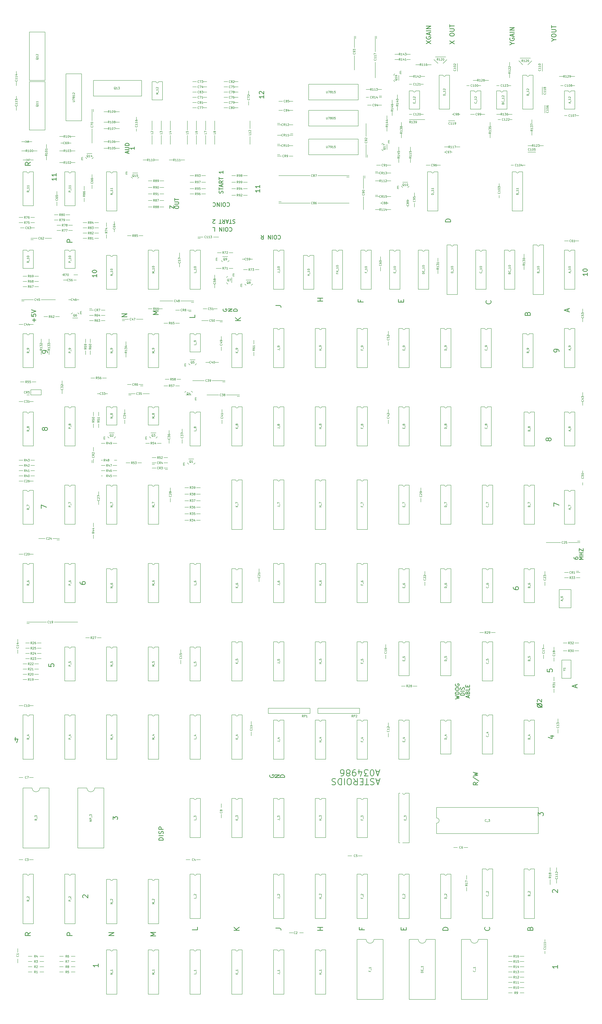
<source format=gto>
G04 #@! TF.FileFunction,Legend,Top*
%FSLAX46Y46*%
G04 Gerber Fmt 4.6, Leading zero omitted, Abs format (unit mm)*
G04 Created by KiCad (PCBNEW 4.0.7) date 05/04/19 19:07:48*
%MOMM*%
%LPD*%
G01*
G04 APERTURE LIST*
%ADD10C,0.100000*%
%ADD11C,0.200000*%
%ADD12C,0.300000*%
%ADD13C,0.381000*%
%ADD14C,0.150000*%
G04 APERTURE END LIST*
D10*
D11*
X122555000Y-125095000D02*
X123825000Y-125095000D01*
X41275000Y-125730000D02*
X42545000Y-125730000D01*
X36830000Y-155575000D02*
X38100000Y-155575000D01*
X85725000Y-165100000D02*
X86995000Y-165100000D01*
X120650000Y-156210000D02*
X119380000Y-156210000D01*
X134620000Y-165735000D02*
X133350000Y-165735000D01*
X142875000Y-201930000D02*
X141605000Y-201930000D01*
X135890000Y-194945000D02*
X134620000Y-194945000D01*
X88900000Y-201295000D02*
X90170000Y-201295000D01*
X55245000Y-271780000D02*
X53975000Y-271780000D01*
X220980000Y-44450000D02*
X221615000Y-44450000D01*
X220980000Y-45085000D02*
X221615000Y-45085000D01*
X220980000Y-44450000D02*
X220980000Y-45085000D01*
X220980000Y-43815000D02*
X220980000Y-44450000D01*
X221615000Y-43815000D02*
X220980000Y-43815000D01*
X215265000Y-78105000D02*
X215900000Y-78105000D01*
X215265000Y-78740000D02*
X215900000Y-78740000D01*
X215265000Y-78105000D02*
X215265000Y-78740000D01*
X215265000Y-77470000D02*
X215265000Y-78105000D01*
X215900000Y-77470000D02*
X215265000Y-77470000D01*
X219710000Y-100330000D02*
X220345000Y-100330000D01*
X219710000Y-100965000D02*
X220345000Y-100965000D01*
X219710000Y-100330000D02*
X219710000Y-100965000D01*
X219710000Y-99695000D02*
X219710000Y-100330000D01*
X220345000Y-99695000D02*
X219710000Y-99695000D01*
X66040000Y-86360000D02*
X66675000Y-86360000D01*
X66040000Y-86995000D02*
X66675000Y-86995000D01*
X66040000Y-86360000D02*
X66040000Y-86995000D01*
X66040000Y-85725000D02*
X66040000Y-86360000D01*
X66675000Y-85725000D02*
X66040000Y-85725000D01*
X87630000Y-93345000D02*
X88265000Y-93345000D01*
X87630000Y-93980000D02*
X88265000Y-93980000D01*
X87630000Y-93345000D02*
X87630000Y-93980000D01*
X87630000Y-92710000D02*
X87630000Y-93345000D01*
X88265000Y-92710000D02*
X87630000Y-92710000D01*
X139700000Y-142875000D02*
X140335000Y-142875000D01*
X139700000Y-143510000D02*
X140335000Y-143510000D01*
X139700000Y-142875000D02*
X139700000Y-143510000D01*
X139700000Y-142240000D02*
X139700000Y-142875000D01*
X140335000Y-142240000D02*
X139700000Y-142240000D01*
X143510000Y-147955000D02*
X144145000Y-147955000D01*
X143510000Y-148590000D02*
X144145000Y-148590000D01*
X143510000Y-147955000D02*
X143510000Y-148590000D01*
X143510000Y-147320000D02*
X143510000Y-147955000D01*
X144145000Y-147320000D02*
X143510000Y-147320000D01*
X131445000Y-135255000D02*
X132080000Y-135255000D01*
X131445000Y-135890000D02*
X132080000Y-135890000D01*
X131445000Y-135255000D02*
X131445000Y-135890000D01*
X131445000Y-134620000D02*
X131445000Y-135255000D01*
X132080000Y-134620000D02*
X131445000Y-134620000D01*
X116205000Y-186690000D02*
X116840000Y-186690000D01*
X116205000Y-187325000D02*
X116840000Y-187325000D01*
X116205000Y-186690000D02*
X116205000Y-187325000D01*
X116205000Y-186055000D02*
X116205000Y-186690000D01*
X116840000Y-186055000D02*
X116205000Y-186055000D01*
X121285000Y-203200000D02*
X121920000Y-203200000D01*
X121285000Y-203835000D02*
X121920000Y-203835000D01*
X121285000Y-203200000D02*
X121285000Y-203835000D01*
X121285000Y-202565000D02*
X121285000Y-203200000D01*
X121920000Y-202565000D02*
X121285000Y-202565000D01*
X97790000Y-222250000D02*
X97155000Y-222250000D01*
X97155000Y-222885000D02*
X97790000Y-222885000D01*
X97155000Y-222250000D02*
X97155000Y-222885000D01*
X97155000Y-221615000D02*
X97155000Y-222250000D01*
X97790000Y-221615000D02*
X97155000Y-221615000D01*
X77470000Y-222250000D02*
X76835000Y-222250000D01*
X76835000Y-222885000D02*
X77470000Y-222885000D01*
X76835000Y-222250000D02*
X76835000Y-222885000D01*
X76835000Y-221615000D02*
X76835000Y-222250000D01*
X77470000Y-221615000D02*
X76835000Y-221615000D01*
X115570000Y-234950000D02*
X116205000Y-234950000D01*
X115570000Y-235585000D02*
X116205000Y-235585000D01*
X115570000Y-234950000D02*
X115570000Y-235585000D01*
X115570000Y-234315000D02*
X115570000Y-234950000D01*
X116205000Y-234315000D02*
X115570000Y-234315000D01*
X65405000Y-161290000D02*
X66040000Y-161290000D01*
X65405000Y-161925000D02*
X66040000Y-161925000D01*
X65405000Y-161290000D02*
X65405000Y-161925000D01*
X65405000Y-160655000D02*
X65405000Y-161290000D01*
X66040000Y-160655000D02*
X65405000Y-160655000D01*
X71120000Y-234315000D02*
X71120000Y-233045000D01*
X161290000Y-84455000D02*
X162560000Y-84455000D01*
X161290000Y-79375000D02*
X162560000Y-79375000D01*
X168910000Y-74295000D02*
X167640000Y-74295000D01*
X161290000Y-69215000D02*
X162560000Y-69215000D01*
X119380000Y-160655000D02*
X118110000Y-160655000D01*
X69850000Y-159385000D02*
X71120000Y-159385000D01*
X95885000Y-196850000D02*
X94615000Y-196850000D01*
X100330000Y-234950000D02*
X101600000Y-234950000D01*
X106680000Y-237490000D02*
X107950000Y-237490000D01*
X39370000Y-201295000D02*
X40640000Y-201295000D01*
X39370000Y-312420000D02*
X40640000Y-312420000D01*
X71755000Y-62230000D02*
X71755000Y-63500000D01*
X208915000Y-104140000D02*
X210185000Y-104140000D01*
X208915000Y-92710000D02*
X210185000Y-92710000D01*
X212090000Y-55880000D02*
X210820000Y-55880000D01*
X199390000Y-26670000D02*
X199390000Y-27940000D01*
X209550000Y-26670000D02*
X209550000Y-27940000D01*
X205105000Y-85725000D02*
X205105000Y-84455000D01*
X203835000Y-94615000D02*
X203835000Y-95885000D01*
X194945000Y-95250000D02*
X196215000Y-95250000D01*
X161925000Y-107315000D02*
X163195000Y-107315000D01*
X307340000Y-272415000D02*
X308610000Y-272415000D01*
X306705000Y-287020000D02*
X307975000Y-287020000D01*
X306070000Y-50800000D02*
X304800000Y-50800000D01*
X299085000Y-50800000D02*
X300355000Y-50800000D01*
X306070000Y-46355000D02*
X304165000Y-46355000D01*
X298450000Y-46355000D02*
X300355000Y-46355000D01*
X300990000Y-65405000D02*
X302260000Y-65405000D01*
X307975000Y-65405000D02*
X306705000Y-65405000D01*
X291465000Y-64135000D02*
X291465000Y-60325000D01*
X290195000Y-51435000D02*
X290195000Y-55245000D01*
X281940000Y-89535000D02*
X280670000Y-89535000D01*
X274955000Y-89535000D02*
X276225000Y-89535000D01*
X269240000Y-105410000D02*
X269240000Y-104140000D01*
X269240000Y-98425000D02*
X269240000Y-99695000D01*
X274320000Y-46990000D02*
X274320000Y-45085000D01*
X274320000Y-39370000D02*
X274320000Y-41275000D01*
X274955000Y-50800000D02*
X273685000Y-50800000D01*
X267970000Y-50800000D02*
X269240000Y-50800000D01*
X260350000Y-50800000D02*
X259080000Y-50800000D01*
X253365000Y-50800000D02*
X254635000Y-50800000D01*
X262255000Y-48260000D02*
X264160000Y-48260000D01*
X256540000Y-48260000D02*
X258445000Y-48260000D01*
X244475000Y-67945000D02*
X247650000Y-67945000D01*
X246380000Y-64770000D02*
X247015000Y-64770000D01*
X250190000Y-64770000D02*
X249555000Y-64770000D01*
X285115000Y-74930000D02*
X285115000Y-73025000D01*
X285115000Y-69215000D02*
X285115000Y-67310000D01*
X290830000Y-80010000D02*
X288925000Y-80010000D01*
X283210000Y-80010000D02*
X285115000Y-80010000D01*
X283210000Y-83185000D02*
X287020000Y-83185000D01*
X246380000Y-83185000D02*
X245745000Y-83185000D01*
X242570000Y-83185000D02*
X243205000Y-83185000D01*
X280670000Y-40640000D02*
X278765000Y-38735000D01*
X283210000Y-40640000D02*
X285115000Y-38735000D01*
X279400000Y-37465000D02*
X284480000Y-37465000D01*
X290195000Y-40005000D02*
X290195000Y-43815000D01*
X248920000Y-40005000D02*
X248920000Y-43815000D01*
X225425000Y-50165000D02*
X226695000Y-50165000D01*
X232410000Y-50165000D02*
X231140000Y-50165000D01*
X233045000Y-46355000D02*
X231140000Y-46355000D01*
X225425000Y-46355000D02*
X227330000Y-46355000D01*
X237490000Y-38100000D02*
X239395000Y-40005000D01*
X243840000Y-38100000D02*
X241935000Y-40005000D01*
X238125000Y-36830000D02*
X243205000Y-36830000D01*
X236220000Y-40640000D02*
X234315000Y-40640000D01*
X228600000Y-40640000D02*
X230505000Y-40640000D01*
X218440000Y-38100000D02*
X220345000Y-38100000D01*
X226060000Y-38100000D02*
X224155000Y-38100000D01*
X226060000Y-35560000D02*
X224155000Y-35560000D01*
X218440000Y-35560000D02*
X220345000Y-35560000D01*
X282575000Y-45720000D02*
X280670000Y-45720000D01*
X280670000Y-45720000D02*
X280670000Y-62230000D01*
X280670000Y-62230000D02*
X285750000Y-62230000D01*
X285750000Y-62230000D02*
X285750000Y-45720000D01*
X285750000Y-45720000D02*
X283845000Y-45720000D01*
X283210000Y-46355000D02*
G75*
G03X283845000Y-45720000I0J635000D01*
G01*
X282575000Y-45720000D02*
G75*
G03X283210000Y-46355000I635000J0D01*
G01*
X302895000Y-53340000D02*
X300990000Y-53340000D01*
X300990000Y-53340000D02*
X300990000Y-62230000D01*
X300990000Y-62230000D02*
X306070000Y-62230000D01*
X306070000Y-62230000D02*
X306070000Y-53340000D01*
X306070000Y-53340000D02*
X304165000Y-53340000D01*
X303530000Y-53975000D02*
G75*
G03X304165000Y-53340000I0J635000D01*
G01*
X302895000Y-53340000D02*
G75*
G03X303530000Y-53975000I635000J0D01*
G01*
X227330000Y-53340000D02*
G75*
G03X227965000Y-53975000I635000J0D01*
G01*
X227965000Y-53975000D02*
G75*
G03X228600000Y-53340000I0J635000D01*
G01*
X230505000Y-53340000D02*
X228600000Y-53340000D01*
X230505000Y-62230000D02*
X230505000Y-53340000D01*
X225425000Y-62230000D02*
X230505000Y-62230000D01*
X225425000Y-53340000D02*
X225425000Y-62230000D01*
X227330000Y-53340000D02*
X225425000Y-53340000D01*
X257175000Y-53340000D02*
X255270000Y-53340000D01*
X255270000Y-53340000D02*
X255270000Y-62230000D01*
X255270000Y-62230000D02*
X260350000Y-62230000D01*
X260350000Y-62230000D02*
X260350000Y-53340000D01*
X260350000Y-53340000D02*
X258445000Y-53340000D01*
X257810000Y-53975000D02*
G75*
G03X258445000Y-53340000I0J635000D01*
G01*
X257175000Y-53340000D02*
G75*
G03X257810000Y-53975000I635000J0D01*
G01*
X241935000Y-45720000D02*
G75*
G03X242570000Y-46355000I635000J0D01*
G01*
X242570000Y-46355000D02*
G75*
G03X243205000Y-45720000I0J635000D01*
G01*
X245110000Y-45720000D02*
X243205000Y-45720000D01*
X245110000Y-62230000D02*
X245110000Y-45720000D01*
X240030000Y-62230000D02*
X245110000Y-62230000D01*
X240030000Y-45720000D02*
X240030000Y-62230000D01*
X241935000Y-45720000D02*
X240030000Y-45720000D01*
X269875000Y-53340000D02*
G75*
G03X270510000Y-53975000I635000J0D01*
G01*
X270510000Y-53975000D02*
G75*
G03X271145000Y-53340000I0J635000D01*
G01*
X273050000Y-53340000D02*
X271145000Y-53340000D01*
X273050000Y-62230000D02*
X273050000Y-53340000D01*
X267970000Y-62230000D02*
X273050000Y-62230000D01*
X267970000Y-53340000D02*
X267970000Y-62230000D01*
X269875000Y-53340000D02*
X267970000Y-53340000D01*
X226060000Y-80645000D02*
X226060000Y-82550000D01*
X226060000Y-88265000D02*
X226060000Y-86360000D01*
X220345000Y-88265000D02*
X220345000Y-86360000D01*
X220345000Y-80645000D02*
X220345000Y-82550000D01*
X240665000Y-89535000D02*
X238760000Y-89535000D01*
X233680000Y-89535000D02*
X235585000Y-89535000D01*
X227965000Y-109855000D02*
X227965000Y-107950000D01*
X227965000Y-102870000D02*
X227965000Y-104775000D01*
X224790000Y-109855000D02*
X224790000Y-109220000D01*
X224790000Y-106045000D02*
X224790000Y-106680000D01*
X221615000Y-76200000D02*
X221615000Y-74295000D01*
X221615000Y-68580000D02*
X221615000Y-70485000D01*
X219710000Y-62865000D02*
X219710000Y-60960000D01*
X219710000Y-55245000D02*
X219710000Y-57150000D01*
X217170000Y-65405000D02*
X217170000Y-63500000D01*
X217170000Y-59690000D02*
X217170000Y-57785000D01*
X216535000Y-111125000D02*
X214630000Y-111125000D01*
X208915000Y-111125000D02*
X210820000Y-111125000D01*
X215265000Y-107950000D02*
X214630000Y-107950000D01*
X211455000Y-107950000D02*
X212090000Y-107950000D01*
X216535000Y-104775000D02*
X214630000Y-104775000D01*
X208915000Y-104775000D02*
X210820000Y-104775000D01*
X216535000Y-97155000D02*
X214630000Y-97155000D01*
X208915000Y-97155000D02*
X210820000Y-97155000D01*
X216535000Y-93345000D02*
X214630000Y-93345000D01*
X208915000Y-93345000D02*
X210820000Y-93345000D01*
X216535000Y-89535000D02*
X214630000Y-89535000D01*
X209550000Y-89535000D02*
X211455000Y-89535000D01*
X214630000Y-73025000D02*
X214630000Y-71120000D01*
X214630000Y-65405000D02*
X214630000Y-67310000D01*
X217805000Y-48260000D02*
X218440000Y-48895000D01*
X217805000Y-45720000D02*
X218440000Y-45085000D01*
X220345000Y-45720000D02*
X220345000Y-48260000D01*
X225425000Y-99695000D02*
X224790000Y-100330000D01*
X221615000Y-99695000D02*
X222250000Y-100330000D01*
X222250000Y-97790000D02*
X224790000Y-97790000D01*
X214630000Y-81915000D02*
X214630000Y-79375000D01*
X212090000Y-81915000D02*
X212725000Y-82550000D01*
X212090000Y-79375000D02*
X212725000Y-78740000D01*
X212090000Y-60325000D02*
X210185000Y-60325000D01*
X205105000Y-60325000D02*
X207010000Y-60325000D01*
X204470000Y-56515000D02*
X205740000Y-56515000D01*
X212090000Y-56515000D02*
X210820000Y-56515000D01*
X212090000Y-52705000D02*
X210185000Y-52705000D01*
X206375000Y-52705000D02*
X204470000Y-52705000D01*
X204470000Y-75565000D02*
X204470000Y-69215000D01*
X204470000Y-85725000D02*
X204470000Y-79375000D01*
X203200000Y-94615000D02*
X203200000Y-100965000D01*
X203200000Y-111125000D02*
X203200000Y-104775000D01*
X234315000Y-92710000D02*
X234315000Y-111760000D01*
X234315000Y-111760000D02*
X239395000Y-111760000D01*
X239395000Y-111760000D02*
X239395000Y-92710000D01*
X239395000Y-92710000D02*
X237490000Y-92710000D01*
X234315000Y-92710000D02*
X236220000Y-92710000D01*
X236855000Y-93345000D02*
G75*
G03X237490000Y-92710000I0J635000D01*
G01*
X236220000Y-92710000D02*
G75*
G03X236855000Y-93345000I635000J0D01*
G01*
X277495000Y-92710000D02*
G75*
G03X278130000Y-93345000I635000J0D01*
G01*
X278130000Y-93345000D02*
G75*
G03X278765000Y-92710000I0J635000D01*
G01*
X275590000Y-92710000D02*
X277495000Y-92710000D01*
X280670000Y-92710000D02*
X278765000Y-92710000D01*
X280670000Y-111760000D02*
X280670000Y-92710000D01*
X275590000Y-111760000D02*
X280670000Y-111760000D01*
X275590000Y-92710000D02*
X275590000Y-111760000D01*
X208915000Y-26670000D02*
X208915000Y-34290000D01*
X208915000Y-46990000D02*
X208915000Y-39370000D01*
X198755000Y-36195000D02*
X198755000Y-43180000D01*
X198755000Y-32385000D02*
X198755000Y-26670000D01*
X200660000Y-57785000D02*
X200660000Y-50165000D01*
X176530000Y-57785000D02*
X200660000Y-57785000D01*
X176530000Y-50165000D02*
X176530000Y-57785000D01*
X200660000Y-50165000D02*
X176530000Y-50165000D01*
X200660000Y-70485000D02*
X200660000Y-62865000D01*
X176530000Y-70485000D02*
X200660000Y-70485000D01*
X176530000Y-62865000D02*
X176530000Y-70485000D01*
X200660000Y-62865000D02*
X176530000Y-62865000D01*
X200660000Y-84455000D02*
X200660000Y-76835000D01*
X176530000Y-84455000D02*
X200660000Y-84455000D01*
X176530000Y-76835000D02*
X176530000Y-84455000D01*
X200660000Y-76835000D02*
X176530000Y-76835000D01*
X147955000Y-71755000D02*
X147955000Y-67945000D01*
X147955000Y-75565000D02*
X147955000Y-79375000D01*
X130810000Y-72390000D02*
X130810000Y-67945000D01*
X130810000Y-79375000D02*
X130810000Y-74930000D01*
X126365000Y-74930000D02*
X126365000Y-79375000D01*
X126365000Y-72390000D02*
X126365000Y-67945000D01*
X121920000Y-67945000D02*
X121920000Y-72390000D01*
X121920000Y-79375000D02*
X121920000Y-74930000D01*
X117475000Y-72390000D02*
X117475000Y-67945000D01*
X117475000Y-79375000D02*
X117475000Y-74930000D01*
X109220000Y-79375000D02*
X109220000Y-74930000D01*
X109220000Y-72390000D02*
X109220000Y-67945000D01*
X104775000Y-72390000D02*
X104775000Y-67945000D01*
X104775000Y-79375000D02*
X104775000Y-74930000D01*
X100330000Y-79375000D02*
X100330000Y-74930000D01*
X100330000Y-67945000D02*
X100330000Y-72390000D01*
X116205000Y-86995000D02*
X114300000Y-86995000D01*
X108585000Y-86995000D02*
X110490000Y-86995000D01*
X101600000Y-86995000D02*
X103505000Y-86995000D01*
X95885000Y-86995000D02*
X97790000Y-86995000D01*
X147320000Y-60325000D02*
X147320000Y-58420000D01*
X147320000Y-53340000D02*
X147320000Y-55245000D01*
X92710000Y-73025000D02*
X92710000Y-71755000D01*
X92710000Y-66040000D02*
X92710000Y-67310000D01*
X84455000Y-81280000D02*
X82550000Y-81280000D01*
X76835000Y-81280000D02*
X78740000Y-81280000D01*
X84455000Y-78105000D02*
X82550000Y-78105000D01*
X76835000Y-78105000D02*
X78740000Y-78105000D01*
X84455000Y-71755000D02*
X82550000Y-71755000D01*
X76835000Y-71755000D02*
X78740000Y-71755000D01*
X76835000Y-68580000D02*
X78740000Y-68580000D01*
X84455000Y-68580000D02*
X82550000Y-68580000D01*
X84455000Y-63500000D02*
X82550000Y-63500000D01*
X76835000Y-63500000D02*
X78740000Y-63500000D01*
X71120000Y-78740000D02*
X71120000Y-71755000D01*
X71120000Y-62230000D02*
X71120000Y-67945000D01*
X62865000Y-88265000D02*
X60960000Y-88265000D01*
X55245000Y-88265000D02*
X57150000Y-88265000D01*
X62865000Y-82550000D02*
X60960000Y-82550000D01*
X55245000Y-82550000D02*
X57150000Y-82550000D01*
X60960000Y-78740000D02*
X59690000Y-78740000D01*
X55880000Y-78740000D02*
X57150000Y-78740000D01*
X62865000Y-75565000D02*
X60960000Y-75565000D01*
X55245000Y-75565000D02*
X57150000Y-75565000D01*
X48895000Y-86995000D02*
X48895000Y-85090000D01*
X48895000Y-81280000D02*
X48895000Y-79375000D01*
X120015000Y-61595000D02*
X121920000Y-61595000D01*
X120015000Y-59055000D02*
X121920000Y-59055000D01*
X120015000Y-56515000D02*
X121920000Y-56515000D01*
X120015000Y-53975000D02*
X121920000Y-53975000D01*
X120015000Y-51435000D02*
X121920000Y-51435000D01*
X135255000Y-48895000D02*
X137160000Y-48895000D01*
X135255000Y-51435000D02*
X137160000Y-51435000D01*
X135255000Y-53975000D02*
X137160000Y-53975000D01*
X135255000Y-56515000D02*
X137160000Y-56515000D01*
X135255000Y-59055000D02*
X137160000Y-59055000D01*
X135255000Y-61595000D02*
X137160000Y-61595000D01*
X142240000Y-61595000D02*
X140335000Y-61595000D01*
X142240000Y-59055000D02*
X140335000Y-59055000D01*
X142240000Y-56515000D02*
X140335000Y-56515000D01*
X142240000Y-53975000D02*
X140335000Y-53975000D01*
X142240000Y-51435000D02*
X140335000Y-51435000D01*
X142240000Y-48895000D02*
X140335000Y-48895000D01*
X127000000Y-61595000D02*
X125095000Y-61595000D01*
X127000000Y-59055000D02*
X125095000Y-59055000D01*
X127000000Y-56515000D02*
X125095000Y-56515000D01*
X127000000Y-53975000D02*
X125095000Y-53975000D01*
X127000000Y-51435000D02*
X125095000Y-51435000D01*
X127000000Y-48895000D02*
X125095000Y-48895000D01*
X120015000Y-48895000D02*
X121920000Y-48895000D01*
X95250000Y-55880000D02*
X95250000Y-48260000D01*
X71755000Y-55880000D02*
X95250000Y-55880000D01*
X71755000Y-48260000D02*
X71755000Y-55880000D01*
X95250000Y-48260000D02*
X71755000Y-48260000D01*
X66040000Y-67945000D02*
X58420000Y-67945000D01*
X66040000Y-45085000D02*
X66040000Y-67945000D01*
X58420000Y-45085000D02*
X66040000Y-45085000D01*
X58420000Y-67945000D02*
X58420000Y-45085000D01*
X102235000Y-48895000D02*
X100330000Y-48895000D01*
X100330000Y-48895000D02*
X100330000Y-57785000D01*
X100330000Y-57785000D02*
X105410000Y-57785000D01*
X105410000Y-57785000D02*
X105410000Y-48895000D01*
X105410000Y-48895000D02*
X103505000Y-48895000D01*
X102870000Y-49530000D02*
G75*
G03X103505000Y-48895000I0J635000D01*
G01*
X102235000Y-48895000D02*
G75*
G03X102870000Y-49530000I635000J0D01*
G01*
X168910000Y-85090000D02*
X167005000Y-85090000D01*
X161290000Y-85090000D02*
X163195000Y-85090000D01*
X168910000Y-80010000D02*
X167005000Y-80010000D01*
X161290000Y-80010000D02*
X163195000Y-80010000D01*
X168910000Y-74930000D02*
X167005000Y-74930000D01*
X161290000Y-74930000D02*
X163195000Y-74930000D01*
X168910000Y-69850000D02*
X167005000Y-69850000D01*
X161290000Y-69850000D02*
X163195000Y-69850000D01*
X161925000Y-62865000D02*
X163830000Y-62865000D01*
X168910000Y-62865000D02*
X167005000Y-62865000D01*
X168910000Y-58420000D02*
X167005000Y-58420000D01*
X161925000Y-58420000D02*
X163830000Y-58420000D01*
X180975000Y-107950000D02*
X196215000Y-107950000D01*
X177165000Y-107950000D02*
X161925000Y-107950000D01*
X180975000Y-94615000D02*
X196215000Y-94615000D01*
X161925000Y-94615000D02*
X177165000Y-94615000D01*
X139065000Y-104140000D02*
X140970000Y-104140000D01*
X139065000Y-100965000D02*
X140970000Y-100965000D01*
X139065000Y-97790000D02*
X140970000Y-97790000D01*
X146685000Y-104140000D02*
X144780000Y-104140000D01*
X146685000Y-100965000D02*
X144780000Y-100965000D01*
X146685000Y-97790000D02*
X144780000Y-97790000D01*
X146685000Y-94615000D02*
X144780000Y-94615000D01*
X139065000Y-94615000D02*
X140970000Y-94615000D01*
X126365000Y-103505000D02*
X124460000Y-103505000D01*
X126365000Y-100965000D02*
X124460000Y-100965000D01*
X118745000Y-103505000D02*
X120650000Y-103505000D01*
X118745000Y-97790000D02*
X120650000Y-97790000D01*
X118745000Y-100965000D02*
X120650000Y-100965000D01*
X126365000Y-97790000D02*
X124460000Y-97790000D01*
X126365000Y-94615000D02*
X124460000Y-94615000D01*
X118745000Y-94615000D02*
X120650000Y-94615000D01*
X106045000Y-109855000D02*
X104140000Y-109855000D01*
X106045000Y-106680000D02*
X104140000Y-106680000D01*
X106045000Y-103505000D02*
X104140000Y-103505000D01*
X106045000Y-100330000D02*
X104140000Y-100330000D01*
X98425000Y-109855000D02*
X100330000Y-109855000D01*
X98425000Y-106680000D02*
X100330000Y-106680000D01*
X98425000Y-103505000D02*
X100330000Y-103505000D01*
X98425000Y-100330000D02*
X100330000Y-100330000D01*
X106045000Y-97155000D02*
X104140000Y-97155000D01*
X98425000Y-97155000D02*
X100330000Y-97155000D01*
X71120000Y-100965000D02*
X71120000Y-99060000D01*
X71120000Y-93980000D02*
X71120000Y-95885000D01*
X67310000Y-107315000D02*
X67310000Y-105410000D01*
X67310000Y-99695000D02*
X67310000Y-101600000D01*
X53975000Y-102235000D02*
X53975000Y-104140000D01*
X53975000Y-109220000D02*
X53975000Y-107315000D01*
X44450000Y-82550000D02*
X42545000Y-82550000D01*
X36830000Y-82550000D02*
X38735000Y-82550000D01*
X42545000Y-86995000D02*
X41275000Y-86995000D01*
X37465000Y-86995000D02*
X38735000Y-86995000D01*
X41910000Y-78105000D02*
X40640000Y-78105000D01*
X36830000Y-78105000D02*
X38100000Y-78105000D01*
X67945000Y-85725000D02*
X68580000Y-86360000D01*
X71120000Y-86360000D02*
X71755000Y-85725000D01*
X68580000Y-83820000D02*
X71120000Y-83820000D01*
X90805000Y-93345000D02*
X93345000Y-93345000D01*
X93345000Y-95885000D02*
X93980000Y-95250000D01*
X90170000Y-95250000D02*
X90805000Y-95885000D01*
X80010000Y-92710000D02*
G75*
G03X80645000Y-93345000I635000J0D01*
G01*
X80645000Y-93345000D02*
G75*
G03X81280000Y-92710000I0J635000D01*
G01*
X78105000Y-92710000D02*
X80010000Y-92710000D01*
X83185000Y-92710000D02*
X81280000Y-92710000D01*
X83185000Y-111760000D02*
X83185000Y-92710000D01*
X78105000Y-111760000D02*
X83185000Y-111760000D01*
X78105000Y-92710000D02*
X78105000Y-111760000D01*
X59690000Y-92710000D02*
X57785000Y-92710000D01*
X57785000Y-92710000D02*
X57785000Y-109220000D01*
X57785000Y-109220000D02*
X62865000Y-109220000D01*
X62865000Y-109220000D02*
X62865000Y-92710000D01*
X62865000Y-92710000D02*
X60960000Y-92710000D01*
X60325000Y-93345000D02*
G75*
G03X60960000Y-92710000I0J635000D01*
G01*
X59690000Y-92710000D02*
G75*
G03X60325000Y-93345000I635000J0D01*
G01*
X39370000Y-92710000D02*
G75*
G03X40005000Y-93345000I635000J0D01*
G01*
X40005000Y-93345000D02*
G75*
G03X40640000Y-92710000I0J635000D01*
G01*
X42545000Y-92710000D02*
X40640000Y-92710000D01*
X42545000Y-109220000D02*
X42545000Y-92710000D01*
X37465000Y-109220000D02*
X42545000Y-109220000D01*
X37465000Y-92710000D02*
X37465000Y-109220000D01*
X39370000Y-92710000D02*
X37465000Y-92710000D01*
X74295000Y-125095000D02*
X72390000Y-125095000D01*
X74295000Y-122555000D02*
X72390000Y-122555000D01*
X74295000Y-120015000D02*
X72390000Y-120015000D01*
X74295000Y-117475000D02*
X72390000Y-117475000D01*
X66675000Y-125095000D02*
X68580000Y-125095000D01*
X66675000Y-122555000D02*
X68580000Y-122555000D01*
X66675000Y-120015000D02*
X68580000Y-120015000D01*
X66675000Y-117475000D02*
X68580000Y-117475000D01*
X60325000Y-116205000D02*
X58420000Y-116205000D01*
X61595000Y-121285000D02*
X59690000Y-121285000D01*
X61595000Y-118745000D02*
X59690000Y-118745000D01*
X53975000Y-121285000D02*
X55880000Y-121285000D01*
X53975000Y-118745000D02*
X55880000Y-118745000D01*
X52705000Y-116205000D02*
X54610000Y-116205000D01*
X60325000Y-113665000D02*
X58420000Y-113665000D01*
X52705000Y-113665000D02*
X54610000Y-113665000D01*
X122555000Y-124460000D02*
X125095000Y-124460000D01*
X132715000Y-124460000D02*
X130175000Y-124460000D01*
X43180000Y-117475000D02*
X41275000Y-117475000D01*
X35560000Y-117475000D02*
X37465000Y-117475000D01*
X43180000Y-114935000D02*
X41275000Y-114935000D01*
X35560000Y-114935000D02*
X37465000Y-114935000D01*
X43180000Y-120015000D02*
X41275000Y-120015000D01*
X36195000Y-120015000D02*
X38100000Y-120015000D01*
X95885000Y-123825000D02*
X93980000Y-123825000D01*
X88265000Y-123825000D02*
X90170000Y-123825000D01*
X78105000Y-125095000D02*
X78105000Y-123190000D01*
X78105000Y-117475000D02*
X78105000Y-119380000D01*
X81915000Y-121920000D02*
X81915000Y-120650000D01*
X81915000Y-116840000D02*
X81915000Y-118110000D01*
X41275000Y-125095000D02*
X44450000Y-125095000D01*
X51435000Y-125095000D02*
X48260000Y-125095000D01*
X302895000Y-130810000D02*
G75*
G03X303530000Y-131445000I635000J0D01*
G01*
X303530000Y-131445000D02*
G75*
G03X304165000Y-130810000I0J635000D01*
G01*
X300990000Y-130810000D02*
X302895000Y-130810000D01*
X306070000Y-130810000D02*
X304165000Y-130810000D01*
X306070000Y-149860000D02*
X306070000Y-130810000D01*
X300990000Y-149860000D02*
X306070000Y-149860000D01*
X300990000Y-130810000D02*
X300990000Y-149860000D01*
X287655000Y-128270000D02*
G75*
G03X288290000Y-128905000I635000J0D01*
G01*
X288290000Y-128905000D02*
G75*
G03X288925000Y-128270000I0J635000D01*
G01*
X285750000Y-128270000D02*
X287655000Y-128270000D01*
X290830000Y-128270000D02*
X288925000Y-128270000D01*
X290830000Y-152400000D02*
X290830000Y-128270000D01*
X285750000Y-152400000D02*
X290830000Y-152400000D01*
X285750000Y-128270000D02*
X285750000Y-152400000D01*
X271780000Y-130810000D02*
X271780000Y-149860000D01*
X271780000Y-149860000D02*
X276860000Y-149860000D01*
X276860000Y-149860000D02*
X276860000Y-130810000D01*
X276860000Y-130810000D02*
X274955000Y-130810000D01*
X271780000Y-130810000D02*
X273685000Y-130810000D01*
X274320000Y-131445000D02*
G75*
G03X274955000Y-130810000I0J635000D01*
G01*
X273685000Y-130810000D02*
G75*
G03X274320000Y-131445000I635000J0D01*
G01*
X259715000Y-130810000D02*
G75*
G03X260350000Y-131445000I635000J0D01*
G01*
X260350000Y-131445000D02*
G75*
G03X260985000Y-130810000I0J635000D01*
G01*
X257810000Y-130810000D02*
X259715000Y-130810000D01*
X262890000Y-130810000D02*
X260985000Y-130810000D01*
X262890000Y-149860000D02*
X262890000Y-130810000D01*
X257810000Y-149860000D02*
X262890000Y-149860000D01*
X257810000Y-130810000D02*
X257810000Y-149860000D01*
X243840000Y-128270000D02*
X243840000Y-152400000D01*
X243840000Y-152400000D02*
X248920000Y-152400000D01*
X248920000Y-152400000D02*
X248920000Y-128270000D01*
X248920000Y-128270000D02*
X247015000Y-128270000D01*
X243840000Y-128270000D02*
X245745000Y-128270000D01*
X246380000Y-128905000D02*
G75*
G03X247015000Y-128270000I0J635000D01*
G01*
X245745000Y-128270000D02*
G75*
G03X246380000Y-128905000I635000J0D01*
G01*
X229870000Y-130810000D02*
X229870000Y-149860000D01*
X229870000Y-149860000D02*
X234950000Y-149860000D01*
X234950000Y-149860000D02*
X234950000Y-130810000D01*
X234950000Y-130810000D02*
X233045000Y-130810000D01*
X229870000Y-130810000D02*
X231775000Y-130810000D01*
X232410000Y-131445000D02*
G75*
G03X233045000Y-130810000I0J635000D01*
G01*
X231775000Y-130810000D02*
G75*
G03X232410000Y-131445000I635000J0D01*
G01*
X217805000Y-130810000D02*
G75*
G03X218440000Y-131445000I635000J0D01*
G01*
X218440000Y-131445000D02*
G75*
G03X219075000Y-130810000I0J635000D01*
G01*
X215900000Y-130810000D02*
X217805000Y-130810000D01*
X220980000Y-130810000D02*
X219075000Y-130810000D01*
X220980000Y-149860000D02*
X220980000Y-130810000D01*
X215900000Y-149860000D02*
X220980000Y-149860000D01*
X215900000Y-130810000D02*
X215900000Y-149860000D01*
X201930000Y-130810000D02*
X201930000Y-149860000D01*
X201930000Y-149860000D02*
X207010000Y-149860000D01*
X207010000Y-149860000D02*
X207010000Y-130810000D01*
X207010000Y-130810000D02*
X205105000Y-130810000D01*
X201930000Y-130810000D02*
X203835000Y-130810000D01*
X204470000Y-131445000D02*
G75*
G03X205105000Y-130810000I0J635000D01*
G01*
X203835000Y-130810000D02*
G75*
G03X204470000Y-131445000I635000J0D01*
G01*
X189865000Y-130810000D02*
G75*
G03X190500000Y-131445000I635000J0D01*
G01*
X190500000Y-131445000D02*
G75*
G03X191135000Y-130810000I0J635000D01*
G01*
X187960000Y-130810000D02*
X189865000Y-130810000D01*
X193040000Y-130810000D02*
X191135000Y-130810000D01*
X193040000Y-149860000D02*
X193040000Y-130810000D01*
X187960000Y-149860000D02*
X193040000Y-149860000D01*
X187960000Y-130810000D02*
X187960000Y-149860000D01*
X175895000Y-133350000D02*
G75*
G03X176530000Y-133985000I635000J0D01*
G01*
X176530000Y-133985000D02*
G75*
G03X177165000Y-133350000I0J635000D01*
G01*
X179070000Y-133350000D02*
X177165000Y-133350000D01*
X179070000Y-149860000D02*
X179070000Y-133350000D01*
X173990000Y-149860000D02*
X179070000Y-149860000D01*
X173990000Y-133350000D02*
X173990000Y-149860000D01*
X175895000Y-133350000D02*
X173990000Y-133350000D01*
X159385000Y-130810000D02*
X159385000Y-149860000D01*
X159385000Y-149860000D02*
X164465000Y-149860000D01*
X164465000Y-149860000D02*
X164465000Y-130810000D01*
X164465000Y-130810000D02*
X162560000Y-130810000D01*
X159385000Y-130810000D02*
X161290000Y-130810000D01*
X161925000Y-131445000D02*
G75*
G03X162560000Y-130810000I0J635000D01*
G01*
X161290000Y-130810000D02*
G75*
G03X161925000Y-131445000I635000J0D01*
G01*
X281305000Y-140335000D02*
X281305000Y-138430000D01*
X281305000Y-132715000D02*
X281305000Y-134620000D01*
X239395000Y-142240000D02*
X239395000Y-140335000D01*
X239395000Y-134620000D02*
X239395000Y-136525000D01*
X211455000Y-140970000D02*
X211455000Y-139065000D01*
X211455000Y-133985000D02*
X211455000Y-135890000D01*
X149225000Y-135255000D02*
X147955000Y-135255000D01*
X144145000Y-135255000D02*
X145415000Y-135255000D01*
X139700000Y-132080000D02*
X137795000Y-132080000D01*
X132080000Y-132080000D02*
X133985000Y-132080000D01*
X144780000Y-140335000D02*
X146685000Y-140335000D01*
X152400000Y-140335000D02*
X150495000Y-140335000D01*
X139700000Y-139700000D02*
X137795000Y-139700000D01*
X131445000Y-139700000D02*
X133985000Y-139700000D01*
X130810000Y-149225000D02*
X130810000Y-147320000D01*
X130810000Y-142875000D02*
X130810000Y-144780000D01*
X300990000Y-126365000D02*
X302895000Y-126365000D01*
X307975000Y-126365000D02*
X306070000Y-126365000D01*
X120650000Y-130810000D02*
G75*
G03X121285000Y-131445000I635000J0D01*
G01*
X121285000Y-131445000D02*
G75*
G03X121920000Y-130810000I0J635000D01*
G01*
X118745000Y-130810000D02*
X120650000Y-130810000D01*
X123825000Y-130810000D02*
X121920000Y-130810000D01*
X123825000Y-149860000D02*
X123825000Y-130810000D01*
X118745000Y-149860000D02*
X123825000Y-149860000D01*
X118745000Y-130810000D02*
X118745000Y-149860000D01*
X113665000Y-139065000D02*
X113665000Y-137160000D01*
X113665000Y-134620000D02*
X113665000Y-132080000D01*
X98425000Y-130810000D02*
X98425000Y-149860000D01*
X98425000Y-149860000D02*
X103505000Y-149860000D01*
X103505000Y-149860000D02*
X103505000Y-130810000D01*
X103505000Y-130810000D02*
X101600000Y-130810000D01*
X98425000Y-130810000D02*
X100330000Y-130810000D01*
X100965000Y-131445000D02*
G75*
G03X101600000Y-130810000I0J635000D01*
G01*
X100330000Y-130810000D02*
G75*
G03X100965000Y-131445000I635000J0D01*
G01*
X80010000Y-133350000D02*
X78105000Y-133350000D01*
X78105000Y-133350000D02*
X78105000Y-149860000D01*
X78105000Y-149860000D02*
X83185000Y-149860000D01*
X83185000Y-149860000D02*
X83185000Y-133350000D01*
X83185000Y-133350000D02*
X81280000Y-133350000D01*
X80645000Y-133985000D02*
G75*
G03X81280000Y-133350000I0J635000D01*
G01*
X80010000Y-133350000D02*
G75*
G03X80645000Y-133985000I635000J0D01*
G01*
X134620000Y-165100000D02*
X131445000Y-165100000D01*
X124460000Y-165100000D02*
X127635000Y-165100000D01*
X132080000Y-159385000D02*
X130175000Y-159385000D01*
X125095000Y-159385000D02*
X127000000Y-159385000D01*
X95885000Y-164465000D02*
X92710000Y-164465000D01*
X85725000Y-164465000D02*
X88900000Y-164465000D01*
X59690000Y-130810000D02*
G75*
G03X60325000Y-131445000I635000J0D01*
G01*
X60325000Y-131445000D02*
G75*
G03X60960000Y-130810000I0J635000D01*
G01*
X62865000Y-130810000D02*
X60960000Y-130810000D01*
X62865000Y-139700000D02*
X62865000Y-130810000D01*
X57785000Y-139700000D02*
X62865000Y-139700000D01*
X57785000Y-130810000D02*
X57785000Y-139700000D01*
X59690000Y-130810000D02*
X57785000Y-130810000D01*
X39370000Y-130810000D02*
G75*
G03X40005000Y-131445000I635000J0D01*
G01*
X40005000Y-131445000D02*
G75*
G03X40640000Y-130810000I0J635000D01*
G01*
X42545000Y-130810000D02*
X40640000Y-130810000D01*
X42545000Y-139700000D02*
X42545000Y-130810000D01*
X37465000Y-139700000D02*
X42545000Y-139700000D01*
X37465000Y-130810000D02*
X37465000Y-139700000D01*
X39370000Y-130810000D02*
X37465000Y-130810000D01*
X133985000Y-135890000D02*
X134620000Y-136525000D01*
X137795000Y-135890000D02*
X137160000Y-136525000D01*
X134620000Y-133985000D02*
X137160000Y-133985000D01*
X145415000Y-147320000D02*
X146050000Y-147955000D01*
X149225000Y-147320000D02*
X148590000Y-147955000D01*
X146050000Y-145415000D02*
X148590000Y-145415000D01*
X136525000Y-146685000D02*
X137160000Y-147320000D01*
X136525000Y-144145000D02*
X137160000Y-143510000D01*
X139065000Y-144145000D02*
X139065000Y-146685000D01*
X62230000Y-142875000D02*
X64135000Y-142875000D01*
X56515000Y-142875000D02*
X57150000Y-142875000D01*
X63500000Y-145415000D02*
X62230000Y-145415000D01*
X57150000Y-145415000D02*
X59055000Y-145415000D01*
X45085000Y-148590000D02*
X43180000Y-148590000D01*
X45085000Y-146050000D02*
X43180000Y-146050000D01*
X45085000Y-143510000D02*
X43180000Y-143510000D01*
X37465000Y-148590000D02*
X39370000Y-148590000D01*
X37465000Y-146050000D02*
X39370000Y-146050000D01*
X37465000Y-143510000D02*
X39370000Y-143510000D01*
X113665000Y-166370000D02*
X111760000Y-166370000D01*
X106045000Y-166370000D02*
X107950000Y-166370000D01*
X111760000Y-160020000D02*
X113665000Y-160020000D01*
X119380000Y-160020000D02*
X117475000Y-160020000D01*
X104140000Y-155575000D02*
X110490000Y-155575000D01*
X120650000Y-155575000D02*
X114300000Y-155575000D01*
X59690000Y-154940000D02*
X60960000Y-154940000D01*
X64770000Y-154940000D02*
X63500000Y-154940000D01*
X77470000Y-165100000D02*
X75565000Y-165100000D01*
X77470000Y-162560000D02*
X75565000Y-162560000D01*
X69850000Y-165100000D02*
X71755000Y-165100000D01*
X69850000Y-162560000D02*
X71755000Y-162560000D01*
X77470000Y-160020000D02*
X75565000Y-160020000D01*
X69850000Y-160020000D02*
X71755000Y-160020000D01*
X36830000Y-154940000D02*
X42545000Y-154940000D01*
X53340000Y-154940000D02*
X46355000Y-154940000D01*
X55245000Y-163195000D02*
X53340000Y-163195000D01*
X47625000Y-163195000D02*
X49530000Y-163195000D01*
X35560000Y-167005000D02*
X37465000Y-167005000D01*
X42545000Y-167005000D02*
X40640000Y-167005000D01*
X282575000Y-171450000D02*
X280670000Y-171450000D01*
X280670000Y-171450000D02*
X280670000Y-187960000D01*
X280670000Y-187960000D02*
X285750000Y-187960000D01*
X285750000Y-187960000D02*
X285750000Y-171450000D01*
X285750000Y-171450000D02*
X283845000Y-171450000D01*
X283210000Y-172085000D02*
G75*
G03X283845000Y-171450000I0J635000D01*
G01*
X282575000Y-171450000D02*
G75*
G03X283210000Y-172085000I635000J0D01*
G01*
X302895000Y-168910000D02*
G75*
G03X303530000Y-169545000I635000J0D01*
G01*
X303530000Y-169545000D02*
G75*
G03X304165000Y-168910000I0J635000D01*
G01*
X300990000Y-168910000D02*
X302895000Y-168910000D01*
X306070000Y-168910000D02*
X304165000Y-168910000D01*
X306070000Y-187960000D02*
X306070000Y-168910000D01*
X300990000Y-187960000D02*
X306070000Y-187960000D01*
X300990000Y-168910000D02*
X300990000Y-187960000D01*
X260350000Y-168910000D02*
X260350000Y-187960000D01*
X260350000Y-187960000D02*
X265430000Y-187960000D01*
X265430000Y-187960000D02*
X265430000Y-168910000D01*
X265430000Y-168910000D02*
X263525000Y-168910000D01*
X260350000Y-168910000D02*
X262255000Y-168910000D01*
X262890000Y-169545000D02*
G75*
G03X263525000Y-168910000I0J635000D01*
G01*
X262255000Y-168910000D02*
G75*
G03X262890000Y-169545000I635000J0D01*
G01*
X242570000Y-168910000D02*
G75*
G03X243205000Y-169545000I635000J0D01*
G01*
X243205000Y-169545000D02*
G75*
G03X243840000Y-168910000I0J635000D01*
G01*
X240665000Y-168910000D02*
X242570000Y-168910000D01*
X245745000Y-168910000D02*
X243840000Y-168910000D01*
X245745000Y-187960000D02*
X245745000Y-168910000D01*
X240665000Y-187960000D02*
X245745000Y-187960000D01*
X240665000Y-168910000D02*
X240665000Y-187960000D01*
X220345000Y-168910000D02*
X220345000Y-187960000D01*
X220345000Y-187960000D02*
X225425000Y-187960000D01*
X225425000Y-187960000D02*
X225425000Y-168910000D01*
X225425000Y-168910000D02*
X223520000Y-168910000D01*
X220345000Y-168910000D02*
X222250000Y-168910000D01*
X222885000Y-169545000D02*
G75*
G03X223520000Y-168910000I0J635000D01*
G01*
X222250000Y-168910000D02*
G75*
G03X222885000Y-169545000I635000J0D01*
G01*
X215265000Y-177165000D02*
X215265000Y-175260000D01*
X215265000Y-170180000D02*
X215265000Y-172085000D01*
X201930000Y-168910000D02*
G75*
G03X202565000Y-169545000I635000J0D01*
G01*
X202565000Y-169545000D02*
G75*
G03X203200000Y-168910000I0J635000D01*
G01*
X200025000Y-168910000D02*
X201930000Y-168910000D01*
X205105000Y-168910000D02*
X203200000Y-168910000D01*
X205105000Y-187960000D02*
X205105000Y-168910000D01*
X200025000Y-187960000D02*
X205105000Y-187960000D01*
X200025000Y-168910000D02*
X200025000Y-187960000D01*
X179705000Y-168910000D02*
X179705000Y-187960000D01*
X179705000Y-187960000D02*
X184785000Y-187960000D01*
X184785000Y-187960000D02*
X184785000Y-168910000D01*
X184785000Y-168910000D02*
X182880000Y-168910000D01*
X179705000Y-168910000D02*
X181610000Y-168910000D01*
X182245000Y-169545000D02*
G75*
G03X182880000Y-168910000I0J635000D01*
G01*
X181610000Y-168910000D02*
G75*
G03X182245000Y-169545000I635000J0D01*
G01*
X161290000Y-168910000D02*
G75*
G03X161925000Y-169545000I635000J0D01*
G01*
X161925000Y-169545000D02*
G75*
G03X162560000Y-168910000I0J635000D01*
G01*
X159385000Y-168910000D02*
X161290000Y-168910000D01*
X164465000Y-168910000D02*
X162560000Y-168910000D01*
X164465000Y-187960000D02*
X164465000Y-168910000D01*
X159385000Y-187960000D02*
X164465000Y-187960000D01*
X159385000Y-168910000D02*
X159385000Y-187960000D01*
X140970000Y-171450000D02*
G75*
G03X141605000Y-172085000I635000J0D01*
G01*
X141605000Y-172085000D02*
G75*
G03X142240000Y-171450000I0J635000D01*
G01*
X144145000Y-171450000D02*
X142240000Y-171450000D01*
X144145000Y-187960000D02*
X144145000Y-171450000D01*
X139065000Y-187960000D02*
X144145000Y-187960000D01*
X139065000Y-171450000D02*
X139065000Y-187960000D01*
X140970000Y-171450000D02*
X139065000Y-171450000D01*
X120650000Y-171450000D02*
X118745000Y-171450000D01*
X118745000Y-171450000D02*
X118745000Y-180340000D01*
X118745000Y-180340000D02*
X123825000Y-180340000D01*
X123825000Y-180340000D02*
X123825000Y-171450000D01*
X123825000Y-171450000D02*
X121920000Y-171450000D01*
X121285000Y-172085000D02*
G75*
G03X121920000Y-171450000I0J635000D01*
G01*
X120650000Y-171450000D02*
G75*
G03X121285000Y-172085000I635000J0D01*
G01*
X100330000Y-171450000D02*
X98425000Y-171450000D01*
X98425000Y-171450000D02*
X98425000Y-187960000D01*
X98425000Y-187960000D02*
X103505000Y-187960000D01*
X103505000Y-187960000D02*
X103505000Y-171450000D01*
X103505000Y-171450000D02*
X101600000Y-171450000D01*
X100965000Y-172085000D02*
G75*
G03X101600000Y-171450000I0J635000D01*
G01*
X100330000Y-171450000D02*
G75*
G03X100965000Y-172085000I635000J0D01*
G01*
X80010000Y-171450000D02*
G75*
G03X80645000Y-172085000I635000J0D01*
G01*
X80645000Y-172085000D02*
G75*
G03X81280000Y-171450000I0J635000D01*
G01*
X83185000Y-171450000D02*
X81280000Y-171450000D01*
X83185000Y-187960000D02*
X83185000Y-171450000D01*
X78105000Y-187960000D02*
X83185000Y-187960000D01*
X78105000Y-171450000D02*
X78105000Y-187960000D01*
X80010000Y-171450000D02*
X78105000Y-171450000D01*
X59690000Y-171450000D02*
X57785000Y-171450000D01*
X57785000Y-171450000D02*
X57785000Y-187960000D01*
X57785000Y-187960000D02*
X62865000Y-187960000D01*
X62865000Y-187960000D02*
X62865000Y-171450000D01*
X62865000Y-171450000D02*
X60960000Y-171450000D01*
X60325000Y-172085000D02*
G75*
G03X60960000Y-171450000I0J635000D01*
G01*
X59690000Y-171450000D02*
G75*
G03X60325000Y-172085000I635000J0D01*
G01*
X39370000Y-171450000D02*
G75*
G03X40005000Y-172085000I635000J0D01*
G01*
X40005000Y-172085000D02*
G75*
G03X40640000Y-171450000I0J635000D01*
G01*
X42545000Y-171450000D02*
X40640000Y-171450000D01*
X42545000Y-187960000D02*
X42545000Y-171450000D01*
X37465000Y-187960000D02*
X42545000Y-187960000D01*
X37465000Y-171450000D02*
X37465000Y-187960000D01*
X39370000Y-171450000D02*
X37465000Y-171450000D01*
X309880000Y-165735000D02*
X309880000Y-163830000D01*
X309880000Y-159385000D02*
X309880000Y-161290000D01*
X149860000Y-182245000D02*
X149860000Y-180340000D01*
X149860000Y-174625000D02*
X149860000Y-176530000D01*
X133985000Y-179705000D02*
X133985000Y-177800000D01*
X133985000Y-172720000D02*
X133985000Y-174625000D01*
X87630000Y-182880000D02*
X87630000Y-180975000D01*
X87630000Y-175260000D02*
X87630000Y-177165000D01*
X70231000Y-173990000D02*
X70231000Y-175895000D01*
X70231000Y-181610000D02*
X70231000Y-179705000D01*
X67945000Y-181610000D02*
X67945000Y-179705000D01*
X67945000Y-173990000D02*
X67945000Y-175895000D01*
X132715000Y-185420000D02*
X130810000Y-185420000D01*
X126365000Y-185420000D02*
X128270000Y-185420000D01*
X142875000Y-201295000D02*
X136525000Y-201295000D01*
X127000000Y-201295000D02*
X132715000Y-201295000D01*
X120015000Y-194310000D02*
X125730000Y-194310000D01*
X135890000Y-194310000D02*
X129540000Y-194310000D01*
X113665000Y-196850000D02*
X111760000Y-196850000D01*
X106045000Y-196850000D02*
X107950000Y-196850000D01*
X114300000Y-193675000D02*
X112395000Y-193675000D01*
X106680000Y-193675000D02*
X108585000Y-193675000D01*
X88900000Y-200660000D02*
X92075000Y-200660000D01*
X99060000Y-200660000D02*
X95885000Y-200660000D01*
X95885000Y-196215000D02*
X93980000Y-196215000D01*
X88265000Y-196215000D02*
X90170000Y-196215000D01*
X78740000Y-200660000D02*
X77470000Y-200660000D01*
X73660000Y-200660000D02*
X74930000Y-200660000D01*
X78105000Y-193040000D02*
X76200000Y-193040000D01*
X70485000Y-193040000D02*
X72390000Y-193040000D01*
X34290000Y-55880000D02*
X34290000Y-57150000D01*
X34290000Y-62865000D02*
X34290000Y-60960000D01*
X34290000Y-50800000D02*
X34290000Y-48895000D01*
X34290000Y-43815000D02*
X34290000Y-45085000D01*
X40640000Y-24765000D02*
X40640000Y-48260000D01*
X48260000Y-24765000D02*
X40640000Y-24765000D01*
X48260000Y-48260000D02*
X48260000Y-24765000D01*
X40640000Y-48260000D02*
X48260000Y-48260000D01*
X48260000Y-48895000D02*
X40640000Y-48895000D01*
X48260000Y-72390000D02*
X48260000Y-48895000D01*
X40640000Y-72390000D02*
X48260000Y-72390000D01*
X40640000Y-48895000D02*
X40640000Y-72390000D01*
X43815000Y-194945000D02*
X41910000Y-194945000D01*
X36195000Y-194945000D02*
X38100000Y-194945000D01*
X56515000Y-194310000D02*
X56515000Y-196215000D01*
X56515000Y-200660000D02*
X56515000Y-198755000D01*
X42545000Y-204470000D02*
X40640000Y-204470000D01*
X35560000Y-204470000D02*
X37465000Y-204470000D01*
X46355000Y-198755000D02*
X41275000Y-198755000D01*
X46355000Y-201295000D02*
X46355000Y-198755000D01*
X41275000Y-201295000D02*
X46355000Y-201295000D01*
X41275000Y-198755000D02*
X41275000Y-201295000D01*
X283210000Y-209550000D02*
G75*
G03X283845000Y-210185000I635000J0D01*
G01*
X283845000Y-210185000D02*
G75*
G03X284480000Y-209550000I0J635000D01*
G01*
X286385000Y-209550000D02*
X284480000Y-209550000D01*
X286385000Y-226060000D02*
X286385000Y-209550000D01*
X281305000Y-226060000D02*
X286385000Y-226060000D01*
X281305000Y-209550000D02*
X281305000Y-226060000D01*
X283210000Y-209550000D02*
X281305000Y-209550000D01*
X262255000Y-207010000D02*
G75*
G03X262890000Y-207645000I635000J0D01*
G01*
X262890000Y-207645000D02*
G75*
G03X263525000Y-207010000I0J635000D01*
G01*
X260350000Y-207010000D02*
X262255000Y-207010000D01*
X265430000Y-207010000D02*
X263525000Y-207010000D01*
X265430000Y-226060000D02*
X265430000Y-207010000D01*
X260350000Y-226060000D02*
X265430000Y-226060000D01*
X260350000Y-207010000D02*
X260350000Y-226060000D01*
X240665000Y-207010000D02*
X240665000Y-226060000D01*
X240665000Y-226060000D02*
X245745000Y-226060000D01*
X245745000Y-226060000D02*
X245745000Y-207010000D01*
X245745000Y-207010000D02*
X243840000Y-207010000D01*
X240665000Y-207010000D02*
X242570000Y-207010000D01*
X243205000Y-207645000D02*
G75*
G03X243840000Y-207010000I0J635000D01*
G01*
X242570000Y-207010000D02*
G75*
G03X243205000Y-207645000I635000J0D01*
G01*
X222250000Y-207010000D02*
G75*
G03X222885000Y-207645000I635000J0D01*
G01*
X222885000Y-207645000D02*
G75*
G03X223520000Y-207010000I0J635000D01*
G01*
X220345000Y-207010000D02*
X222250000Y-207010000D01*
X225425000Y-207010000D02*
X223520000Y-207010000D01*
X225425000Y-226060000D02*
X225425000Y-207010000D01*
X220345000Y-226060000D02*
X225425000Y-226060000D01*
X220345000Y-207010000D02*
X220345000Y-226060000D01*
X200025000Y-207010000D02*
X200025000Y-226060000D01*
X200025000Y-226060000D02*
X205105000Y-226060000D01*
X205105000Y-226060000D02*
X205105000Y-207010000D01*
X205105000Y-207010000D02*
X203200000Y-207010000D01*
X200025000Y-207010000D02*
X201930000Y-207010000D01*
X202565000Y-207645000D02*
G75*
G03X203200000Y-207010000I0J635000D01*
G01*
X201930000Y-207010000D02*
G75*
G03X202565000Y-207645000I635000J0D01*
G01*
X181610000Y-207010000D02*
G75*
G03X182245000Y-207645000I635000J0D01*
G01*
X182245000Y-207645000D02*
G75*
G03X182880000Y-207010000I0J635000D01*
G01*
X179705000Y-207010000D02*
X181610000Y-207010000D01*
X184785000Y-207010000D02*
X182880000Y-207010000D01*
X184785000Y-226060000D02*
X184785000Y-207010000D01*
X179705000Y-226060000D02*
X184785000Y-226060000D01*
X179705000Y-207010000D02*
X179705000Y-226060000D01*
X159385000Y-207010000D02*
X159385000Y-226060000D01*
X159385000Y-226060000D02*
X164465000Y-226060000D01*
X164465000Y-226060000D02*
X164465000Y-207010000D01*
X164465000Y-207010000D02*
X162560000Y-207010000D01*
X159385000Y-207010000D02*
X161290000Y-207010000D01*
X161925000Y-207645000D02*
G75*
G03X162560000Y-207010000I0J635000D01*
G01*
X161290000Y-207010000D02*
G75*
G03X161925000Y-207645000I635000J0D01*
G01*
X302895000Y-209550000D02*
X300990000Y-209550000D01*
X300990000Y-209550000D02*
X300990000Y-226060000D01*
X300990000Y-226060000D02*
X306070000Y-226060000D01*
X306070000Y-226060000D02*
X306070000Y-209550000D01*
X306070000Y-209550000D02*
X304165000Y-209550000D01*
X303530000Y-210185000D02*
G75*
G03X304165000Y-209550000I0J635000D01*
G01*
X302895000Y-209550000D02*
G75*
G03X303530000Y-210185000I635000J0D01*
G01*
X140970000Y-207010000D02*
G75*
G03X141605000Y-207645000I635000J0D01*
G01*
X141605000Y-207645000D02*
G75*
G03X142240000Y-207010000I0J635000D01*
G01*
X139065000Y-207010000D02*
X140970000Y-207010000D01*
X144145000Y-207010000D02*
X142240000Y-207010000D01*
X144145000Y-226060000D02*
X144145000Y-207010000D01*
X139065000Y-226060000D02*
X144145000Y-226060000D01*
X139065000Y-207010000D02*
X139065000Y-226060000D01*
X120650000Y-209550000D02*
G75*
G03X121285000Y-210185000I635000J0D01*
G01*
X121285000Y-210185000D02*
G75*
G03X121920000Y-209550000I0J635000D01*
G01*
X123825000Y-209550000D02*
X121920000Y-209550000D01*
X123825000Y-226060000D02*
X123825000Y-209550000D01*
X118745000Y-226060000D02*
X123825000Y-226060000D01*
X118745000Y-209550000D02*
X118745000Y-226060000D01*
X120650000Y-209550000D02*
X118745000Y-209550000D01*
X80010000Y-207010000D02*
X78105000Y-207010000D01*
X78105000Y-207010000D02*
X78105000Y-215900000D01*
X78105000Y-215900000D02*
X83185000Y-215900000D01*
X83185000Y-215900000D02*
X83185000Y-207010000D01*
X83185000Y-207010000D02*
X81280000Y-207010000D01*
X80645000Y-207645000D02*
G75*
G03X81280000Y-207010000I0J635000D01*
G01*
X80010000Y-207010000D02*
G75*
G03X80645000Y-207645000I635000J0D01*
G01*
X100330000Y-207010000D02*
G75*
G03X100965000Y-207645000I635000J0D01*
G01*
X100965000Y-207645000D02*
G75*
G03X101600000Y-207010000I0J635000D01*
G01*
X103505000Y-207010000D02*
X101600000Y-207010000D01*
X103505000Y-215900000D02*
X103505000Y-207010000D01*
X98425000Y-215900000D02*
X103505000Y-215900000D01*
X98425000Y-207010000D02*
X98425000Y-215900000D01*
X100330000Y-207010000D02*
X98425000Y-207010000D01*
X57785000Y-207010000D02*
X57785000Y-226060000D01*
X57785000Y-226060000D02*
X62865000Y-226060000D01*
X62865000Y-226060000D02*
X62865000Y-207010000D01*
X62865000Y-207010000D02*
X60960000Y-207010000D01*
X57785000Y-207010000D02*
X59690000Y-207010000D01*
X60325000Y-207645000D02*
G75*
G03X60960000Y-207010000I0J635000D01*
G01*
X59690000Y-207010000D02*
G75*
G03X60325000Y-207645000I635000J0D01*
G01*
X39370000Y-209550000D02*
X37465000Y-209550000D01*
X37465000Y-209550000D02*
X37465000Y-226060000D01*
X37465000Y-226060000D02*
X42545000Y-226060000D01*
X42545000Y-226060000D02*
X42545000Y-209550000D01*
X42545000Y-209550000D02*
X40640000Y-209550000D01*
X40005000Y-210185000D02*
G75*
G03X40640000Y-209550000I0J635000D01*
G01*
X39370000Y-209550000D02*
G75*
G03X40005000Y-210185000I635000J0D01*
G01*
X309880000Y-200025000D02*
X309880000Y-201930000D01*
X309880000Y-206375000D02*
X309880000Y-204470000D01*
X215265000Y-215265000D02*
X215265000Y-213360000D01*
X215265000Y-208280000D02*
X215265000Y-210185000D01*
X134366000Y-215265000D02*
X134366000Y-213360000D01*
X134366000Y-208280000D02*
X134366000Y-210185000D01*
X108585000Y-224790000D02*
X108585000Y-222885000D01*
X108585000Y-218440000D02*
X108585000Y-220345000D01*
X114935000Y-224790000D02*
X114935000Y-222885000D01*
X114935000Y-217805000D02*
X114935000Y-219710000D01*
X86995000Y-215265000D02*
X86995000Y-213360000D01*
X86995000Y-208280000D02*
X86995000Y-210185000D01*
X74295000Y-209550000D02*
X74295000Y-211455000D01*
X74295000Y-217170000D02*
X74295000Y-215265000D01*
X71755000Y-217170000D02*
X71755000Y-215265000D01*
X71755000Y-209550000D02*
X71755000Y-211455000D01*
X71755000Y-234315000D02*
X71755000Y-232410000D01*
X71755000Y-226695000D02*
X71755000Y-228600000D01*
X302895000Y-247650000D02*
X300990000Y-247650000D01*
X300990000Y-247650000D02*
X300990000Y-264160000D01*
X300990000Y-264160000D02*
X306070000Y-264160000D01*
X306070000Y-264160000D02*
X306070000Y-247650000D01*
X306070000Y-247650000D02*
X304165000Y-247650000D01*
X303530000Y-248285000D02*
G75*
G03X304165000Y-247650000I0J635000D01*
G01*
X302895000Y-247650000D02*
G75*
G03X303530000Y-248285000I635000J0D01*
G01*
X283210000Y-245110000D02*
G75*
G03X283845000Y-245745000I635000J0D01*
G01*
X283845000Y-245745000D02*
G75*
G03X284480000Y-245110000I0J635000D01*
G01*
X281305000Y-245110000D02*
X283210000Y-245110000D01*
X286385000Y-245110000D02*
X284480000Y-245110000D01*
X286385000Y-264160000D02*
X286385000Y-245110000D01*
X281305000Y-264160000D02*
X286385000Y-264160000D01*
X281305000Y-245110000D02*
X281305000Y-264160000D01*
X260985000Y-245110000D02*
X260985000Y-264160000D01*
X260985000Y-264160000D02*
X266065000Y-264160000D01*
X266065000Y-264160000D02*
X266065000Y-245110000D01*
X266065000Y-245110000D02*
X264160000Y-245110000D01*
X260985000Y-245110000D02*
X262890000Y-245110000D01*
X263525000Y-245745000D02*
G75*
G03X264160000Y-245110000I0J635000D01*
G01*
X262890000Y-245110000D02*
G75*
G03X263525000Y-245745000I635000J0D01*
G01*
X242570000Y-245110000D02*
G75*
G03X243205000Y-245745000I635000J0D01*
G01*
X243205000Y-245745000D02*
G75*
G03X243840000Y-245110000I0J635000D01*
G01*
X240665000Y-245110000D02*
X242570000Y-245110000D01*
X245745000Y-245110000D02*
X243840000Y-245110000D01*
X245745000Y-264160000D02*
X245745000Y-245110000D01*
X240665000Y-264160000D02*
X245745000Y-264160000D01*
X240665000Y-245110000D02*
X240665000Y-264160000D01*
X220345000Y-245110000D02*
X220345000Y-264160000D01*
X220345000Y-264160000D02*
X225425000Y-264160000D01*
X225425000Y-264160000D02*
X225425000Y-245110000D01*
X225425000Y-245110000D02*
X223520000Y-245110000D01*
X220345000Y-245110000D02*
X222250000Y-245110000D01*
X222885000Y-245745000D02*
G75*
G03X223520000Y-245110000I0J635000D01*
G01*
X222250000Y-245110000D02*
G75*
G03X222885000Y-245745000I635000J0D01*
G01*
X181610000Y-242570000D02*
G75*
G03X182245000Y-243205000I635000J0D01*
G01*
X182245000Y-243205000D02*
G75*
G03X182880000Y-242570000I0J635000D01*
G01*
X179705000Y-242570000D02*
X181610000Y-242570000D01*
X184785000Y-242570000D02*
X182880000Y-242570000D01*
X184785000Y-266700000D02*
X184785000Y-242570000D01*
X179705000Y-266700000D02*
X184785000Y-266700000D01*
X179705000Y-242570000D02*
X179705000Y-266700000D01*
X159385000Y-242570000D02*
X159385000Y-266700000D01*
X159385000Y-266700000D02*
X164465000Y-266700000D01*
X164465000Y-266700000D02*
X164465000Y-242570000D01*
X164465000Y-242570000D02*
X162560000Y-242570000D01*
X159385000Y-242570000D02*
X161290000Y-242570000D01*
X161925000Y-243205000D02*
G75*
G03X162560000Y-242570000I0J635000D01*
G01*
X161290000Y-242570000D02*
G75*
G03X161925000Y-243205000I635000J0D01*
G01*
X140970000Y-242570000D02*
G75*
G03X141605000Y-243205000I635000J0D01*
G01*
X141605000Y-243205000D02*
G75*
G03X142240000Y-242570000I0J635000D01*
G01*
X139065000Y-242570000D02*
X140970000Y-242570000D01*
X144145000Y-242570000D02*
X142240000Y-242570000D01*
X144145000Y-266700000D02*
X144145000Y-242570000D01*
X139065000Y-266700000D02*
X144145000Y-266700000D01*
X139065000Y-242570000D02*
X139065000Y-266700000D01*
X200025000Y-242570000D02*
X200025000Y-266700000D01*
X200025000Y-266700000D02*
X205105000Y-266700000D01*
X205105000Y-266700000D02*
X205105000Y-242570000D01*
X205105000Y-242570000D02*
X203200000Y-242570000D01*
X200025000Y-242570000D02*
X201930000Y-242570000D01*
X202565000Y-243205000D02*
G75*
G03X203200000Y-242570000I0J635000D01*
G01*
X201930000Y-242570000D02*
G75*
G03X202565000Y-243205000I635000J0D01*
G01*
X100330000Y-245110000D02*
G75*
G03X100965000Y-245745000I635000J0D01*
G01*
X100965000Y-245745000D02*
G75*
G03X101600000Y-245110000I0J635000D01*
G01*
X98425000Y-245110000D02*
X100330000Y-245110000D01*
X103505000Y-245110000D02*
X101600000Y-245110000D01*
X103505000Y-264160000D02*
X103505000Y-245110000D01*
X98425000Y-264160000D02*
X103505000Y-264160000D01*
X98425000Y-245110000D02*
X98425000Y-264160000D01*
X78105000Y-245110000D02*
X78105000Y-264160000D01*
X78105000Y-264160000D02*
X83185000Y-264160000D01*
X83185000Y-264160000D02*
X83185000Y-245110000D01*
X83185000Y-245110000D02*
X81280000Y-245110000D01*
X78105000Y-245110000D02*
X80010000Y-245110000D01*
X80645000Y-245745000D02*
G75*
G03X81280000Y-245110000I0J635000D01*
G01*
X80010000Y-245110000D02*
G75*
G03X80645000Y-245745000I635000J0D01*
G01*
X74295000Y-254635000D02*
X74295000Y-252730000D01*
X74295000Y-248285000D02*
X74295000Y-250190000D01*
X59690000Y-245110000D02*
G75*
G03X60325000Y-245745000I635000J0D01*
G01*
X60325000Y-245745000D02*
G75*
G03X60960000Y-245110000I0J635000D01*
G01*
X57785000Y-245110000D02*
X59690000Y-245110000D01*
X62865000Y-245110000D02*
X60960000Y-245110000D01*
X62865000Y-264160000D02*
X62865000Y-245110000D01*
X57785000Y-264160000D02*
X62865000Y-264160000D01*
X57785000Y-245110000D02*
X57785000Y-264160000D01*
X39370000Y-247650000D02*
G75*
G03X40005000Y-248285000I635000J0D01*
G01*
X40005000Y-248285000D02*
G75*
G03X40640000Y-247650000I0J635000D01*
G01*
X42545000Y-247650000D02*
X40640000Y-247650000D01*
X42545000Y-264160000D02*
X42545000Y-247650000D01*
X37465000Y-264160000D02*
X42545000Y-264160000D01*
X37465000Y-247650000D02*
X37465000Y-264160000D01*
X39370000Y-247650000D02*
X37465000Y-247650000D01*
X109220000Y-246380000D02*
X109220000Y-248285000D01*
X109220000Y-253365000D02*
X109220000Y-251460000D01*
X231140000Y-246380000D02*
X231140000Y-248285000D01*
X231140000Y-251460000D02*
X231140000Y-253365000D01*
X309880000Y-238125000D02*
X309880000Y-239395000D01*
X309880000Y-245110000D02*
X309880000Y-243840000D01*
X104775000Y-224790000D02*
X102870000Y-224790000D01*
X97155000Y-224790000D02*
X99060000Y-224790000D01*
X83185000Y-224790000D02*
X81280000Y-224790000D01*
X75565000Y-224790000D02*
X77470000Y-224790000D01*
X107950000Y-236855000D02*
X106045000Y-236855000D01*
X100330000Y-236855000D02*
X102235000Y-236855000D01*
X107950000Y-234315000D02*
X106045000Y-234315000D01*
X100330000Y-234315000D02*
X102235000Y-234315000D01*
X107950000Y-231775000D02*
X106045000Y-231775000D01*
X100330000Y-231775000D02*
X102235000Y-231775000D01*
X95250000Y-234315000D02*
X93345000Y-234315000D01*
X87630000Y-234315000D02*
X89535000Y-234315000D01*
X81280000Y-238125000D02*
X83185000Y-238125000D01*
X81280000Y-240665000D02*
X83185000Y-240665000D01*
X75565000Y-240665000D02*
X76200000Y-240665000D01*
X75565000Y-238125000D02*
X77470000Y-238125000D01*
X81280000Y-235585000D02*
X83185000Y-235585000D01*
X75565000Y-235585000D02*
X77470000Y-235585000D01*
X75565000Y-233045000D02*
X76200000Y-233045000D01*
X83185000Y-233045000D02*
X81915000Y-233045000D01*
X43180000Y-240665000D02*
X41275000Y-240665000D01*
X43180000Y-238125000D02*
X41275000Y-238125000D01*
X43180000Y-235585000D02*
X41275000Y-235585000D01*
X43180000Y-233045000D02*
X41275000Y-233045000D01*
X35560000Y-233045000D02*
X37465000Y-233045000D01*
X35560000Y-235585000D02*
X37465000Y-235585000D01*
X35560000Y-238125000D02*
X37465000Y-238125000D01*
X35560000Y-240665000D02*
X37465000Y-240665000D01*
X42545000Y-243205000D02*
X40640000Y-243205000D01*
X35560000Y-243205000D02*
X37465000Y-243205000D01*
X123825000Y-249555000D02*
X121920000Y-249555000D01*
X123825000Y-252730000D02*
X121920000Y-252730000D01*
X123825000Y-255905000D02*
X121920000Y-255905000D01*
X123825000Y-259080000D02*
X121920000Y-259080000D01*
X123825000Y-262255000D02*
X121920000Y-262255000D01*
X116205000Y-262255000D02*
X118110000Y-262255000D01*
X116205000Y-259080000D02*
X118110000Y-259080000D01*
X116205000Y-255905000D02*
X118110000Y-255905000D01*
X116205000Y-252730000D02*
X118110000Y-252730000D01*
X116205000Y-249555000D02*
X118110000Y-249555000D01*
X116205000Y-246380000D02*
X118110000Y-246380000D01*
X123825000Y-246380000D02*
X121920000Y-246380000D01*
X71755000Y-271145000D02*
X71755000Y-269240000D01*
X71755000Y-263525000D02*
X71755000Y-265430000D01*
X45085000Y-271145000D02*
X48260000Y-271145000D01*
X55245000Y-271145000D02*
X52070000Y-271145000D01*
X308610000Y-273050000D02*
X302895000Y-273050000D01*
X292100000Y-273050000D02*
X299085000Y-273050000D01*
X308610000Y-290195000D02*
X306705000Y-290195000D01*
X300990000Y-290195000D02*
X302895000Y-290195000D01*
X300990000Y-287655000D02*
X302895000Y-287655000D01*
X308610000Y-287655000D02*
X306705000Y-287655000D01*
X291465000Y-287020000D02*
X291465000Y-288925000D01*
X291465000Y-294005000D02*
X291465000Y-292100000D01*
X283210000Y-285750000D02*
G75*
G03X283845000Y-286385000I635000J0D01*
G01*
X283845000Y-286385000D02*
G75*
G03X284480000Y-285750000I0J635000D01*
G01*
X286385000Y-285750000D02*
X284480000Y-285750000D01*
X286385000Y-302260000D02*
X286385000Y-285750000D01*
X281305000Y-302260000D02*
X286385000Y-302260000D01*
X281305000Y-285750000D02*
X281305000Y-302260000D01*
X283210000Y-285750000D02*
X281305000Y-285750000D01*
X262890000Y-285750000D02*
X260985000Y-285750000D01*
X260985000Y-285750000D02*
X260985000Y-302260000D01*
X260985000Y-302260000D02*
X266065000Y-302260000D01*
X266065000Y-302260000D02*
X266065000Y-285750000D01*
X266065000Y-285750000D02*
X264160000Y-285750000D01*
X263525000Y-286385000D02*
G75*
G03X264160000Y-285750000I0J635000D01*
G01*
X262890000Y-285750000D02*
G75*
G03X263525000Y-286385000I635000J0D01*
G01*
X242570000Y-285750000D02*
G75*
G03X243205000Y-286385000I635000J0D01*
G01*
X243205000Y-286385000D02*
G75*
G03X243840000Y-285750000I0J635000D01*
G01*
X245745000Y-285750000D02*
X243840000Y-285750000D01*
X245745000Y-302260000D02*
X245745000Y-285750000D01*
X240665000Y-302260000D02*
X245745000Y-302260000D01*
X240665000Y-285750000D02*
X240665000Y-302260000D01*
X242570000Y-285750000D02*
X240665000Y-285750000D01*
X233045000Y-287020000D02*
X233045000Y-288925000D01*
X233045000Y-294005000D02*
X233045000Y-292100000D01*
X222250000Y-285750000D02*
X220345000Y-285750000D01*
X220345000Y-285750000D02*
X220345000Y-302260000D01*
X220345000Y-302260000D02*
X225425000Y-302260000D01*
X225425000Y-302260000D02*
X225425000Y-285750000D01*
X225425000Y-285750000D02*
X223520000Y-285750000D01*
X222885000Y-286385000D02*
G75*
G03X223520000Y-285750000I0J635000D01*
G01*
X222250000Y-285750000D02*
G75*
G03X222885000Y-286385000I635000J0D01*
G01*
X201930000Y-283210000D02*
G75*
G03X202565000Y-283845000I635000J0D01*
G01*
X202565000Y-283845000D02*
G75*
G03X203200000Y-283210000I0J635000D01*
G01*
X200025000Y-283210000D02*
X201930000Y-283210000D01*
X205105000Y-283210000D02*
X203200000Y-283210000D01*
X205105000Y-302260000D02*
X205105000Y-283210000D01*
X200025000Y-302260000D02*
X205105000Y-302260000D01*
X200025000Y-283210000D02*
X200025000Y-302260000D01*
X152400000Y-292100000D02*
X152400000Y-290195000D01*
X152400000Y-285750000D02*
X152400000Y-287655000D01*
X179705000Y-283210000D02*
X179705000Y-302260000D01*
X179705000Y-302260000D02*
X184785000Y-302260000D01*
X184785000Y-302260000D02*
X184785000Y-283210000D01*
X184785000Y-283210000D02*
X182880000Y-283210000D01*
X179705000Y-283210000D02*
X181610000Y-283210000D01*
X182245000Y-283845000D02*
G75*
G03X182880000Y-283210000I0J635000D01*
G01*
X181610000Y-283210000D02*
G75*
G03X182245000Y-283845000I635000J0D01*
G01*
X118745000Y-283210000D02*
X118745000Y-302260000D01*
X118745000Y-302260000D02*
X123825000Y-302260000D01*
X123825000Y-302260000D02*
X123825000Y-283210000D01*
X123825000Y-283210000D02*
X121920000Y-283210000D01*
X118745000Y-283210000D02*
X120650000Y-283210000D01*
X121285000Y-283845000D02*
G75*
G03X121920000Y-283210000I0J635000D01*
G01*
X120650000Y-283210000D02*
G75*
G03X121285000Y-283845000I635000J0D01*
G01*
X140970000Y-285750000D02*
G75*
G03X141605000Y-286385000I635000J0D01*
G01*
X141605000Y-286385000D02*
G75*
G03X142240000Y-285750000I0J635000D01*
G01*
X144145000Y-285750000D02*
X142240000Y-285750000D01*
X144145000Y-302260000D02*
X144145000Y-285750000D01*
X139065000Y-302260000D02*
X144145000Y-302260000D01*
X139065000Y-285750000D02*
X139065000Y-302260000D01*
X140970000Y-285750000D02*
X139065000Y-285750000D01*
X161290000Y-283210000D02*
G75*
G03X161925000Y-283845000I635000J0D01*
G01*
X161925000Y-283845000D02*
G75*
G03X162560000Y-283210000I0J635000D01*
G01*
X159385000Y-283210000D02*
X161290000Y-283210000D01*
X164465000Y-283210000D02*
X162560000Y-283210000D01*
X164465000Y-302260000D02*
X164465000Y-283210000D01*
X159385000Y-302260000D02*
X164465000Y-302260000D01*
X159385000Y-283210000D02*
X159385000Y-302260000D01*
X98425000Y-283210000D02*
X98425000Y-302260000D01*
X98425000Y-302260000D02*
X103505000Y-302260000D01*
X103505000Y-302260000D02*
X103505000Y-283210000D01*
X103505000Y-283210000D02*
X101600000Y-283210000D01*
X98425000Y-283210000D02*
X100330000Y-283210000D01*
X100965000Y-283845000D02*
G75*
G03X101600000Y-283210000I0J635000D01*
G01*
X100330000Y-283210000D02*
G75*
G03X100965000Y-283845000I635000J0D01*
G01*
X42545000Y-278765000D02*
X40640000Y-278765000D01*
X35560000Y-278765000D02*
X37465000Y-278765000D01*
X120650000Y-234950000D02*
X121285000Y-234315000D01*
X117475000Y-234315000D02*
X118110000Y-234950000D01*
X118110000Y-232410000D02*
X120650000Y-232410000D01*
X121285000Y-186690000D02*
X121920000Y-186055000D01*
X118110000Y-186055000D02*
X118745000Y-186690000D01*
X121285000Y-184150000D02*
X118745000Y-184150000D01*
X116840000Y-199390000D02*
X116205000Y-200025000D01*
X119380000Y-199390000D02*
X120015000Y-200025000D01*
X116840000Y-201295000D02*
X119380000Y-201295000D01*
X102235000Y-222250000D02*
X102870000Y-221615000D01*
X99060000Y-221615000D02*
X99695000Y-222250000D01*
X99695000Y-219710000D02*
X102235000Y-219710000D01*
X64135000Y-163830000D02*
X61595000Y-163830000D01*
X81915000Y-219710000D02*
X79375000Y-219710000D01*
X81915000Y-222250000D02*
X82550000Y-221615000D01*
X78740000Y-221615000D02*
X79375000Y-222250000D01*
X64135000Y-161290000D02*
X64770000Y-161925000D01*
X61595000Y-161290000D02*
X60960000Y-161925000D01*
X294005000Y-436880000D02*
X294005000Y-439420000D01*
X59690000Y-283210000D02*
G75*
G03X60325000Y-283845000I635000J0D01*
G01*
X60325000Y-283845000D02*
G75*
G03X60960000Y-283210000I0J635000D01*
G01*
X57785000Y-283210000D02*
X59690000Y-283210000D01*
X62865000Y-283210000D02*
X60960000Y-283210000D01*
X62865000Y-302260000D02*
X62865000Y-283210000D01*
X57785000Y-302260000D02*
X62865000Y-302260000D01*
X57785000Y-283210000D02*
X57785000Y-302260000D01*
X37465000Y-283210000D02*
X37465000Y-302260000D01*
X37465000Y-302260000D02*
X42545000Y-302260000D01*
X42545000Y-302260000D02*
X42545000Y-283210000D01*
X42545000Y-283210000D02*
X40640000Y-283210000D01*
X37465000Y-283210000D02*
X39370000Y-283210000D01*
X40005000Y-283845000D02*
G75*
G03X40640000Y-283210000I0J635000D01*
G01*
X39370000Y-283210000D02*
G75*
G03X40005000Y-283845000I635000J0D01*
G01*
X80010000Y-285750000D02*
X78105000Y-285750000D01*
X78105000Y-285750000D02*
X78105000Y-302260000D01*
X78105000Y-302260000D02*
X83185000Y-302260000D01*
X83185000Y-302260000D02*
X83185000Y-285750000D01*
X83185000Y-285750000D02*
X81280000Y-285750000D01*
X80645000Y-286385000D02*
G75*
G03X81280000Y-285750000I0J635000D01*
G01*
X80010000Y-285750000D02*
G75*
G03X80645000Y-286385000I635000J0D01*
G01*
D12*
X134756071Y-103187501D02*
X134846786Y-102915358D01*
X134846786Y-102461787D01*
X134756071Y-102280358D01*
X134665357Y-102189644D01*
X134483929Y-102098929D01*
X134302500Y-102098929D01*
X134121071Y-102189644D01*
X134030357Y-102280358D01*
X133939643Y-102461787D01*
X133848929Y-102824644D01*
X133758214Y-103006072D01*
X133667500Y-103096787D01*
X133486071Y-103187501D01*
X133304643Y-103187501D01*
X133123214Y-103096787D01*
X133032500Y-103006072D01*
X132941786Y-102824644D01*
X132941786Y-102371072D01*
X133032500Y-102098929D01*
X132941786Y-101554643D02*
X132941786Y-100466072D01*
X134846786Y-101010358D02*
X132941786Y-101010358D01*
X134302500Y-99921786D02*
X134302500Y-99014643D01*
X134846786Y-100103214D02*
X132941786Y-99468214D01*
X134846786Y-98833214D01*
X134846786Y-97109643D02*
X133939643Y-97744643D01*
X134846786Y-98198215D02*
X132941786Y-98198215D01*
X132941786Y-97472500D01*
X133032500Y-97291072D01*
X133123214Y-97200357D01*
X133304643Y-97109643D01*
X133576786Y-97109643D01*
X133758214Y-97200357D01*
X133848929Y-97291072D01*
X133939643Y-97472500D01*
X133939643Y-98198215D01*
X132941786Y-96565357D02*
X132941786Y-95476786D01*
X134846786Y-96021072D02*
X132941786Y-96021072D01*
X134846786Y-92392499D02*
X134846786Y-93481071D01*
X134846786Y-92936785D02*
X132941786Y-92936785D01*
X133213929Y-93118214D01*
X133395357Y-93299642D01*
X133486071Y-93481071D01*
X110898214Y-109220000D02*
X110898214Y-110490000D01*
X108993214Y-109220000D01*
X108993214Y-110490000D01*
X111351786Y-110108999D02*
X111351786Y-109746142D01*
X111442500Y-109564714D01*
X111623929Y-109383285D01*
X111986786Y-109292571D01*
X112621786Y-109292571D01*
X112984643Y-109383285D01*
X113166071Y-109564714D01*
X113256786Y-109746142D01*
X113256786Y-110108999D01*
X113166071Y-110290428D01*
X112984643Y-110471857D01*
X112621786Y-110562571D01*
X111986786Y-110562571D01*
X111623929Y-110471857D01*
X111442500Y-110290428D01*
X111351786Y-110108999D01*
X111351786Y-108476143D02*
X112893929Y-108476143D01*
X113075357Y-108385428D01*
X113166071Y-108294714D01*
X113256786Y-108113285D01*
X113256786Y-107750428D01*
X113166071Y-107569000D01*
X113075357Y-107478285D01*
X112893929Y-107387571D01*
X111351786Y-107387571D01*
X111351786Y-106752571D02*
X111351786Y-105664000D01*
X113256786Y-106208286D02*
X111351786Y-106208286D01*
X136797142Y-107904643D02*
X136887856Y-107813929D01*
X137159999Y-107723214D01*
X137341428Y-107723214D01*
X137613571Y-107813929D01*
X137794999Y-107995357D01*
X137885714Y-108176786D01*
X137976428Y-108539643D01*
X137976428Y-108811786D01*
X137885714Y-109174643D01*
X137794999Y-109356071D01*
X137613571Y-109537500D01*
X137341428Y-109628214D01*
X137159999Y-109628214D01*
X136887856Y-109537500D01*
X136797142Y-109446786D01*
X135617856Y-109628214D02*
X135254999Y-109628214D01*
X135073571Y-109537500D01*
X134892142Y-109356071D01*
X134801428Y-108993214D01*
X134801428Y-108358214D01*
X134892142Y-107995357D01*
X135073571Y-107813929D01*
X135254999Y-107723214D01*
X135617856Y-107723214D01*
X135799285Y-107813929D01*
X135980714Y-107995357D01*
X136071428Y-108358214D01*
X136071428Y-108993214D01*
X135980714Y-109356071D01*
X135799285Y-109537500D01*
X135617856Y-109628214D01*
X133985000Y-107723214D02*
X133985000Y-109628214D01*
X133077857Y-107723214D02*
X133077857Y-109628214D01*
X131989285Y-107723214D01*
X131989285Y-109628214D01*
X129993571Y-107904643D02*
X130084285Y-107813929D01*
X130356428Y-107723214D01*
X130537857Y-107723214D01*
X130810000Y-107813929D01*
X130991428Y-107995357D01*
X131082143Y-108176786D01*
X131172857Y-108539643D01*
X131172857Y-108811786D01*
X131082143Y-109174643D01*
X130991428Y-109356071D01*
X130810000Y-109537500D01*
X130537857Y-109628214D01*
X130356428Y-109628214D01*
X130084285Y-109537500D01*
X129993571Y-109446786D01*
X140652501Y-116068929D02*
X140380358Y-115978214D01*
X139926787Y-115978214D01*
X139745358Y-116068929D01*
X139654644Y-116159643D01*
X139563929Y-116341071D01*
X139563929Y-116522500D01*
X139654644Y-116703929D01*
X139745358Y-116794643D01*
X139926787Y-116885357D01*
X140289644Y-116976071D01*
X140471072Y-117066786D01*
X140561787Y-117157500D01*
X140652501Y-117338929D01*
X140652501Y-117520357D01*
X140561787Y-117701786D01*
X140471072Y-117792500D01*
X140289644Y-117883214D01*
X139836072Y-117883214D01*
X139563929Y-117792500D01*
X139019643Y-117883214D02*
X137931072Y-117883214D01*
X138475358Y-115978214D02*
X138475358Y-117883214D01*
X137386786Y-116522500D02*
X136479643Y-116522500D01*
X137568214Y-115978214D02*
X136933214Y-117883214D01*
X136298214Y-115978214D01*
X134574643Y-115978214D02*
X135209643Y-116885357D01*
X135663215Y-115978214D02*
X135663215Y-117883214D01*
X134937500Y-117883214D01*
X134756072Y-117792500D01*
X134665357Y-117701786D01*
X134574643Y-117520357D01*
X134574643Y-117248214D01*
X134665357Y-117066786D01*
X134756072Y-116976071D01*
X134937500Y-116885357D01*
X135663215Y-116885357D01*
X134030357Y-117883214D02*
X132941786Y-117883214D01*
X133486072Y-115978214D02*
X133486072Y-117883214D01*
X130946071Y-117701786D02*
X130855357Y-117792500D01*
X130673928Y-117883214D01*
X130220357Y-117883214D01*
X130038928Y-117792500D01*
X129948214Y-117701786D01*
X129857499Y-117520357D01*
X129857499Y-117338929D01*
X129948214Y-117066786D01*
X131036785Y-115978214D01*
X129857499Y-115978214D01*
X154646690Y-55656238D02*
X154646690Y-56889952D01*
X154646690Y-56273095D02*
X152487690Y-56273095D01*
X152796119Y-56478714D01*
X153001738Y-56684333D01*
X153104548Y-56889952D01*
X152693310Y-54833762D02*
X152590500Y-54730952D01*
X152487690Y-54525333D01*
X152487690Y-54011286D01*
X152590500Y-53805667D01*
X152693310Y-53702857D01*
X152898929Y-53600048D01*
X153104548Y-53600048D01*
X153412976Y-53702857D01*
X154646690Y-54936571D01*
X154646690Y-53600048D01*
X152741690Y-101376238D02*
X152741690Y-102609952D01*
X152741690Y-101993095D02*
X150582690Y-101993095D01*
X150891119Y-102198714D01*
X151096738Y-102404333D01*
X151199548Y-102609952D01*
X152741690Y-99320048D02*
X152741690Y-100553762D01*
X152741690Y-99936905D02*
X150582690Y-99936905D01*
X150891119Y-100142524D01*
X151096738Y-100348143D01*
X151199548Y-100553762D01*
X53681690Y-95661238D02*
X53681690Y-96894952D01*
X53681690Y-96278095D02*
X51522690Y-96278095D01*
X51831119Y-96483714D01*
X52036738Y-96689333D01*
X52139548Y-96894952D01*
X53681690Y-93605048D02*
X53681690Y-94838762D01*
X53681690Y-94221905D02*
X51522690Y-94221905D01*
X51831119Y-94427524D01*
X52036738Y-94633143D01*
X52139548Y-94838762D01*
X41154048Y-88113810D02*
X39944524Y-88960476D01*
X41154048Y-89565238D02*
X38614048Y-89565238D01*
X38614048Y-88597619D01*
X38735000Y-88355714D01*
X38855952Y-88234762D01*
X39097857Y-88113810D01*
X39460714Y-88113810D01*
X39702619Y-88234762D01*
X39823571Y-88355714D01*
X39944524Y-88597619D01*
X39944524Y-89565238D01*
X88144048Y-163285714D02*
X85604048Y-163285714D01*
X88144048Y-161834286D01*
X85604048Y-161834286D01*
D11*
X105410000Y-159385000D02*
X103505000Y-159385000D01*
X98425000Y-159385000D02*
X100330000Y-159385000D01*
D12*
X103384048Y-162136666D02*
X100844048Y-162136666D01*
X102658333Y-161289999D01*
X100844048Y-160443333D01*
X103384048Y-160443333D01*
X121164048Y-162408809D02*
X121164048Y-163618333D01*
X118624048Y-163618333D01*
X143389048Y-165130238D02*
X140849048Y-165130238D01*
X143389048Y-163678810D02*
X141937619Y-164767381D01*
X140849048Y-163678810D02*
X142300476Y-165130238D01*
X160534048Y-157752143D02*
X162348333Y-157752143D01*
X162711190Y-157873095D01*
X162953095Y-158115000D01*
X163074048Y-158477857D01*
X163074048Y-158719762D01*
X183394048Y-155665714D02*
X180854048Y-155665714D01*
X182063571Y-155665714D02*
X182063571Y-154214286D01*
X183394048Y-154214286D02*
X180854048Y-154214286D01*
X201748571Y-155212142D02*
X201748571Y-156058809D01*
X203079048Y-156058809D02*
X200539048Y-156058809D01*
X200539048Y-154849285D01*
X137976428Y-119969643D02*
X138067142Y-119878929D01*
X138339285Y-119788214D01*
X138520714Y-119788214D01*
X138792857Y-119878929D01*
X138974285Y-120060357D01*
X139065000Y-120241786D01*
X139155714Y-120604643D01*
X139155714Y-120876786D01*
X139065000Y-121239643D01*
X138974285Y-121421071D01*
X138792857Y-121602500D01*
X138520714Y-121693214D01*
X138339285Y-121693214D01*
X138067142Y-121602500D01*
X137976428Y-121511786D01*
X136797142Y-121693214D02*
X136434285Y-121693214D01*
X136252857Y-121602500D01*
X136071428Y-121421071D01*
X135980714Y-121058214D01*
X135980714Y-120423214D01*
X136071428Y-120060357D01*
X136252857Y-119878929D01*
X136434285Y-119788214D01*
X136797142Y-119788214D01*
X136978571Y-119878929D01*
X137160000Y-120060357D01*
X137250714Y-120423214D01*
X137250714Y-121058214D01*
X137160000Y-121421071D01*
X136978571Y-121602500D01*
X136797142Y-121693214D01*
X135164286Y-119788214D02*
X135164286Y-121693214D01*
X134257143Y-119788214D02*
X134257143Y-121693214D01*
X133168571Y-119788214D01*
X133168571Y-121693214D01*
X129902857Y-119788214D02*
X130810000Y-119788214D01*
X130810000Y-121693214D01*
X61474048Y-127030238D02*
X58934048Y-127030238D01*
X58934048Y-126062619D01*
X59055000Y-125820714D01*
X59175952Y-125699762D01*
X59417857Y-125578810D01*
X59780714Y-125578810D01*
X60022619Y-125699762D01*
X60143571Y-125820714D01*
X60264524Y-126062619D01*
X60264524Y-127030238D01*
X245624048Y-117124238D02*
X243084048Y-117124238D01*
X243084048Y-116519476D01*
X243205000Y-116156619D01*
X243446905Y-115914714D01*
X243688810Y-115793762D01*
X244172619Y-115672810D01*
X244535476Y-115672810D01*
X245019286Y-115793762D01*
X245261190Y-115914714D01*
X245503095Y-116156619D01*
X245624048Y-116519476D01*
X245624048Y-117124238D01*
X221433571Y-156119285D02*
X221433571Y-155272618D01*
X222764048Y-154909761D02*
X222764048Y-156119285D01*
X220224048Y-156119285D01*
X220224048Y-154909761D01*
X265067143Y-155423810D02*
X265188095Y-155544762D01*
X265309048Y-155907619D01*
X265309048Y-156149524D01*
X265188095Y-156512381D01*
X264946190Y-156754286D01*
X264704286Y-156875238D01*
X264220476Y-156996190D01*
X263857619Y-156996190D01*
X263373810Y-156875238D01*
X263131905Y-156754286D01*
X262890000Y-156512381D01*
X262769048Y-156149524D01*
X262769048Y-155907619D01*
X262890000Y-155544762D01*
X263010952Y-155423810D01*
X283028571Y-161743571D02*
X283149524Y-161380714D01*
X283270476Y-161259762D01*
X283512381Y-161138810D01*
X283875238Y-161138810D01*
X284117143Y-161259762D01*
X284238095Y-161380714D01*
X284359048Y-161622619D01*
X284359048Y-162590238D01*
X281819048Y-162590238D01*
X281819048Y-161743571D01*
X281940000Y-161501667D01*
X282060952Y-161380714D01*
X282302857Y-161259762D01*
X282544762Y-161259762D01*
X282786667Y-161380714D01*
X282907619Y-161501667D01*
X283028571Y-161743571D01*
X283028571Y-162590238D01*
X302683333Y-160624761D02*
X302683333Y-159415238D01*
X303409048Y-160866666D02*
X300869048Y-160020000D01*
X303409048Y-159173333D01*
X210928857Y-388747000D02*
X209477428Y-388747000D01*
X211219142Y-387876143D02*
X210203142Y-390924143D01*
X209187142Y-387876143D01*
X208316286Y-388021286D02*
X207880857Y-387876143D01*
X207155143Y-387876143D01*
X206864857Y-388021286D01*
X206719714Y-388166429D01*
X206574571Y-388456714D01*
X206574571Y-388747000D01*
X206719714Y-389037286D01*
X206864857Y-389182429D01*
X207155143Y-389327571D01*
X207735714Y-389472714D01*
X208026000Y-389617857D01*
X208171143Y-389763000D01*
X208316286Y-390053286D01*
X208316286Y-390343571D01*
X208171143Y-390633857D01*
X208026000Y-390779000D01*
X207735714Y-390924143D01*
X207010000Y-390924143D01*
X206574571Y-390779000D01*
X205703714Y-390924143D02*
X203962000Y-390924143D01*
X204832857Y-387876143D02*
X204832857Y-390924143D01*
X202946000Y-389472714D02*
X201930000Y-389472714D01*
X201494571Y-387876143D02*
X202946000Y-387876143D01*
X202946000Y-390924143D01*
X201494571Y-390924143D01*
X198446571Y-387876143D02*
X199462571Y-389327571D01*
X200188286Y-387876143D02*
X200188286Y-390924143D01*
X199027143Y-390924143D01*
X198736857Y-390779000D01*
X198591714Y-390633857D01*
X198446571Y-390343571D01*
X198446571Y-389908143D01*
X198591714Y-389617857D01*
X198736857Y-389472714D01*
X199027143Y-389327571D01*
X200188286Y-389327571D01*
X196559714Y-390924143D02*
X195979143Y-390924143D01*
X195688857Y-390779000D01*
X195398571Y-390488714D01*
X195253429Y-389908143D01*
X195253429Y-388892143D01*
X195398571Y-388311571D01*
X195688857Y-388021286D01*
X195979143Y-387876143D01*
X196559714Y-387876143D01*
X196850000Y-388021286D01*
X197140286Y-388311571D01*
X197285429Y-388892143D01*
X197285429Y-389908143D01*
X197140286Y-390488714D01*
X196850000Y-390779000D01*
X196559714Y-390924143D01*
X193947143Y-387876143D02*
X193947143Y-390924143D01*
X192495714Y-387876143D02*
X192495714Y-390924143D01*
X191769999Y-390924143D01*
X191334571Y-390779000D01*
X191044285Y-390488714D01*
X190899142Y-390198429D01*
X190753999Y-389617857D01*
X190753999Y-389182429D01*
X190899142Y-388601857D01*
X191044285Y-388311571D01*
X191334571Y-388021286D01*
X191769999Y-387876143D01*
X192495714Y-387876143D01*
X189592857Y-388021286D02*
X189157428Y-387876143D01*
X188431714Y-387876143D01*
X188141428Y-388021286D01*
X187996285Y-388166429D01*
X187851142Y-388456714D01*
X187851142Y-388747000D01*
X187996285Y-389037286D01*
X188141428Y-389182429D01*
X188431714Y-389327571D01*
X189012285Y-389472714D01*
X189302571Y-389617857D01*
X189447714Y-389763000D01*
X189592857Y-390053286D01*
X189592857Y-390343571D01*
X189447714Y-390633857D01*
X189302571Y-390779000D01*
X189012285Y-390924143D01*
X188286571Y-390924143D01*
X187851142Y-390779000D01*
X210856285Y-384429000D02*
X209404856Y-384429000D01*
X211146570Y-383558143D02*
X210130570Y-386606143D01*
X209114570Y-383558143D01*
X207517999Y-386606143D02*
X207227714Y-386606143D01*
X206937428Y-386461000D01*
X206792285Y-386315857D01*
X206647142Y-386025571D01*
X206501999Y-385445000D01*
X206501999Y-384719286D01*
X206647142Y-384138714D01*
X206792285Y-383848429D01*
X206937428Y-383703286D01*
X207227714Y-383558143D01*
X207517999Y-383558143D01*
X207808285Y-383703286D01*
X207953428Y-383848429D01*
X208098571Y-384138714D01*
X208243714Y-384719286D01*
X208243714Y-385445000D01*
X208098571Y-386025571D01*
X207953428Y-386315857D01*
X207808285Y-386461000D01*
X207517999Y-386606143D01*
X205485999Y-386606143D02*
X203599142Y-386606143D01*
X204615142Y-385445000D01*
X204179714Y-385445000D01*
X203889428Y-385299857D01*
X203744285Y-385154714D01*
X203599142Y-384864429D01*
X203599142Y-384138714D01*
X203744285Y-383848429D01*
X203889428Y-383703286D01*
X204179714Y-383558143D01*
X205050571Y-383558143D01*
X205340857Y-383703286D01*
X205485999Y-383848429D01*
X200986571Y-385590143D02*
X200986571Y-383558143D01*
X201712285Y-386751286D02*
X202438000Y-384574143D01*
X200551142Y-384574143D01*
X199244857Y-383558143D02*
X198664285Y-383558143D01*
X198374000Y-383703286D01*
X198228857Y-383848429D01*
X197938571Y-384283857D01*
X197793428Y-384864429D01*
X197793428Y-386025571D01*
X197938571Y-386315857D01*
X198083714Y-386461000D01*
X198374000Y-386606143D01*
X198954571Y-386606143D01*
X199244857Y-386461000D01*
X199390000Y-386315857D01*
X199535143Y-386025571D01*
X199535143Y-385299857D01*
X199390000Y-385009571D01*
X199244857Y-384864429D01*
X198954571Y-384719286D01*
X198374000Y-384719286D01*
X198083714Y-384864429D01*
X197938571Y-385009571D01*
X197793428Y-385299857D01*
X196051714Y-385299857D02*
X196342000Y-385445000D01*
X196487143Y-385590143D01*
X196632286Y-385880429D01*
X196632286Y-386025571D01*
X196487143Y-386315857D01*
X196342000Y-386461000D01*
X196051714Y-386606143D01*
X195471143Y-386606143D01*
X195180857Y-386461000D01*
X195035714Y-386315857D01*
X194890571Y-386025571D01*
X194890571Y-385880429D01*
X195035714Y-385590143D01*
X195180857Y-385445000D01*
X195471143Y-385299857D01*
X196051714Y-385299857D01*
X196342000Y-385154714D01*
X196487143Y-385009571D01*
X196632286Y-384719286D01*
X196632286Y-384138714D01*
X196487143Y-383848429D01*
X196342000Y-383703286D01*
X196051714Y-383558143D01*
X195471143Y-383558143D01*
X195180857Y-383703286D01*
X195035714Y-383848429D01*
X194890571Y-384138714D01*
X194890571Y-384719286D01*
X195035714Y-385009571D01*
X195180857Y-385154714D01*
X195471143Y-385299857D01*
X192278000Y-386606143D02*
X192858571Y-386606143D01*
X193148857Y-386461000D01*
X193294000Y-386315857D01*
X193584286Y-385880429D01*
X193729429Y-385299857D01*
X193729429Y-384138714D01*
X193584286Y-383848429D01*
X193439143Y-383703286D01*
X193148857Y-383558143D01*
X192568286Y-383558143D01*
X192278000Y-383703286D01*
X192132857Y-383848429D01*
X191987714Y-384138714D01*
X191987714Y-384864429D01*
X192132857Y-385154714D01*
X192278000Y-385299857D01*
X192568286Y-385445000D01*
X193148857Y-385445000D01*
X193439143Y-385299857D01*
X193584286Y-385154714D01*
X193729429Y-384864429D01*
X312126690Y-142016238D02*
X312126690Y-143249952D01*
X312126690Y-142633095D02*
X309967690Y-142633095D01*
X310276119Y-142838714D01*
X310481738Y-143044333D01*
X310584548Y-143249952D01*
X309967690Y-140679714D02*
X309967690Y-140474095D01*
X310070500Y-140268476D01*
X310173310Y-140165667D01*
X310378929Y-140062857D01*
X310790167Y-139960048D01*
X311304214Y-139960048D01*
X311715452Y-140062857D01*
X311921071Y-140165667D01*
X312023881Y-140268476D01*
X312126690Y-140474095D01*
X312126690Y-140679714D01*
X312023881Y-140885333D01*
X311921071Y-140988143D01*
X311715452Y-141090952D01*
X311304214Y-141193762D01*
X310790167Y-141193762D01*
X310378929Y-141090952D01*
X310173310Y-140988143D01*
X310070500Y-140885333D01*
X309967690Y-140679714D01*
X298329048Y-180188810D02*
X298329048Y-179705000D01*
X298208095Y-179463095D01*
X298087143Y-179342143D01*
X297724286Y-179100238D01*
X297240476Y-178979286D01*
X296272857Y-178979286D01*
X296030952Y-179100238D01*
X295910000Y-179221191D01*
X295789048Y-179463095D01*
X295789048Y-179946905D01*
X295910000Y-180188810D01*
X296030952Y-180309762D01*
X296272857Y-180430714D01*
X296877619Y-180430714D01*
X297119524Y-180309762D01*
X297240476Y-180188810D01*
X297361429Y-179946905D01*
X297361429Y-179463095D01*
X297240476Y-179221191D01*
X297119524Y-179100238D01*
X296877619Y-178979286D01*
D11*
X50165000Y-173990000D02*
X50165000Y-175895000D01*
X50165000Y-181610000D02*
X50165000Y-179705000D01*
X46355000Y-173990000D02*
X46355000Y-175895000D01*
X46355000Y-181610000D02*
X46355000Y-179705000D01*
D12*
X49409048Y-180823810D02*
X49409048Y-180340000D01*
X49288095Y-180098095D01*
X49167143Y-179977143D01*
X48804286Y-179735238D01*
X48320476Y-179614286D01*
X47352857Y-179614286D01*
X47110952Y-179735238D01*
X46990000Y-179856191D01*
X46869048Y-180098095D01*
X46869048Y-180581905D01*
X46990000Y-180823810D01*
X47110952Y-180944762D01*
X47352857Y-181065714D01*
X47957619Y-181065714D01*
X48199524Y-180944762D01*
X48320476Y-180823810D01*
X48441429Y-180581905D01*
X48441429Y-180098095D01*
X48320476Y-179856191D01*
X48199524Y-179735238D01*
X47957619Y-179614286D01*
X293067619Y-222643095D02*
X292946667Y-222401190D01*
X292825714Y-222280238D01*
X292583810Y-222159286D01*
X292462857Y-222159286D01*
X292220952Y-222280238D01*
X292100000Y-222401190D01*
X291979048Y-222643095D01*
X291979048Y-223126905D01*
X292100000Y-223368809D01*
X292220952Y-223489762D01*
X292462857Y-223610714D01*
X292583810Y-223610714D01*
X292825714Y-223489762D01*
X292946667Y-223368809D01*
X293067619Y-223126905D01*
X293067619Y-222643095D01*
X293188571Y-222401190D01*
X293309524Y-222280238D01*
X293551429Y-222159286D01*
X294035238Y-222159286D01*
X294277143Y-222280238D01*
X294398095Y-222401190D01*
X294519048Y-222643095D01*
X294519048Y-223126905D01*
X294398095Y-223368809D01*
X294277143Y-223489762D01*
X294035238Y-223610714D01*
X293551429Y-223610714D01*
X293309524Y-223489762D01*
X293188571Y-223368809D01*
X293067619Y-223126905D01*
X47957619Y-217563095D02*
X47836667Y-217321190D01*
X47715714Y-217200238D01*
X47473810Y-217079286D01*
X47352857Y-217079286D01*
X47110952Y-217200238D01*
X46990000Y-217321190D01*
X46869048Y-217563095D01*
X46869048Y-218046905D01*
X46990000Y-218288809D01*
X47110952Y-218409762D01*
X47352857Y-218530714D01*
X47473810Y-218530714D01*
X47715714Y-218409762D01*
X47836667Y-218288809D01*
X47957619Y-218046905D01*
X47957619Y-217563095D01*
X48078571Y-217321190D01*
X48199524Y-217200238D01*
X48441429Y-217079286D01*
X48925238Y-217079286D01*
X49167143Y-217200238D01*
X49288095Y-217321190D01*
X49409048Y-217563095D01*
X49409048Y-218046905D01*
X49288095Y-218288809D01*
X49167143Y-218409762D01*
X48925238Y-218530714D01*
X48441429Y-218530714D01*
X48199524Y-218409762D01*
X48078571Y-218288809D01*
X47957619Y-218046905D01*
X295789048Y-255481667D02*
X295789048Y-253788334D01*
X298329048Y-254876905D01*
X46361048Y-256497667D02*
X46361048Y-254804334D01*
X48901048Y-255892905D01*
X310106786Y-281305000D02*
X308201786Y-281305000D01*
X309562500Y-280670000D01*
X308201786Y-280035000D01*
X310106786Y-280035000D01*
X310106786Y-279127857D02*
X308201786Y-279127857D01*
X309108929Y-279127857D02*
X309108929Y-278039285D01*
X310106786Y-278039285D02*
X308201786Y-278039285D01*
X308201786Y-277313571D02*
X308201786Y-276043571D01*
X310106786Y-277313571D01*
X310106786Y-276043571D01*
X305661786Y-280307143D02*
X305661786Y-280670000D01*
X305752500Y-280851429D01*
X305843214Y-280942143D01*
X306115357Y-281123572D01*
X306478214Y-281214286D01*
X307203929Y-281214286D01*
X307385357Y-281123572D01*
X307476071Y-281032857D01*
X307566786Y-280851429D01*
X307566786Y-280488572D01*
X307476071Y-280307143D01*
X307385357Y-280216429D01*
X307203929Y-280125714D01*
X306750357Y-280125714D01*
X306568929Y-280216429D01*
X306478214Y-280307143D01*
X306387500Y-280488572D01*
X306387500Y-280851429D01*
X306478214Y-281032857D01*
X306568929Y-281123572D01*
X306750357Y-281214286D01*
X276104048Y-294791191D02*
X276104048Y-295275000D01*
X276225000Y-295516905D01*
X276345952Y-295637857D01*
X276708810Y-295879762D01*
X277192619Y-296000714D01*
X278160238Y-296000714D01*
X278402143Y-295879762D01*
X278523095Y-295758810D01*
X278644048Y-295516905D01*
X278644048Y-295033095D01*
X278523095Y-294791191D01*
X278402143Y-294670238D01*
X278160238Y-294549286D01*
X277555476Y-294549286D01*
X277313571Y-294670238D01*
X277192619Y-294791191D01*
X277071667Y-295033095D01*
X277071667Y-295516905D01*
X277192619Y-295758810D01*
X277313571Y-295879762D01*
X277555476Y-296000714D01*
X65284048Y-292251191D02*
X65284048Y-292735000D01*
X65405000Y-292976905D01*
X65525952Y-293097857D01*
X65888810Y-293339762D01*
X66372619Y-293460714D01*
X67340238Y-293460714D01*
X67582143Y-293339762D01*
X67703095Y-293218810D01*
X67824048Y-292976905D01*
X67824048Y-292493095D01*
X67703095Y-292251191D01*
X67582143Y-292130238D01*
X67340238Y-292009286D01*
X66735476Y-292009286D01*
X66493571Y-292130238D01*
X66372619Y-292251191D01*
X66251667Y-292493095D01*
X66251667Y-292976905D01*
X66372619Y-293218810D01*
X66493571Y-293339762D01*
X66735476Y-293460714D01*
X50044048Y-332135238D02*
X50044048Y-333344762D01*
X51253571Y-333465714D01*
X51132619Y-333344762D01*
X51011667Y-333102857D01*
X51011667Y-332498095D01*
X51132619Y-332256191D01*
X51253571Y-332135238D01*
X51495476Y-332014286D01*
X52100238Y-332014286D01*
X52342143Y-332135238D01*
X52463095Y-332256191D01*
X52584048Y-332498095D01*
X52584048Y-333102857D01*
X52463095Y-333344762D01*
X52342143Y-333465714D01*
X81367690Y-407754666D02*
X81367690Y-406418143D01*
X82190167Y-407137809D01*
X82190167Y-406829381D01*
X82292976Y-406623762D01*
X82395786Y-406520952D01*
X82601405Y-406418143D01*
X83115452Y-406418143D01*
X83321071Y-406520952D01*
X83423881Y-406623762D01*
X83526690Y-406829381D01*
X83526690Y-407446238D01*
X83423881Y-407651857D01*
X83321071Y-407754666D01*
X33806191Y-369479286D02*
X33806191Y-367785952D01*
X34410953Y-370446905D02*
X35015714Y-368632619D01*
X33443334Y-368632619D01*
X292614048Y-334675238D02*
X292614048Y-335884762D01*
X293823571Y-336005714D01*
X293702619Y-335884762D01*
X293581667Y-335642857D01*
X293581667Y-335038095D01*
X293702619Y-334796191D01*
X293823571Y-334675238D01*
X294065476Y-334554286D01*
X294670238Y-334554286D01*
X294912143Y-334675238D01*
X295033095Y-334796191D01*
X295154048Y-335038095D01*
X295154048Y-335642857D01*
X295033095Y-335884762D01*
X294912143Y-336005714D01*
X306493333Y-343504761D02*
X306493333Y-342295238D01*
X307219048Y-343746666D02*
X304679048Y-342900000D01*
X307219048Y-342053333D01*
X294095714Y-367181191D02*
X295789048Y-367181191D01*
X293128095Y-367785953D02*
X294942381Y-368390714D01*
X294942381Y-366818334D01*
X288169048Y-405976667D02*
X288169048Y-404404286D01*
X289136667Y-405250953D01*
X289136667Y-404888095D01*
X289257619Y-404646191D01*
X289378571Y-404525238D01*
X289620476Y-404404286D01*
X290225238Y-404404286D01*
X290467143Y-404525238D01*
X290588095Y-404646191D01*
X290709048Y-404888095D01*
X290709048Y-405613810D01*
X290588095Y-405855714D01*
X290467143Y-405976667D01*
X183394048Y-461735714D02*
X180854048Y-461735714D01*
X182063571Y-461735714D02*
X182063571Y-460284286D01*
X183394048Y-460284286D02*
X180854048Y-460284286D01*
X202383571Y-460647142D02*
X202383571Y-461493809D01*
X203714048Y-461493809D02*
X201174048Y-461493809D01*
X201174048Y-460284285D01*
X222703571Y-461554285D02*
X222703571Y-460707618D01*
X224034048Y-460344761D02*
X224034048Y-461554285D01*
X221494048Y-461554285D01*
X221494048Y-460344761D01*
X244354048Y-461675238D02*
X241814048Y-461675238D01*
X241814048Y-461070476D01*
X241935000Y-460707619D01*
X242176905Y-460465714D01*
X242418810Y-460344762D01*
X242902619Y-460223810D01*
X243265476Y-460223810D01*
X243749286Y-460344762D01*
X243991190Y-460465714D01*
X244233095Y-460707619D01*
X244354048Y-461070476D01*
X244354048Y-461675238D01*
X264432143Y-460223810D02*
X264553095Y-460344762D01*
X264674048Y-460707619D01*
X264674048Y-460949524D01*
X264553095Y-461312381D01*
X264311190Y-461554286D01*
X264069286Y-461675238D01*
X263585476Y-461796190D01*
X263222619Y-461796190D01*
X262738810Y-461675238D01*
X262496905Y-461554286D01*
X262255000Y-461312381D01*
X262134048Y-460949524D01*
X262134048Y-460707619D01*
X262255000Y-460344762D01*
X262375952Y-460223810D01*
X284298571Y-460828571D02*
X284419524Y-460465714D01*
X284540476Y-460344762D01*
X284782381Y-460223810D01*
X285145238Y-460223810D01*
X285387143Y-460344762D01*
X285508095Y-460465714D01*
X285629048Y-460707619D01*
X285629048Y-461675238D01*
X283089048Y-461675238D01*
X283089048Y-460828571D01*
X283210000Y-460586667D01*
X283330952Y-460465714D01*
X283572857Y-460344762D01*
X283814762Y-460344762D01*
X284056667Y-460465714D01*
X284177619Y-460586667D01*
X284298571Y-460828571D01*
X284298571Y-461675238D01*
X295395952Y-443320714D02*
X295275000Y-443199762D01*
X295154048Y-442957857D01*
X295154048Y-442353095D01*
X295275000Y-442111191D01*
X295395952Y-441990238D01*
X295637857Y-441869286D01*
X295879762Y-441869286D01*
X296242619Y-441990238D01*
X297694048Y-443441667D01*
X297694048Y-441869286D01*
X160534048Y-460647143D02*
X162348333Y-460647143D01*
X162711190Y-460768095D01*
X162953095Y-461010000D01*
X163074048Y-461372857D01*
X163074048Y-461614762D01*
X142754048Y-461675238D02*
X140214048Y-461675238D01*
X142754048Y-460223810D02*
X141302619Y-461312381D01*
X140214048Y-460223810D02*
X141665476Y-461675238D01*
X122434048Y-460223809D02*
X122434048Y-461433333D01*
X119894048Y-461433333D01*
X102114048Y-464396666D02*
X99574048Y-464396666D01*
X101388333Y-463549999D01*
X99574048Y-462703333D01*
X102114048Y-462703333D01*
X66795952Y-445860714D02*
X66675000Y-445739762D01*
X66554048Y-445497857D01*
X66554048Y-444893095D01*
X66675000Y-444651191D01*
X66795952Y-444530238D01*
X67037857Y-444409286D01*
X67279762Y-444409286D01*
X67642619Y-444530238D01*
X69094048Y-445981667D01*
X69094048Y-444409286D01*
X297694048Y-478699286D02*
X297694048Y-480150714D01*
X297694048Y-479425000D02*
X295154048Y-479425000D01*
X295516905Y-479666905D01*
X295758810Y-479908810D01*
X295879762Y-480150714D01*
X74174048Y-478064286D02*
X74174048Y-479515714D01*
X74174048Y-478790000D02*
X71634048Y-478790000D01*
X71996905Y-479031905D01*
X72238810Y-479273810D01*
X72359762Y-479515714D01*
X81794048Y-464275714D02*
X79254048Y-464275714D01*
X81794048Y-462824286D01*
X79254048Y-462824286D01*
X61474048Y-464215238D02*
X58934048Y-464215238D01*
X58934048Y-463247619D01*
X59055000Y-463005714D01*
X59175952Y-462884762D01*
X59417857Y-462763810D01*
X59780714Y-462763810D01*
X60022619Y-462884762D01*
X60143571Y-463005714D01*
X60264524Y-463247619D01*
X60264524Y-464215238D01*
X41154048Y-462763810D02*
X39944524Y-463610476D01*
X41154048Y-464215238D02*
X38614048Y-464215238D01*
X38614048Y-463247619D01*
X38735000Y-463005714D01*
X38855952Y-462884762D01*
X39097857Y-462763810D01*
X39460714Y-462763810D01*
X39702619Y-462884762D01*
X39823571Y-463005714D01*
X39944524Y-463247619D01*
X39944524Y-464215238D01*
X73366690Y-142651238D02*
X73366690Y-143884952D01*
X73366690Y-143268095D02*
X71207690Y-143268095D01*
X71516119Y-143473714D01*
X71721738Y-143679333D01*
X71824548Y-143884952D01*
X71207690Y-141314714D02*
X71207690Y-141109095D01*
X71310500Y-140903476D01*
X71413310Y-140800667D01*
X71618929Y-140697857D01*
X72030167Y-140595048D01*
X72544214Y-140595048D01*
X72955452Y-140697857D01*
X73161071Y-140800667D01*
X73263881Y-140903476D01*
X73366690Y-141109095D01*
X73366690Y-141314714D01*
X73263881Y-141520333D01*
X73161071Y-141623143D01*
X72955452Y-141725952D01*
X72544214Y-141828762D01*
X72030167Y-141828762D01*
X71618929Y-141725952D01*
X71413310Y-141623143D01*
X71310500Y-141520333D01*
X71207690Y-141314714D01*
X141831786Y-160518929D02*
X139926786Y-160518929D01*
X139926786Y-160065357D01*
X140017500Y-159793214D01*
X140198929Y-159611786D01*
X140380357Y-159521071D01*
X140743214Y-159430357D01*
X141015357Y-159430357D01*
X141378214Y-159521071D01*
X141559643Y-159611786D01*
X141741071Y-159793214D01*
X141831786Y-160065357D01*
X141831786Y-160518929D01*
X139291786Y-160564286D02*
X137386786Y-160564286D01*
X139291786Y-159475714D01*
X137386786Y-159475714D01*
X134937500Y-159521071D02*
X134846786Y-159702500D01*
X134846786Y-159974643D01*
X134937500Y-160246786D01*
X135118929Y-160428214D01*
X135300357Y-160518929D01*
X135663214Y-160609643D01*
X135935357Y-160609643D01*
X136298214Y-160518929D01*
X136479643Y-160428214D01*
X136661071Y-160246786D01*
X136751786Y-159974643D01*
X136751786Y-159793214D01*
X136661071Y-159521071D01*
X136570357Y-159430357D01*
X135935357Y-159430357D01*
X135935357Y-159793214D01*
X42953214Y-165716856D02*
X42953214Y-164071904D01*
X43775690Y-164894380D02*
X42130738Y-164894380D01*
X41616690Y-162015713D02*
X41616690Y-163043808D01*
X42644786Y-163146618D01*
X42541976Y-163043808D01*
X42439167Y-162838189D01*
X42439167Y-162324142D01*
X42541976Y-162118523D01*
X42644786Y-162015713D01*
X42850405Y-161912904D01*
X43364452Y-161912904D01*
X43570071Y-162015713D01*
X43672881Y-162118523D01*
X43775690Y-162324142D01*
X43775690Y-162838189D01*
X43672881Y-163043808D01*
X43570071Y-163146618D01*
X41616690Y-161296047D02*
X43775690Y-160576380D01*
X41616690Y-159856714D01*
X161652857Y-123779643D02*
X161743571Y-123688929D01*
X162015714Y-123598214D01*
X162197143Y-123598214D01*
X162469286Y-123688929D01*
X162650714Y-123870357D01*
X162741429Y-124051786D01*
X162832143Y-124414643D01*
X162832143Y-124686786D01*
X162741429Y-125049643D01*
X162650714Y-125231071D01*
X162469286Y-125412500D01*
X162197143Y-125503214D01*
X162015714Y-125503214D01*
X161743571Y-125412500D01*
X161652857Y-125321786D01*
X160473571Y-125503214D02*
X160110714Y-125503214D01*
X159929286Y-125412500D01*
X159747857Y-125231071D01*
X159657143Y-124868214D01*
X159657143Y-124233214D01*
X159747857Y-123870357D01*
X159929286Y-123688929D01*
X160110714Y-123598214D01*
X160473571Y-123598214D01*
X160655000Y-123688929D01*
X160836429Y-123870357D01*
X160927143Y-124233214D01*
X160927143Y-124868214D01*
X160836429Y-125231071D01*
X160655000Y-125412500D01*
X160473571Y-125503214D01*
X158840715Y-123598214D02*
X158840715Y-125503214D01*
X157933572Y-123598214D02*
X157933572Y-125503214D01*
X156845000Y-123598214D01*
X156845000Y-125503214D01*
X153397857Y-123598214D02*
X154032857Y-124505357D01*
X154486429Y-123598214D02*
X154486429Y-125503214D01*
X153760714Y-125503214D01*
X153579286Y-125412500D01*
X153488571Y-125321786D01*
X153397857Y-125140357D01*
X153397857Y-124868214D01*
X153488571Y-124686786D01*
X153579286Y-124596071D01*
X153760714Y-124505357D01*
X154486429Y-124505357D01*
X91666786Y-80735714D02*
X91666786Y-81824286D01*
X91666786Y-81280000D02*
X89761786Y-81280000D01*
X90033929Y-81461429D01*
X90215357Y-81642857D01*
X90306071Y-81824286D01*
X88582500Y-83683928D02*
X88582500Y-82776785D01*
X89126786Y-83865356D02*
X87221786Y-83230356D01*
X89126786Y-82595356D01*
X87221786Y-81960357D02*
X88763929Y-81960357D01*
X88945357Y-81869642D01*
X89036071Y-81778928D01*
X89126786Y-81597499D01*
X89126786Y-81234642D01*
X89036071Y-81053214D01*
X88945357Y-80962499D01*
X88763929Y-80871785D01*
X87221786Y-80871785D01*
X89126786Y-79964643D02*
X87221786Y-79964643D01*
X87221786Y-79511071D01*
X87312500Y-79238928D01*
X87493929Y-79057500D01*
X87675357Y-78966785D01*
X88038214Y-78876071D01*
X88310357Y-78876071D01*
X88673214Y-78966785D01*
X88854643Y-79057500D01*
X89036071Y-79238928D01*
X89126786Y-79511071D01*
X89126786Y-79964643D01*
X295858595Y-28484285D02*
X296886690Y-28484285D01*
X294727690Y-29203952D02*
X295858595Y-28484285D01*
X294727690Y-27764619D01*
X294727690Y-26633714D02*
X294727690Y-26222476D01*
X294830500Y-26016857D01*
X295036119Y-25811238D01*
X295447357Y-25708429D01*
X296167024Y-25708429D01*
X296578262Y-25811238D01*
X296783881Y-26016857D01*
X296886690Y-26222476D01*
X296886690Y-26633714D01*
X296783881Y-26839333D01*
X296578262Y-27044952D01*
X296167024Y-27147762D01*
X295447357Y-27147762D01*
X295036119Y-27044952D01*
X294830500Y-26839333D01*
X294727690Y-26633714D01*
X294727690Y-24783142D02*
X296475452Y-24783142D01*
X296681071Y-24680333D01*
X296783881Y-24577523D01*
X296886690Y-24371904D01*
X296886690Y-23960666D01*
X296783881Y-23755047D01*
X296681071Y-23652238D01*
X296475452Y-23549428D01*
X294727690Y-23549428D01*
X294727690Y-22829761D02*
X294727690Y-21596047D01*
X296886690Y-22212904D02*
X294727690Y-22212904D01*
X275538595Y-30319737D02*
X276566690Y-30319737D01*
X274407690Y-31039404D02*
X275538595Y-30319737D01*
X274407690Y-29600071D01*
X274510500Y-27749500D02*
X274407690Y-27955119D01*
X274407690Y-28263547D01*
X274510500Y-28571976D01*
X274716119Y-28777595D01*
X274921738Y-28880404D01*
X275332976Y-28983214D01*
X275641405Y-28983214D01*
X276052643Y-28880404D01*
X276258262Y-28777595D01*
X276463881Y-28571976D01*
X276566690Y-28263547D01*
X276566690Y-28057928D01*
X276463881Y-27749500D01*
X276361071Y-27646690D01*
X275641405Y-27646690D01*
X275641405Y-28057928D01*
X275949833Y-26824214D02*
X275949833Y-25796119D01*
X276566690Y-27029833D02*
X274407690Y-26310166D01*
X276566690Y-25590500D01*
X276566690Y-24870833D02*
X274407690Y-24870833D01*
X276566690Y-23842738D02*
X274407690Y-23842738D01*
X276566690Y-22609024D01*
X274407690Y-22609024D01*
X245197690Y-30534428D02*
X247356690Y-29095095D01*
X245197690Y-29095095D02*
X247356690Y-30534428D01*
X245197690Y-26216429D02*
X245197690Y-25805191D01*
X245300500Y-25599572D01*
X245506119Y-25393953D01*
X245917357Y-25291144D01*
X246637024Y-25291144D01*
X247048262Y-25393953D01*
X247253881Y-25599572D01*
X247356690Y-25805191D01*
X247356690Y-26216429D01*
X247253881Y-26422048D01*
X247048262Y-26627667D01*
X246637024Y-26730477D01*
X245917357Y-26730477D01*
X245506119Y-26627667D01*
X245300500Y-26422048D01*
X245197690Y-26216429D01*
X245197690Y-24365857D02*
X246945452Y-24365857D01*
X247151071Y-24263048D01*
X247253881Y-24160238D01*
X247356690Y-23954619D01*
X247356690Y-23543381D01*
X247253881Y-23337762D01*
X247151071Y-23234953D01*
X246945452Y-23132143D01*
X245197690Y-23132143D01*
X245197690Y-22412476D02*
X245197690Y-21178762D01*
X247356690Y-21795619D02*
X245197690Y-21795619D01*
X233767690Y-30404404D02*
X235926690Y-28965071D01*
X233767690Y-28965071D02*
X235926690Y-30404404D01*
X233870500Y-27011691D02*
X233767690Y-27217310D01*
X233767690Y-27525738D01*
X233870500Y-27834167D01*
X234076119Y-28039786D01*
X234281738Y-28142595D01*
X234692976Y-28245405D01*
X235001405Y-28245405D01*
X235412643Y-28142595D01*
X235618262Y-28039786D01*
X235823881Y-27834167D01*
X235926690Y-27525738D01*
X235926690Y-27320119D01*
X235823881Y-27011691D01*
X235721071Y-26908881D01*
X235001405Y-26908881D01*
X235001405Y-27320119D01*
X235309833Y-26086405D02*
X235309833Y-25058310D01*
X235926690Y-26292024D02*
X233767690Y-25572357D01*
X235926690Y-24852691D01*
X235926690Y-24133024D02*
X233767690Y-24133024D01*
X235926690Y-23104929D02*
X233767690Y-23104929D01*
X235926690Y-21871215D01*
X233767690Y-21871215D01*
D11*
X304165000Y-295910000D02*
X298450000Y-295910000D01*
X304165000Y-304800000D02*
X304165000Y-295910000D01*
X298450000Y-304800000D02*
X304165000Y-304800000D01*
X298450000Y-295910000D02*
X298450000Y-304800000D01*
X304165000Y-330200000D02*
X299720000Y-330200000D01*
X304165000Y-339090000D02*
X304165000Y-330200000D01*
X299720000Y-339090000D02*
X304165000Y-339090000D01*
X299720000Y-330200000D02*
X299720000Y-339090000D01*
X259715000Y-316865000D02*
X261620000Y-316865000D01*
X265430000Y-316865000D02*
X267335000Y-316865000D01*
X307975000Y-325755000D02*
X306070000Y-325755000D01*
X300355000Y-325755000D02*
X302260000Y-325755000D01*
X307975000Y-321945000D02*
X306070000Y-321945000D01*
X300355000Y-321945000D02*
X302260000Y-321945000D01*
X295910000Y-330835000D02*
X295910000Y-328930000D01*
X295910000Y-323850000D02*
X295910000Y-325755000D01*
X290830000Y-329565000D02*
X290830000Y-327660000D01*
X290830000Y-322580000D02*
X290830000Y-324485000D01*
X283210000Y-321310000D02*
X281305000Y-321310000D01*
X281305000Y-321310000D02*
X281305000Y-337820000D01*
X281305000Y-337820000D02*
X286385000Y-337820000D01*
X286385000Y-337820000D02*
X286385000Y-321310000D01*
X286385000Y-321310000D02*
X284480000Y-321310000D01*
X283845000Y-321945000D02*
G75*
G03X284480000Y-321310000I0J635000D01*
G01*
X283210000Y-321310000D02*
G75*
G03X283845000Y-321945000I635000J0D01*
G01*
X262890000Y-321310000D02*
G75*
G03X263525000Y-321945000I635000J0D01*
G01*
X263525000Y-321945000D02*
G75*
G03X264160000Y-321310000I0J635000D01*
G01*
X260985000Y-321310000D02*
X262890000Y-321310000D01*
X266065000Y-321310000D02*
X264160000Y-321310000D01*
X266065000Y-340360000D02*
X266065000Y-321310000D01*
X260985000Y-340360000D02*
X266065000Y-340360000D01*
X260985000Y-321310000D02*
X260985000Y-340360000D01*
X242570000Y-321310000D02*
G75*
G03X243205000Y-321945000I635000J0D01*
G01*
X243205000Y-321945000D02*
G75*
G03X243840000Y-321310000I0J635000D01*
G01*
X245745000Y-321310000D02*
X243840000Y-321310000D01*
X245745000Y-337820000D02*
X245745000Y-321310000D01*
X240665000Y-337820000D02*
X245745000Y-337820000D01*
X240665000Y-321310000D02*
X240665000Y-337820000D01*
X242570000Y-321310000D02*
X240665000Y-321310000D01*
X213995000Y-322580000D02*
X213995000Y-324485000D01*
X213995000Y-329565000D02*
X213995000Y-327660000D01*
X222250000Y-321310000D02*
X220345000Y-321310000D01*
X220345000Y-321310000D02*
X220345000Y-337820000D01*
X220345000Y-337820000D02*
X225425000Y-337820000D01*
X225425000Y-337820000D02*
X225425000Y-321310000D01*
X225425000Y-321310000D02*
X223520000Y-321310000D01*
X222885000Y-321945000D02*
G75*
G03X223520000Y-321310000I0J635000D01*
G01*
X222250000Y-321310000D02*
G75*
G03X222885000Y-321945000I635000J0D01*
G01*
X200025000Y-321310000D02*
X200025000Y-340360000D01*
X200025000Y-340360000D02*
X205105000Y-340360000D01*
X205105000Y-340360000D02*
X205105000Y-321310000D01*
X205105000Y-321310000D02*
X203200000Y-321310000D01*
X200025000Y-321310000D02*
X201930000Y-321310000D01*
X202565000Y-321945000D02*
G75*
G03X203200000Y-321310000I0J635000D01*
G01*
X201930000Y-321310000D02*
G75*
G03X202565000Y-321945000I635000J0D01*
G01*
X181610000Y-321310000D02*
G75*
G03X182245000Y-321945000I635000J0D01*
G01*
X182245000Y-321945000D02*
G75*
G03X182880000Y-321310000I0J635000D01*
G01*
X179705000Y-321310000D02*
X181610000Y-321310000D01*
X184785000Y-321310000D02*
X182880000Y-321310000D01*
X184785000Y-340360000D02*
X184785000Y-321310000D01*
X179705000Y-340360000D02*
X184785000Y-340360000D01*
X179705000Y-321310000D02*
X179705000Y-340360000D01*
X159385000Y-321310000D02*
X159385000Y-340360000D01*
X159385000Y-340360000D02*
X164465000Y-340360000D01*
X164465000Y-340360000D02*
X164465000Y-321310000D01*
X164465000Y-321310000D02*
X162560000Y-321310000D01*
X159385000Y-321310000D02*
X161290000Y-321310000D01*
X161925000Y-321945000D02*
G75*
G03X162560000Y-321310000I0J635000D01*
G01*
X161290000Y-321310000D02*
G75*
G03X161925000Y-321945000I635000J0D01*
G01*
X140970000Y-321310000D02*
G75*
G03X141605000Y-321945000I635000J0D01*
G01*
X141605000Y-321945000D02*
G75*
G03X142240000Y-321310000I0J635000D01*
G01*
X139065000Y-321310000D02*
X140970000Y-321310000D01*
X144145000Y-321310000D02*
X142240000Y-321310000D01*
X144145000Y-340360000D02*
X144145000Y-321310000D01*
X139065000Y-340360000D02*
X144145000Y-340360000D01*
X139065000Y-321310000D02*
X139065000Y-340360000D01*
X120650000Y-323850000D02*
X118745000Y-323850000D01*
X118745000Y-323850000D02*
X118745000Y-340360000D01*
X118745000Y-340360000D02*
X123825000Y-340360000D01*
X123825000Y-340360000D02*
X123825000Y-323850000D01*
X123825000Y-323850000D02*
X121920000Y-323850000D01*
X121285000Y-324485000D02*
G75*
G03X121920000Y-323850000I0J635000D01*
G01*
X120650000Y-323850000D02*
G75*
G03X121285000Y-324485000I635000J0D01*
G01*
X114300000Y-332105000D02*
X114300000Y-330200000D01*
X114300000Y-325120000D02*
X114300000Y-327025000D01*
X67945000Y-319405000D02*
X69850000Y-319405000D01*
X75565000Y-319405000D02*
X73660000Y-319405000D01*
X100330000Y-323850000D02*
G75*
G03X100965000Y-324485000I635000J0D01*
G01*
X100965000Y-324485000D02*
G75*
G03X101600000Y-323850000I0J635000D01*
G01*
X103505000Y-323850000D02*
X101600000Y-323850000D01*
X103505000Y-340360000D02*
X103505000Y-323850000D01*
X98425000Y-340360000D02*
X103505000Y-340360000D01*
X98425000Y-323850000D02*
X98425000Y-340360000D01*
X100330000Y-323850000D02*
X98425000Y-323850000D01*
X80010000Y-323850000D02*
X78105000Y-323850000D01*
X78105000Y-323850000D02*
X78105000Y-340360000D01*
X78105000Y-340360000D02*
X83185000Y-340360000D01*
X83185000Y-340360000D02*
X83185000Y-323850000D01*
X83185000Y-323850000D02*
X81280000Y-323850000D01*
X80645000Y-324485000D02*
G75*
G03X81280000Y-323850000I0J635000D01*
G01*
X80010000Y-323850000D02*
G75*
G03X80645000Y-324485000I635000J0D01*
G01*
X59690000Y-323850000D02*
G75*
G03X60325000Y-324485000I635000J0D01*
G01*
X60325000Y-324485000D02*
G75*
G03X60960000Y-323850000I0J635000D01*
G01*
X62865000Y-323850000D02*
X60960000Y-323850000D01*
X62865000Y-340360000D02*
X62865000Y-323850000D01*
X57785000Y-340360000D02*
X62865000Y-340360000D01*
X57785000Y-323850000D02*
X57785000Y-340360000D01*
X59690000Y-323850000D02*
X57785000Y-323850000D01*
X64135000Y-311785000D02*
X52705000Y-311785000D01*
X39370000Y-311785000D02*
X48895000Y-311785000D01*
X34925000Y-327025000D02*
X34925000Y-325120000D01*
X34925000Y-320040000D02*
X34925000Y-321945000D01*
X46355000Y-327025000D02*
X44450000Y-327025000D01*
X46355000Y-324485000D02*
X44450000Y-324485000D01*
X46355000Y-321945000D02*
X44450000Y-321945000D01*
X38735000Y-321945000D02*
X40640000Y-321945000D01*
X38735000Y-324485000D02*
X40640000Y-324485000D01*
X38735000Y-327025000D02*
X40640000Y-327025000D01*
X38735000Y-329565000D02*
X40640000Y-329565000D01*
X37465000Y-332105000D02*
X39370000Y-332105000D01*
X37465000Y-334645000D02*
X39370000Y-334645000D01*
X37465000Y-337185000D02*
X39370000Y-337185000D01*
X46355000Y-329565000D02*
X44450000Y-329565000D01*
X45085000Y-332105000D02*
X43180000Y-332105000D01*
X45085000Y-334645000D02*
X43180000Y-334645000D01*
X45085000Y-337185000D02*
X43180000Y-337185000D01*
X43180000Y-339725000D02*
X45085000Y-339725000D01*
X37465000Y-339725000D02*
X39370000Y-339725000D01*
X242570000Y-80645000D02*
X244475000Y-80645000D01*
X250190000Y-80645000D02*
X248285000Y-80645000D01*
X264795000Y-76200000D02*
X264795000Y-74295000D01*
X264795000Y-68580000D02*
X264795000Y-70485000D01*
X267970000Y-64770000D02*
X269875000Y-64770000D01*
X275590000Y-64770000D02*
X273685000Y-64770000D01*
X275590000Y-67310000D02*
X274320000Y-67310000D01*
X268605000Y-67310000D02*
X269875000Y-67310000D01*
X255270000Y-64770000D02*
X257175000Y-64770000D01*
X262255000Y-64770000D02*
X260350000Y-64770000D01*
X232410000Y-64770000D02*
X231140000Y-64770000D01*
X225425000Y-64770000D02*
X226695000Y-64770000D01*
X225425000Y-67310000D02*
X233045000Y-67310000D01*
X295910000Y-346075000D02*
X295910000Y-344170000D01*
X295910000Y-338455000D02*
X295910000Y-340360000D01*
D12*
X254317500Y-348478928D02*
X254317500Y-347571785D01*
X254861786Y-348660356D02*
X252956786Y-348025356D01*
X254861786Y-347390356D01*
X253863929Y-346120357D02*
X253954643Y-345848214D01*
X254045357Y-345757499D01*
X254226786Y-345666785D01*
X254498929Y-345666785D01*
X254680357Y-345757499D01*
X254771071Y-345848214D01*
X254861786Y-346029642D01*
X254861786Y-346755357D01*
X252956786Y-346755357D01*
X252956786Y-346120357D01*
X253047500Y-345938928D01*
X253138214Y-345848214D01*
X253319643Y-345757499D01*
X253501071Y-345757499D01*
X253682500Y-345848214D01*
X253773214Y-345938928D01*
X253863929Y-346120357D01*
X253863929Y-346755357D01*
X254861786Y-343943214D02*
X254861786Y-344850357D01*
X252956786Y-344850357D01*
X253863929Y-343308214D02*
X253863929Y-342673214D01*
X254861786Y-342401071D02*
X254861786Y-343308214D01*
X252956786Y-343308214D01*
X252956786Y-342401071D01*
X252321786Y-347299643D02*
X250416786Y-347299643D01*
X250416786Y-346846071D01*
X250507500Y-346573928D01*
X250688929Y-346392500D01*
X250870357Y-346301785D01*
X251233214Y-346211071D01*
X251505357Y-346211071D01*
X251868214Y-346301785D01*
X252049643Y-346392500D01*
X252231071Y-346573928D01*
X252321786Y-346846071D01*
X252321786Y-347299643D01*
X252321786Y-345394643D02*
X250416786Y-345394643D01*
X252231071Y-344578214D02*
X252321786Y-344306071D01*
X252321786Y-343852500D01*
X252231071Y-343671071D01*
X252140357Y-343580357D01*
X251958929Y-343489642D01*
X251777500Y-343489642D01*
X251596071Y-343580357D01*
X251505357Y-343671071D01*
X251414643Y-343852500D01*
X251323929Y-344215357D01*
X251233214Y-344396785D01*
X251142500Y-344487500D01*
X250961071Y-344578214D01*
X250779643Y-344578214D01*
X250598214Y-344487500D01*
X250507500Y-344396785D01*
X250416786Y-344215357D01*
X250416786Y-343761785D01*
X250507500Y-343489642D01*
X247876786Y-349159285D02*
X249781786Y-348705714D01*
X248421071Y-348342857D01*
X249781786Y-347979999D01*
X247876786Y-347526428D01*
X249781786Y-346800714D02*
X247876786Y-346800714D01*
X247876786Y-346347142D01*
X247967500Y-346074999D01*
X248148929Y-345893571D01*
X248330357Y-345802856D01*
X248693214Y-345712142D01*
X248965357Y-345712142D01*
X249328214Y-345802856D01*
X249509643Y-345893571D01*
X249691071Y-346074999D01*
X249781786Y-346347142D01*
X249781786Y-346800714D01*
X247876786Y-344532856D02*
X247876786Y-344169999D01*
X247967500Y-343988571D01*
X248148929Y-343807142D01*
X248511786Y-343716428D01*
X249146786Y-343716428D01*
X249509643Y-343807142D01*
X249691071Y-343988571D01*
X249781786Y-344169999D01*
X249781786Y-344532856D01*
X249691071Y-344714285D01*
X249509643Y-344895714D01*
X249146786Y-344986428D01*
X248511786Y-344986428D01*
X248148929Y-344895714D01*
X247967500Y-344714285D01*
X247876786Y-344532856D01*
X247967500Y-341902142D02*
X247876786Y-342083571D01*
X247876786Y-342355714D01*
X247967500Y-342627857D01*
X248148929Y-342809285D01*
X248330357Y-342900000D01*
X248693214Y-342990714D01*
X248965357Y-342990714D01*
X249328214Y-342900000D01*
X249509643Y-342809285D01*
X249691071Y-342627857D01*
X249781786Y-342355714D01*
X249781786Y-342174285D01*
X249691071Y-341902142D01*
X249600357Y-341811428D01*
X248965357Y-341811428D01*
X248965357Y-342174285D01*
D11*
X221615000Y-342900000D02*
X223520000Y-342900000D01*
X229235000Y-342900000D02*
X227330000Y-342900000D01*
X35560000Y-352425000D02*
X37465000Y-352425000D01*
X42545000Y-352425000D02*
X40640000Y-352425000D01*
X297815000Y-358775000D02*
X297815000Y-360680000D01*
X297815000Y-365760000D02*
X297815000Y-363855000D01*
D13*
X287528000Y-351282000D02*
X290068000Y-353187000D01*
X289941000Y-352679000D02*
X289941000Y-351917000D01*
X289433000Y-353187000D02*
X289941000Y-352679000D01*
X288290000Y-353187000D02*
X289433000Y-353187000D01*
X287782000Y-352679000D02*
X288290000Y-353187000D01*
X287782000Y-351917000D02*
X287782000Y-352679000D01*
X288290000Y-351409000D02*
X287782000Y-351917000D01*
X289433000Y-351409000D02*
X288290000Y-351409000D01*
X289941000Y-351917000D02*
X289433000Y-351409000D01*
D12*
X287948310Y-350628857D02*
X287845500Y-350526047D01*
X287742690Y-350320428D01*
X287742690Y-349806381D01*
X287845500Y-349600762D01*
X287948310Y-349497952D01*
X288153929Y-349395143D01*
X288359548Y-349395143D01*
X288667976Y-349497952D01*
X289901690Y-350731666D01*
X289901690Y-349395143D01*
D11*
X262890000Y-356870000D02*
G75*
G03X263525000Y-357505000I635000J0D01*
G01*
X263525000Y-357505000D02*
G75*
G03X264160000Y-356870000I0J635000D01*
G01*
X260985000Y-356870000D02*
X262890000Y-356870000D01*
X266065000Y-356870000D02*
X264160000Y-356870000D01*
X266065000Y-375920000D02*
X266065000Y-356870000D01*
X260985000Y-375920000D02*
X266065000Y-375920000D01*
X260985000Y-356870000D02*
X260985000Y-375920000D01*
X283210000Y-359410000D02*
X281305000Y-359410000D01*
X281305000Y-359410000D02*
X281305000Y-375920000D01*
X281305000Y-375920000D02*
X286385000Y-375920000D01*
X286385000Y-375920000D02*
X286385000Y-359410000D01*
X286385000Y-359410000D02*
X284480000Y-359410000D01*
X283845000Y-360045000D02*
G75*
G03X284480000Y-359410000I0J635000D01*
G01*
X283210000Y-359410000D02*
G75*
G03X283845000Y-360045000I635000J0D01*
G01*
X242570000Y-359410000D02*
G75*
G03X243205000Y-360045000I635000J0D01*
G01*
X243205000Y-360045000D02*
G75*
G03X243840000Y-359410000I0J635000D01*
G01*
X245745000Y-359410000D02*
X243840000Y-359410000D01*
X245745000Y-375920000D02*
X245745000Y-359410000D01*
X240665000Y-375920000D02*
X245745000Y-375920000D01*
X240665000Y-359410000D02*
X240665000Y-375920000D01*
X242570000Y-359410000D02*
X240665000Y-359410000D01*
X215265000Y-367665000D02*
X215265000Y-365760000D01*
X215265000Y-360680000D02*
X215265000Y-362585000D01*
X220345000Y-359410000D02*
X220345000Y-378460000D01*
X220345000Y-378460000D02*
X225425000Y-378460000D01*
X225425000Y-378460000D02*
X225425000Y-359410000D01*
X225425000Y-359410000D02*
X223520000Y-359410000D01*
X220345000Y-359410000D02*
X222250000Y-359410000D01*
X222885000Y-360045000D02*
G75*
G03X223520000Y-359410000I0J635000D01*
G01*
X222250000Y-359410000D02*
G75*
G03X222885000Y-360045000I635000J0D01*
G01*
X201930000Y-359410000D02*
G75*
G03X202565000Y-360045000I635000J0D01*
G01*
X202565000Y-360045000D02*
G75*
G03X203200000Y-359410000I0J635000D01*
G01*
X200025000Y-359410000D02*
X201930000Y-359410000D01*
X205105000Y-359410000D02*
X203200000Y-359410000D01*
X205105000Y-378460000D02*
X205105000Y-359410000D01*
X200025000Y-378460000D02*
X205105000Y-378460000D01*
X200025000Y-359410000D02*
X200025000Y-378460000D01*
X179705000Y-359410000D02*
X179705000Y-378460000D01*
X179705000Y-378460000D02*
X184785000Y-378460000D01*
X184785000Y-378460000D02*
X184785000Y-359410000D01*
X184785000Y-359410000D02*
X182880000Y-359410000D01*
X179705000Y-359410000D02*
X181610000Y-359410000D01*
X182245000Y-360045000D02*
G75*
G03X182880000Y-359410000I0J635000D01*
G01*
X181610000Y-359410000D02*
G75*
G03X182245000Y-360045000I635000J0D01*
G01*
X148590000Y-367030000D02*
X148590000Y-365125000D01*
X148590000Y-360045000D02*
X148590000Y-361950000D01*
X201295000Y-353695000D02*
X180975000Y-353695000D01*
X201295000Y-356235000D02*
X201295000Y-353695000D01*
X180975000Y-356235000D02*
X201295000Y-356235000D01*
X180975000Y-353695000D02*
X180975000Y-356235000D01*
X177165000Y-353695000D02*
X156845000Y-353695000D01*
X177165000Y-356235000D02*
X177165000Y-353695000D01*
X156845000Y-356235000D02*
X177165000Y-356235000D01*
X156845000Y-353695000D02*
X156845000Y-356235000D01*
X161290000Y-359410000D02*
G75*
G03X161925000Y-360045000I635000J0D01*
G01*
X161925000Y-360045000D02*
G75*
G03X162560000Y-359410000I0J635000D01*
G01*
X159385000Y-359410000D02*
X161290000Y-359410000D01*
X164465000Y-359410000D02*
X162560000Y-359410000D01*
X164465000Y-378460000D02*
X164465000Y-359410000D01*
X159385000Y-378460000D02*
X164465000Y-378460000D01*
X159385000Y-359410000D02*
X159385000Y-378460000D01*
X42545000Y-387350000D02*
X40640000Y-387350000D01*
X35560000Y-387350000D02*
X37465000Y-387350000D01*
D12*
X164806690Y-387280452D02*
X162647690Y-387280452D01*
X162647690Y-386766405D01*
X162750500Y-386457976D01*
X162956119Y-386252357D01*
X163161738Y-386149548D01*
X163572976Y-386046738D01*
X163881405Y-386046738D01*
X164292643Y-386149548D01*
X164498262Y-386252357D01*
X164703881Y-386457976D01*
X164806690Y-386766405D01*
X164806690Y-387280452D01*
X162266690Y-387331857D02*
X160107690Y-387331857D01*
X162266690Y-386098143D01*
X160107690Y-386098143D01*
X157670500Y-386149548D02*
X157567690Y-386355167D01*
X157567690Y-386663595D01*
X157670500Y-386972024D01*
X157876119Y-387177643D01*
X158081738Y-387280452D01*
X158492976Y-387383262D01*
X158801405Y-387383262D01*
X159212643Y-387280452D01*
X159418262Y-387177643D01*
X159623881Y-386972024D01*
X159726690Y-386663595D01*
X159726690Y-386457976D01*
X159623881Y-386149548D01*
X159521071Y-386046738D01*
X158801405Y-386046738D01*
X158801405Y-386457976D01*
D11*
X133985000Y-407035000D02*
X133985000Y-405130000D01*
X133985000Y-400050000D02*
X133985000Y-401955000D01*
X118745000Y-416560000D02*
X118745000Y-397510000D01*
X123825000Y-416560000D02*
X118745000Y-416560000D01*
X123825000Y-397510000D02*
X123825000Y-416560000D01*
X118745000Y-397510000D02*
X120650000Y-397510000D01*
X121920000Y-397510000D02*
X123825000Y-397510000D01*
X121285000Y-398145000D02*
G75*
G03X121920000Y-397510000I0J635000D01*
G01*
X120650000Y-397510000D02*
G75*
G03X121285000Y-398145000I635000J0D01*
G01*
X140970000Y-397510000D02*
G75*
G03X141605000Y-398145000I635000J0D01*
G01*
X141605000Y-398145000D02*
G75*
G03X142240000Y-397510000I0J635000D01*
G01*
X142240000Y-397510000D02*
X144145000Y-397510000D01*
X139065000Y-397510000D02*
X140970000Y-397510000D01*
X144145000Y-397510000D02*
X144145000Y-416560000D01*
X144145000Y-416560000D02*
X139065000Y-416560000D01*
X139065000Y-416560000D02*
X139065000Y-397510000D01*
X159385000Y-416560000D02*
X159385000Y-397510000D01*
X164465000Y-416560000D02*
X159385000Y-416560000D01*
X164465000Y-397510000D02*
X164465000Y-416560000D01*
X159385000Y-397510000D02*
X161290000Y-397510000D01*
X162560000Y-397510000D02*
X164465000Y-397510000D01*
X161925000Y-398145000D02*
G75*
G03X162560000Y-397510000I0J635000D01*
G01*
X161290000Y-397510000D02*
G75*
G03X161925000Y-398145000I635000J0D01*
G01*
X181610000Y-397510000D02*
G75*
G03X182245000Y-398145000I635000J0D01*
G01*
X182245000Y-398145000D02*
G75*
G03X182880000Y-397510000I0J635000D01*
G01*
X182880000Y-397510000D02*
X184785000Y-397510000D01*
X179705000Y-397510000D02*
X181610000Y-397510000D01*
X184785000Y-397510000D02*
X184785000Y-416560000D01*
X184785000Y-416560000D02*
X179705000Y-416560000D01*
X179705000Y-416560000D02*
X179705000Y-397510000D01*
D12*
X258786690Y-389681357D02*
X257758595Y-390401024D01*
X258786690Y-390915071D02*
X256627690Y-390915071D01*
X256627690Y-390092595D01*
X256730500Y-389886976D01*
X256833310Y-389784167D01*
X257038929Y-389681357D01*
X257347357Y-389681357D01*
X257552976Y-389784167D01*
X257655786Y-389886976D01*
X257758595Y-390092595D01*
X257758595Y-390915071D01*
X256524881Y-387213929D02*
X259300738Y-389064500D01*
X256627690Y-386699880D02*
X258786690Y-386185833D01*
X257244548Y-385774595D01*
X258786690Y-385363357D01*
X256627690Y-384849309D01*
D11*
X50165000Y-392430000D02*
X50165000Y-421640000D01*
X37465000Y-392430000D02*
X37465000Y-421640000D01*
X50165000Y-392430000D02*
X45720000Y-392430000D01*
X37465000Y-392430000D02*
X41910000Y-392430000D01*
X41910000Y-392430000D02*
G75*
G03X43815000Y-394335000I1905000J0D01*
G01*
X43815000Y-394335000D02*
G75*
G03X45720000Y-392430000I0J1905000D01*
G01*
X37465000Y-421640000D02*
X50165000Y-421640000D01*
X116840000Y-427355000D02*
X118745000Y-427355000D01*
X123825000Y-427355000D02*
X121920000Y-427355000D01*
X195580000Y-425450000D02*
X197485000Y-425450000D01*
X202565000Y-425450000D02*
X200660000Y-425450000D01*
X247015000Y-421386000D02*
X248920000Y-421386000D01*
X254000000Y-421386000D02*
X252095000Y-421386000D01*
X288290000Y-414655000D02*
X288290000Y-401955000D01*
X238760000Y-414655000D02*
X288290000Y-414655000D01*
X238760000Y-409575000D02*
X238760000Y-414655000D01*
X238760000Y-401955000D02*
X238760000Y-407035000D01*
X238760000Y-409575000D02*
G75*
G03X240030000Y-408305000I0J1270000D01*
G01*
X240030000Y-408305000D02*
G75*
G03X238760000Y-407035000I-1270000J0D01*
G01*
X288290000Y-401955000D02*
X238760000Y-401955000D01*
X297180000Y-438785000D02*
X297180000Y-436880000D01*
X297180000Y-431165000D02*
X297180000Y-433070000D01*
X294005000Y-431165000D02*
X294005000Y-433070000D01*
X253365000Y-442595000D02*
X253365000Y-440690000D01*
X253365000Y-434975000D02*
X253365000Y-436880000D01*
X42545000Y-427355000D02*
X40640000Y-427355000D01*
X35560000Y-427355000D02*
X37465000Y-427355000D01*
X262890000Y-431800000D02*
G75*
G03X263525000Y-432435000I635000J0D01*
G01*
X263525000Y-432435000D02*
G75*
G03X264160000Y-431800000I0J635000D01*
G01*
X260985000Y-431800000D02*
X262890000Y-431800000D01*
X266065000Y-431800000D02*
X264160000Y-431800000D01*
X266065000Y-455930000D02*
X266065000Y-431800000D01*
X260985000Y-455930000D02*
X266065000Y-455930000D01*
X260985000Y-431800000D02*
X260985000Y-455930000D01*
X59690000Y-434340000D02*
G75*
G03X60325000Y-434975000I635000J0D01*
G01*
X60325000Y-434975000D02*
G75*
G03X60960000Y-434340000I0J635000D01*
G01*
X57785000Y-434340000D02*
X59690000Y-434340000D01*
X62865000Y-434340000D02*
X60960000Y-434340000D01*
X62865000Y-458470000D02*
X62865000Y-434340000D01*
X57785000Y-458470000D02*
X62865000Y-458470000D01*
X57785000Y-434340000D02*
X57785000Y-458470000D01*
X281305000Y-431800000D02*
X281305000Y-455930000D01*
X281305000Y-455930000D02*
X286385000Y-455930000D01*
X286385000Y-455930000D02*
X286385000Y-431800000D01*
X286385000Y-431800000D02*
X284480000Y-431800000D01*
X281305000Y-431800000D02*
X283210000Y-431800000D01*
X283845000Y-432435000D02*
G75*
G03X284480000Y-431800000I0J635000D01*
G01*
X283210000Y-431800000D02*
G75*
G03X283845000Y-432435000I635000J0D01*
G01*
X39370000Y-434340000D02*
G75*
G03X40005000Y-434975000I635000J0D01*
G01*
X40005000Y-434975000D02*
G75*
G03X40640000Y-434340000I0J635000D01*
G01*
X37465000Y-434340000D02*
X39370000Y-434340000D01*
X42545000Y-434340000D02*
X40640000Y-434340000D01*
X42545000Y-458470000D02*
X42545000Y-434340000D01*
X37465000Y-458470000D02*
X42545000Y-458470000D01*
X37465000Y-434340000D02*
X37465000Y-458470000D01*
X140970000Y-356870000D02*
G75*
G03X141605000Y-357505000I635000J0D01*
G01*
X141605000Y-357505000D02*
G75*
G03X142240000Y-356870000I0J635000D01*
G01*
X139065000Y-356870000D02*
X140970000Y-356870000D01*
X144145000Y-356870000D02*
X142240000Y-356870000D01*
X144145000Y-378460000D02*
X144145000Y-356870000D01*
X139065000Y-378460000D02*
X144145000Y-378460000D01*
X139065000Y-356870000D02*
X139065000Y-378460000D01*
X120650000Y-356870000D02*
G75*
G03X121285000Y-357505000I635000J0D01*
G01*
X121285000Y-357505000D02*
G75*
G03X121920000Y-356870000I0J635000D01*
G01*
X118745000Y-356870000D02*
X120650000Y-356870000D01*
X123825000Y-356870000D02*
X121920000Y-356870000D01*
X123825000Y-378460000D02*
X123825000Y-356870000D01*
X118745000Y-378460000D02*
X123825000Y-378460000D01*
X118745000Y-356870000D02*
X118745000Y-378460000D01*
X100330000Y-356870000D02*
G75*
G03X100965000Y-357505000I635000J0D01*
G01*
X100965000Y-357505000D02*
G75*
G03X101600000Y-356870000I0J635000D01*
G01*
X98425000Y-356870000D02*
X100330000Y-356870000D01*
X103505000Y-356870000D02*
X101600000Y-356870000D01*
X103505000Y-378460000D02*
X103505000Y-356870000D01*
X98425000Y-378460000D02*
X103505000Y-378460000D01*
X98425000Y-356870000D02*
X98425000Y-378460000D01*
X80010000Y-356870000D02*
G75*
G03X80645000Y-357505000I635000J0D01*
G01*
X80645000Y-357505000D02*
G75*
G03X81280000Y-356870000I0J635000D01*
G01*
X78105000Y-356870000D02*
X80010000Y-356870000D01*
X83185000Y-356870000D02*
X81280000Y-356870000D01*
X83185000Y-378460000D02*
X83185000Y-356870000D01*
X78105000Y-378460000D02*
X83185000Y-378460000D01*
X78105000Y-356870000D02*
X78105000Y-378460000D01*
X59690000Y-356870000D02*
G75*
G03X60325000Y-357505000I635000J0D01*
G01*
X60325000Y-357505000D02*
G75*
G03X60960000Y-356870000I0J635000D01*
G01*
X57785000Y-356870000D02*
X59690000Y-356870000D01*
X62865000Y-356870000D02*
X60960000Y-356870000D01*
X62865000Y-378460000D02*
X62865000Y-356870000D01*
X57785000Y-378460000D02*
X62865000Y-378460000D01*
X57785000Y-356870000D02*
X57785000Y-378460000D01*
X39370000Y-356870000D02*
G75*
G03X40005000Y-357505000I635000J0D01*
G01*
X40005000Y-357505000D02*
G75*
G03X40640000Y-356870000I0J635000D01*
G01*
X37465000Y-356870000D02*
X39370000Y-356870000D01*
X42545000Y-356870000D02*
X40640000Y-356870000D01*
X42545000Y-378460000D02*
X42545000Y-356870000D01*
X37465000Y-378460000D02*
X42545000Y-378460000D01*
X37465000Y-356870000D02*
X37465000Y-378460000D01*
X80010000Y-436880000D02*
G75*
G03X80645000Y-437515000I635000J0D01*
G01*
X80645000Y-437515000D02*
G75*
G03X81280000Y-436880000I0J635000D01*
G01*
X78105000Y-436880000D02*
X80010000Y-436880000D01*
X83185000Y-436880000D02*
X81280000Y-436880000D01*
X83185000Y-458470000D02*
X83185000Y-436880000D01*
X78105000Y-458470000D02*
X83185000Y-458470000D01*
X78105000Y-436880000D02*
X78105000Y-458470000D01*
X100330000Y-436880000D02*
G75*
G03X100965000Y-437515000I635000J0D01*
G01*
X100965000Y-437515000D02*
G75*
G03X101600000Y-436880000I0J635000D01*
G01*
X98425000Y-436880000D02*
X100330000Y-436880000D01*
X103505000Y-436880000D02*
X101600000Y-436880000D01*
X103505000Y-458470000D02*
X103505000Y-436880000D01*
X98425000Y-458470000D02*
X103505000Y-458470000D01*
X98425000Y-436880000D02*
X98425000Y-458470000D01*
X120650000Y-434340000D02*
G75*
G03X121285000Y-434975000I635000J0D01*
G01*
X121285000Y-434975000D02*
G75*
G03X121920000Y-434340000I0J635000D01*
G01*
X118745000Y-434340000D02*
X120650000Y-434340000D01*
X123825000Y-434340000D02*
X121920000Y-434340000D01*
X123825000Y-455930000D02*
X123825000Y-434340000D01*
X118745000Y-455930000D02*
X123825000Y-455930000D01*
X118745000Y-434340000D02*
X118745000Y-455930000D01*
X161290000Y-434340000D02*
G75*
G03X161925000Y-434975000I635000J0D01*
G01*
X161925000Y-434975000D02*
G75*
G03X162560000Y-434340000I0J635000D01*
G01*
X159385000Y-434340000D02*
X161290000Y-434340000D01*
X164465000Y-434340000D02*
X162560000Y-434340000D01*
X164465000Y-455930000D02*
X164465000Y-434340000D01*
X159385000Y-455930000D02*
X164465000Y-455930000D01*
X159385000Y-434340000D02*
X159385000Y-455930000D01*
X181610000Y-434340000D02*
G75*
G03X182245000Y-434975000I635000J0D01*
G01*
X182245000Y-434975000D02*
G75*
G03X182880000Y-434340000I0J635000D01*
G01*
X179705000Y-434340000D02*
X181610000Y-434340000D01*
X184785000Y-434340000D02*
X182880000Y-434340000D01*
X184785000Y-455930000D02*
X184785000Y-434340000D01*
X179705000Y-455930000D02*
X184785000Y-455930000D01*
X179705000Y-434340000D02*
X179705000Y-455930000D01*
X201930000Y-434340000D02*
G75*
G03X202565000Y-434975000I635000J0D01*
G01*
X202565000Y-434975000D02*
G75*
G03X203200000Y-434340000I0J635000D01*
G01*
X200025000Y-434340000D02*
X201930000Y-434340000D01*
X205105000Y-434340000D02*
X203200000Y-434340000D01*
X205105000Y-455930000D02*
X205105000Y-434340000D01*
X200025000Y-455930000D02*
X205105000Y-455930000D01*
X200025000Y-434340000D02*
X200025000Y-455930000D01*
X222250000Y-434340000D02*
G75*
G03X222885000Y-434975000I635000J0D01*
G01*
X222885000Y-434975000D02*
G75*
G03X223520000Y-434340000I0J635000D01*
G01*
X220345000Y-434340000D02*
X222250000Y-434340000D01*
X225425000Y-434340000D02*
X223520000Y-434340000D01*
X225425000Y-455930000D02*
X225425000Y-434340000D01*
X220345000Y-455930000D02*
X225425000Y-455930000D01*
X220345000Y-434340000D02*
X220345000Y-455930000D01*
X242570000Y-434340000D02*
G75*
G03X243205000Y-434975000I635000J0D01*
G01*
X243205000Y-434975000D02*
G75*
G03X243840000Y-434340000I0J635000D01*
G01*
X240665000Y-434340000D02*
X242570000Y-434340000D01*
X245745000Y-434340000D02*
X243840000Y-434340000D01*
X245745000Y-455930000D02*
X245745000Y-434340000D01*
X240665000Y-455930000D02*
X245745000Y-455930000D01*
X240665000Y-434340000D02*
X240665000Y-455930000D01*
X34925000Y-477520000D02*
X34925000Y-475615000D01*
X34925000Y-470535000D02*
X34925000Y-472440000D01*
X47625000Y-479425000D02*
X45720000Y-479425000D01*
X47625000Y-476885000D02*
X45720000Y-476885000D01*
X47625000Y-481965000D02*
X45720000Y-481965000D01*
X40005000Y-481965000D02*
X41910000Y-481965000D01*
X40005000Y-479425000D02*
X41910000Y-479425000D01*
X40005000Y-476885000D02*
X41910000Y-476885000D01*
X40005000Y-474345000D02*
X41910000Y-474345000D01*
X47625000Y-474345000D02*
X45720000Y-474345000D01*
X55245000Y-481965000D02*
X57150000Y-481965000D01*
X55245000Y-479425000D02*
X57150000Y-479425000D01*
X55245000Y-476885000D02*
X57150000Y-476885000D01*
X62865000Y-481965000D02*
X60960000Y-481965000D01*
X62865000Y-479425000D02*
X60960000Y-479425000D01*
X62865000Y-476885000D02*
X60960000Y-476885000D01*
X62865000Y-474345000D02*
X60960000Y-474345000D01*
X55245000Y-474345000D02*
X57150000Y-474345000D01*
X80010000Y-471170000D02*
G75*
G03X80645000Y-471805000I635000J0D01*
G01*
X80645000Y-471805000D02*
G75*
G03X81280000Y-471170000I0J635000D01*
G01*
X78105000Y-471170000D02*
X80010000Y-471170000D01*
X83185000Y-471170000D02*
X81280000Y-471170000D01*
X83185000Y-492760000D02*
X83185000Y-471170000D01*
X78105000Y-492760000D02*
X83185000Y-492760000D01*
X78105000Y-471170000D02*
X78105000Y-492760000D01*
X100330000Y-471170000D02*
G75*
G03X100965000Y-471805000I635000J0D01*
G01*
X100965000Y-471805000D02*
G75*
G03X101600000Y-471170000I0J635000D01*
G01*
X98425000Y-471170000D02*
X100330000Y-471170000D01*
X103505000Y-471170000D02*
X101600000Y-471170000D01*
X103505000Y-492760000D02*
X103505000Y-471170000D01*
X98425000Y-492760000D02*
X103505000Y-492760000D01*
X98425000Y-471170000D02*
X98425000Y-492760000D01*
X120650000Y-471170000D02*
G75*
G03X121285000Y-471805000I635000J0D01*
G01*
X121285000Y-471805000D02*
G75*
G03X121920000Y-471170000I0J635000D01*
G01*
X118745000Y-471170000D02*
X120650000Y-471170000D01*
X123825000Y-471170000D02*
X121920000Y-471170000D01*
X123825000Y-492760000D02*
X123825000Y-471170000D01*
X118745000Y-492760000D02*
X123825000Y-492760000D01*
X118745000Y-471170000D02*
X118745000Y-492760000D01*
X140970000Y-471170000D02*
G75*
G03X141605000Y-471805000I635000J0D01*
G01*
X141605000Y-471805000D02*
G75*
G03X142240000Y-471170000I0J635000D01*
G01*
X139065000Y-471170000D02*
X140970000Y-471170000D01*
X144145000Y-471170000D02*
X142240000Y-471170000D01*
X144145000Y-492760000D02*
X144145000Y-471170000D01*
X139065000Y-492760000D02*
X144145000Y-492760000D01*
X139065000Y-471170000D02*
X139065000Y-492760000D01*
X161290000Y-471170000D02*
G75*
G03X161925000Y-471805000I635000J0D01*
G01*
X161925000Y-471805000D02*
G75*
G03X162560000Y-471170000I0J635000D01*
G01*
X159385000Y-471170000D02*
X161290000Y-471170000D01*
X164465000Y-471170000D02*
X162560000Y-471170000D01*
X164465000Y-492760000D02*
X164465000Y-471170000D01*
X159385000Y-492760000D02*
X164465000Y-492760000D01*
X159385000Y-471170000D02*
X159385000Y-492760000D01*
X167005000Y-462915000D02*
X168910000Y-462915000D01*
X173990000Y-462915000D02*
X172085000Y-462915000D01*
X291465000Y-473075000D02*
X291465000Y-471805000D01*
X291465000Y-466090000D02*
X291465000Y-467360000D01*
X281305000Y-481965000D02*
X279400000Y-481965000D01*
X281305000Y-479425000D02*
X279400000Y-479425000D01*
X281305000Y-476885000D02*
X279400000Y-476885000D01*
X273685000Y-476885000D02*
X275590000Y-476885000D01*
X273685000Y-479425000D02*
X275590000Y-479425000D01*
X273685000Y-481965000D02*
X275590000Y-481965000D01*
X273685000Y-484505000D02*
X275590000Y-484505000D01*
X273685000Y-487045000D02*
X275590000Y-487045000D01*
X281305000Y-484505000D02*
X279400000Y-484505000D01*
X281305000Y-487045000D02*
X279400000Y-487045000D01*
X279400000Y-489585000D02*
X281305000Y-489585000D01*
X273685000Y-489585000D02*
X275590000Y-489585000D01*
X273685000Y-492125000D02*
X275590000Y-492125000D01*
X281305000Y-492125000D02*
X279400000Y-492125000D01*
X273685000Y-474345000D02*
X275590000Y-474345000D01*
X281305000Y-474345000D02*
X279400000Y-474345000D01*
X181610000Y-471170000D02*
G75*
G03X182245000Y-471805000I635000J0D01*
G01*
X182245000Y-471805000D02*
G75*
G03X182880000Y-471170000I0J635000D01*
G01*
X179705000Y-471170000D02*
X181610000Y-471170000D01*
X184785000Y-471170000D02*
X182880000Y-471170000D01*
X184785000Y-492760000D02*
X184785000Y-471170000D01*
X179705000Y-492760000D02*
X184785000Y-492760000D01*
X179705000Y-471170000D02*
X179705000Y-492760000D01*
D12*
X105751690Y-417842094D02*
X103592690Y-417842094D01*
X103592690Y-417328047D01*
X103695500Y-417019618D01*
X103901119Y-416813999D01*
X104106738Y-416711190D01*
X104517976Y-416608380D01*
X104826405Y-416608380D01*
X105237643Y-416711190D01*
X105443262Y-416813999D01*
X105648881Y-417019618D01*
X105751690Y-417328047D01*
X105751690Y-417842094D01*
X105751690Y-415683094D02*
X103592690Y-415683094D01*
X105648881Y-414757809D02*
X105751690Y-414449380D01*
X105751690Y-413935333D01*
X105648881Y-413729714D01*
X105546071Y-413626904D01*
X105340452Y-413524095D01*
X105134833Y-413524095D01*
X104929214Y-413626904D01*
X104826405Y-413729714D01*
X104723595Y-413935333D01*
X104620786Y-414346571D01*
X104517976Y-414552190D01*
X104415167Y-414654999D01*
X104209548Y-414757809D01*
X104003929Y-414757809D01*
X103798310Y-414654999D01*
X103695500Y-414552190D01*
X103592690Y-414346571D01*
X103592690Y-413832523D01*
X103695500Y-413524095D01*
X105751690Y-412598809D02*
X103592690Y-412598809D01*
X103592690Y-411776333D01*
X103695500Y-411570714D01*
X103798310Y-411467905D01*
X104003929Y-411365095D01*
X104312357Y-411365095D01*
X104517976Y-411467905D01*
X104620786Y-411570714D01*
X104723595Y-411776333D01*
X104723595Y-412598809D01*
D11*
X200025000Y-416560000D02*
X200025000Y-397510000D01*
X205105000Y-416560000D02*
X200025000Y-416560000D01*
X205105000Y-397510000D02*
X205105000Y-416560000D01*
X200025000Y-397510000D02*
X201930000Y-397510000D01*
X203200000Y-397510000D02*
X205105000Y-397510000D01*
X202565000Y-398145000D02*
G75*
G03X203200000Y-397510000I0J635000D01*
G01*
X201930000Y-397510000D02*
G75*
G03X202565000Y-398145000I635000J0D01*
G01*
X222250000Y-394970000D02*
G75*
G03X222885000Y-395605000I635000J0D01*
G01*
X223520000Y-394970000D02*
X225425000Y-394970000D01*
X222885000Y-395605000D02*
G75*
G03X223520000Y-394970000I0J635000D01*
G01*
X220345000Y-394970000D02*
X220980000Y-394970000D01*
X220345000Y-419100000D02*
X220345000Y-394970000D01*
X220980000Y-419100000D02*
X220345000Y-419100000D01*
X225425000Y-419100000D02*
X222250000Y-419100000D01*
X225425000Y-394970000D02*
X225425000Y-419100000D01*
X212725000Y-466090000D02*
X212725000Y-495300000D01*
X200025000Y-466090000D02*
X200025000Y-495300000D01*
X212725000Y-466090000D02*
X208280000Y-466090000D01*
X200025000Y-466090000D02*
X204470000Y-466090000D01*
X204470000Y-466090000D02*
G75*
G03X206375000Y-467995000I1905000J0D01*
G01*
X206375000Y-467995000D02*
G75*
G03X208280000Y-466090000I0J1905000D01*
G01*
X200025000Y-495300000D02*
X212725000Y-495300000D01*
X238125000Y-466090000D02*
X238125000Y-495300000D01*
X225425000Y-466090000D02*
X225425000Y-495300000D01*
X238125000Y-466090000D02*
X233680000Y-466090000D01*
X225425000Y-466090000D02*
X229870000Y-466090000D01*
X229870000Y-466090000D02*
G75*
G03X231775000Y-467995000I1905000J0D01*
G01*
X231775000Y-467995000D02*
G75*
G03X233680000Y-466090000I0J1905000D01*
G01*
X225425000Y-495300000D02*
X238125000Y-495300000D01*
X64135000Y-421640000D02*
X76835000Y-421640000D01*
X70485000Y-394335000D02*
G75*
G03X72390000Y-392430000I0J1905000D01*
G01*
X68580000Y-392430000D02*
G75*
G03X70485000Y-394335000I1905000J0D01*
G01*
X64135000Y-392430000D02*
X68580000Y-392430000D01*
X76835000Y-392430000D02*
X72390000Y-392430000D01*
X64135000Y-392430000D02*
X64135000Y-421640000D01*
X76835000Y-392430000D02*
X76835000Y-421640000D01*
X263525000Y-466090000D02*
X263525000Y-495300000D01*
X250825000Y-466090000D02*
X250825000Y-495300000D01*
X263525000Y-466090000D02*
X259080000Y-466090000D01*
X250825000Y-466090000D02*
X255270000Y-466090000D01*
X255270000Y-466090000D02*
G75*
G03X257175000Y-467995000I1905000J0D01*
G01*
X257175000Y-467995000D02*
G75*
G03X259080000Y-466090000I0J1905000D01*
G01*
X250825000Y-495300000D02*
X263525000Y-495300000D01*
D14*
X137699762Y-145962619D02*
X137604524Y-145915000D01*
X137509286Y-145819762D01*
X137366429Y-145676905D01*
X137271190Y-145629286D01*
X137175952Y-145629286D01*
X137223571Y-145867381D02*
X137128333Y-145819762D01*
X137033095Y-145724524D01*
X136985476Y-145534048D01*
X136985476Y-145200714D01*
X137033095Y-145010238D01*
X137128333Y-144915000D01*
X137223571Y-144867381D01*
X137414048Y-144867381D01*
X137509286Y-144915000D01*
X137604524Y-145010238D01*
X137652143Y-145200714D01*
X137652143Y-145534048D01*
X137604524Y-145724524D01*
X137509286Y-145819762D01*
X137414048Y-145867381D01*
X137223571Y-145867381D01*
X137985476Y-144867381D02*
X138652143Y-144867381D01*
X138223571Y-145867381D01*
X126992143Y-194667143D02*
X126944524Y-194714762D01*
X126801667Y-194762381D01*
X126706429Y-194762381D01*
X126563571Y-194714762D01*
X126468333Y-194619524D01*
X126420714Y-194524286D01*
X126373095Y-194333810D01*
X126373095Y-194190952D01*
X126420714Y-194000476D01*
X126468333Y-193905238D01*
X126563571Y-193810000D01*
X126706429Y-193762381D01*
X126801667Y-193762381D01*
X126944524Y-193810000D01*
X126992143Y-193857619D01*
X127325476Y-193762381D02*
X127944524Y-193762381D01*
X127611190Y-194143333D01*
X127754048Y-194143333D01*
X127849286Y-194190952D01*
X127896905Y-194238571D01*
X127944524Y-194333810D01*
X127944524Y-194571905D01*
X127896905Y-194667143D01*
X127849286Y-194714762D01*
X127754048Y-194762381D01*
X127468333Y-194762381D01*
X127373095Y-194714762D01*
X127325476Y-194667143D01*
X128420714Y-194762381D02*
X128611190Y-194762381D01*
X128706429Y-194714762D01*
X128754048Y-194667143D01*
X128849286Y-194524286D01*
X128896905Y-194333810D01*
X128896905Y-193952857D01*
X128849286Y-193857619D01*
X128801667Y-193810000D01*
X128706429Y-193762381D01*
X128515952Y-193762381D01*
X128420714Y-193810000D01*
X128373095Y-193857619D01*
X128325476Y-193952857D01*
X128325476Y-194190952D01*
X128373095Y-194286190D01*
X128420714Y-194333810D01*
X128515952Y-194381429D01*
X128706429Y-194381429D01*
X128801667Y-194333810D01*
X128849286Y-194286190D01*
X128896905Y-194190952D01*
X298172143Y-362592857D02*
X298219762Y-362640476D01*
X298267381Y-362783333D01*
X298267381Y-362878571D01*
X298219762Y-363021429D01*
X298124524Y-363116667D01*
X298029286Y-363164286D01*
X297838810Y-363211905D01*
X297695952Y-363211905D01*
X297505476Y-363164286D01*
X297410238Y-363116667D01*
X297315000Y-363021429D01*
X297267381Y-362878571D01*
X297267381Y-362783333D01*
X297315000Y-362640476D01*
X297362619Y-362592857D01*
X298267381Y-361640476D02*
X298267381Y-362211905D01*
X298267381Y-361926191D02*
X297267381Y-361926191D01*
X297410238Y-362021429D01*
X297505476Y-362116667D01*
X297553095Y-362211905D01*
X297267381Y-361307143D02*
X297267381Y-360688095D01*
X297648333Y-361021429D01*
X297648333Y-360878571D01*
X297695952Y-360783333D01*
X297743571Y-360735714D01*
X297838810Y-360688095D01*
X298076905Y-360688095D01*
X298172143Y-360735714D01*
X298219762Y-360783333D01*
X298267381Y-360878571D01*
X298267381Y-361164286D01*
X298219762Y-361259524D01*
X298172143Y-361307143D01*
X258167143Y-58808809D02*
X258214762Y-58856428D01*
X258262381Y-58999285D01*
X258262381Y-59094523D01*
X258214762Y-59237381D01*
X258119524Y-59332619D01*
X258024286Y-59380238D01*
X257833810Y-59427857D01*
X257690952Y-59427857D01*
X257500476Y-59380238D01*
X257405238Y-59332619D01*
X257310000Y-59237381D01*
X257262381Y-59094523D01*
X257262381Y-58999285D01*
X257310000Y-58856428D01*
X257357619Y-58808809D01*
X258357619Y-58618333D02*
X258357619Y-57856428D01*
X258262381Y-57094523D02*
X258262381Y-57665952D01*
X258262381Y-57380238D02*
X257262381Y-57380238D01*
X257405238Y-57475476D01*
X257500476Y-57570714D01*
X257548095Y-57665952D01*
X257357619Y-56713571D02*
X257310000Y-56665952D01*
X257262381Y-56570714D01*
X257262381Y-56332618D01*
X257310000Y-56237380D01*
X257357619Y-56189761D01*
X257452857Y-56142142D01*
X257548095Y-56142142D01*
X257690952Y-56189761D01*
X258262381Y-56761190D01*
X258262381Y-56142142D01*
X262977381Y-408662143D02*
X262929762Y-408709762D01*
X262786905Y-408757381D01*
X262691667Y-408757381D01*
X262548809Y-408709762D01*
X262453571Y-408614524D01*
X262405952Y-408519286D01*
X262358333Y-408328810D01*
X262358333Y-408185952D01*
X262405952Y-407995476D01*
X262453571Y-407900238D01*
X262548809Y-407805000D01*
X262691667Y-407757381D01*
X262786905Y-407757381D01*
X262929762Y-407805000D01*
X262977381Y-407852619D01*
X263167857Y-408852619D02*
X263929762Y-408852619D01*
X264072619Y-407757381D02*
X264691667Y-407757381D01*
X264358333Y-408138333D01*
X264501191Y-408138333D01*
X264596429Y-408185952D01*
X264644048Y-408233571D01*
X264691667Y-408328810D01*
X264691667Y-408566905D01*
X264644048Y-408662143D01*
X264596429Y-408709762D01*
X264501191Y-408757381D01*
X264215476Y-408757381D01*
X264120238Y-408709762D01*
X264072619Y-408662143D01*
X202493571Y-445849285D02*
X202493571Y-446182619D01*
X203017381Y-446182619D02*
X202017381Y-446182619D01*
X202017381Y-445706428D01*
X203112619Y-445563571D02*
X203112619Y-444801666D01*
X202112619Y-444611190D02*
X202065000Y-444563571D01*
X202017381Y-444468333D01*
X202017381Y-444230237D01*
X202065000Y-444134999D01*
X202112619Y-444087380D01*
X202207857Y-444039761D01*
X202303095Y-444039761D01*
X202445952Y-444087380D01*
X203017381Y-444658809D01*
X203017381Y-444039761D01*
X182697381Y-483107857D02*
X181697381Y-483107857D01*
X182173571Y-483107857D02*
X182173571Y-482536428D01*
X182697381Y-482536428D02*
X181697381Y-482536428D01*
X182792619Y-482298333D02*
X182792619Y-481536428D01*
X182697381Y-480774523D02*
X182697381Y-481345952D01*
X182697381Y-481060238D02*
X181697381Y-481060238D01*
X181840238Y-481155476D01*
X181935476Y-481250714D01*
X181983095Y-481345952D01*
X182697381Y-446277857D02*
X181697381Y-446277857D01*
X182173571Y-446277857D02*
X182173571Y-445706428D01*
X182697381Y-445706428D02*
X181697381Y-445706428D01*
X182792619Y-445468333D02*
X182792619Y-444706428D01*
X181792619Y-444515952D02*
X181745000Y-444468333D01*
X181697381Y-444373095D01*
X181697381Y-444134999D01*
X181745000Y-444039761D01*
X181792619Y-443992142D01*
X181887857Y-443944523D01*
X181983095Y-443944523D01*
X182125952Y-443992142D01*
X182697381Y-444563571D01*
X182697381Y-443944523D01*
X161377381Y-482679285D02*
X162091667Y-482679285D01*
X162234524Y-482726905D01*
X162329762Y-482822143D01*
X162377381Y-482965000D01*
X162377381Y-483060238D01*
X162472619Y-482441190D02*
X162472619Y-481679285D01*
X162377381Y-480917380D02*
X162377381Y-481488809D01*
X162377381Y-481203095D02*
X161377381Y-481203095D01*
X161520238Y-481298333D01*
X161615476Y-481393571D01*
X161663095Y-481488809D01*
X161377381Y-445849285D02*
X162091667Y-445849285D01*
X162234524Y-445896905D01*
X162329762Y-445992143D01*
X162377381Y-446135000D01*
X162377381Y-446230238D01*
X162472619Y-445611190D02*
X162472619Y-444849285D01*
X161472619Y-444658809D02*
X161425000Y-444611190D01*
X161377381Y-444515952D01*
X161377381Y-444277856D01*
X161425000Y-444182618D01*
X161472619Y-444134999D01*
X161567857Y-444087380D01*
X161663095Y-444087380D01*
X161805952Y-444134999D01*
X162377381Y-444706428D01*
X162377381Y-444087380D01*
X142057381Y-483084048D02*
X141057381Y-483084048D01*
X142057381Y-482512619D02*
X141485952Y-482941191D01*
X141057381Y-482512619D02*
X141628810Y-483084048D01*
X142152619Y-482322143D02*
X142152619Y-481560238D01*
X142057381Y-480798333D02*
X142057381Y-481369762D01*
X142057381Y-481084048D02*
X141057381Y-481084048D01*
X141200238Y-481179286D01*
X141295476Y-481274524D01*
X141343095Y-481369762D01*
X121737381Y-482512619D02*
X121737381Y-482988810D01*
X120737381Y-482988810D01*
X121832619Y-482417381D02*
X121832619Y-481655476D01*
X121737381Y-480893571D02*
X121737381Y-481465000D01*
X121737381Y-481179286D02*
X120737381Y-481179286D01*
X120880238Y-481274524D01*
X120975476Y-481369762D01*
X121023095Y-481465000D01*
X121737381Y-445682619D02*
X121737381Y-446158810D01*
X120737381Y-446158810D01*
X121832619Y-445587381D02*
X121832619Y-444825476D01*
X120832619Y-444635000D02*
X120785000Y-444587381D01*
X120737381Y-444492143D01*
X120737381Y-444254047D01*
X120785000Y-444158809D01*
X120832619Y-444111190D01*
X120927857Y-444063571D01*
X121023095Y-444063571D01*
X121165952Y-444111190D01*
X121737381Y-444682619D01*
X121737381Y-444063571D01*
X101417381Y-483155476D02*
X100417381Y-483155476D01*
X101131667Y-482822142D01*
X100417381Y-482488809D01*
X101417381Y-482488809D01*
X101512619Y-482250714D02*
X101512619Y-481488809D01*
X101417381Y-480726904D02*
X101417381Y-481298333D01*
X101417381Y-481012619D02*
X100417381Y-481012619D01*
X100560238Y-481107857D01*
X100655476Y-481203095D01*
X100703095Y-481298333D01*
X101417381Y-448865476D02*
X100417381Y-448865476D01*
X101131667Y-448532142D01*
X100417381Y-448198809D01*
X101417381Y-448198809D01*
X101512619Y-447960714D02*
X101512619Y-447198809D01*
X100512619Y-447008333D02*
X100465000Y-446960714D01*
X100417381Y-446865476D01*
X100417381Y-446627380D01*
X100465000Y-446532142D01*
X100512619Y-446484523D01*
X100607857Y-446436904D01*
X100703095Y-446436904D01*
X100845952Y-446484523D01*
X101417381Y-447055952D01*
X101417381Y-446436904D01*
X81097381Y-483107857D02*
X80097381Y-483107857D01*
X81097381Y-482536428D01*
X80097381Y-482536428D01*
X81192619Y-482298333D02*
X81192619Y-481536428D01*
X81097381Y-480774523D02*
X81097381Y-481345952D01*
X81097381Y-481060238D02*
X80097381Y-481060238D01*
X80240238Y-481155476D01*
X80335476Y-481250714D01*
X80383095Y-481345952D01*
X81097381Y-448817857D02*
X80097381Y-448817857D01*
X81097381Y-448246428D01*
X80097381Y-448246428D01*
X81192619Y-448008333D02*
X81192619Y-447246428D01*
X80192619Y-447055952D02*
X80145000Y-447008333D01*
X80097381Y-446913095D01*
X80097381Y-446674999D01*
X80145000Y-446579761D01*
X80192619Y-446532142D01*
X80287857Y-446484523D01*
X80383095Y-446484523D01*
X80525952Y-446532142D01*
X81097381Y-447103571D01*
X81097381Y-446484523D01*
X257532143Y-481242619D02*
X257579762Y-481290238D01*
X257627381Y-481433095D01*
X257627381Y-481528333D01*
X257579762Y-481671191D01*
X257484524Y-481766429D01*
X257389286Y-481814048D01*
X257198810Y-481861667D01*
X257055952Y-481861667D01*
X256865476Y-481814048D01*
X256770238Y-481766429D01*
X256675000Y-481671191D01*
X256627381Y-481528333D01*
X256627381Y-481433095D01*
X256675000Y-481290238D01*
X256722619Y-481242619D01*
X257722619Y-481052143D02*
X257722619Y-480290238D01*
X257627381Y-479528333D02*
X257627381Y-480099762D01*
X257627381Y-479814048D02*
X256627381Y-479814048D01*
X256770238Y-479909286D01*
X256865476Y-480004524D01*
X256913095Y-480099762D01*
X232227381Y-482266429D02*
X231227381Y-482266429D01*
X231227381Y-482028334D01*
X231275000Y-481885476D01*
X231370238Y-481790238D01*
X231465476Y-481742619D01*
X231655952Y-481695000D01*
X231798810Y-481695000D01*
X231989286Y-481742619D01*
X232084524Y-481790238D01*
X232179762Y-481885476D01*
X232227381Y-482028334D01*
X232227381Y-482266429D01*
X231703571Y-481266429D02*
X231703571Y-480933095D01*
X232227381Y-480790238D02*
X232227381Y-481266429D01*
X231227381Y-481266429D01*
X231227381Y-480790238D01*
X232322619Y-480599762D02*
X232322619Y-479837857D01*
X232227381Y-479075952D02*
X232227381Y-479647381D01*
X232227381Y-479361667D02*
X231227381Y-479361667D01*
X231370238Y-479456905D01*
X231465476Y-479552143D01*
X231513095Y-479647381D01*
X206303571Y-481409285D02*
X206303571Y-481742619D01*
X206827381Y-481742619D02*
X205827381Y-481742619D01*
X205827381Y-481266428D01*
X206922619Y-481123571D02*
X206922619Y-480361666D01*
X206827381Y-479599761D02*
X206827381Y-480171190D01*
X206827381Y-479885476D02*
X205827381Y-479885476D01*
X205970238Y-479980714D01*
X206065476Y-480075952D01*
X206113095Y-480171190D01*
X44267381Y-407582619D02*
X43791190Y-407915953D01*
X44267381Y-408154048D02*
X43267381Y-408154048D01*
X43267381Y-407773095D01*
X43315000Y-407677857D01*
X43362619Y-407630238D01*
X43457857Y-407582619D01*
X43600714Y-407582619D01*
X43695952Y-407630238D01*
X43743571Y-407677857D01*
X43791190Y-407773095D01*
X43791190Y-408154048D01*
X44362619Y-407392143D02*
X44362619Y-406630238D01*
X43267381Y-406487381D02*
X43267381Y-405868333D01*
X43648333Y-406201667D01*
X43648333Y-406058809D01*
X43695952Y-405963571D01*
X43743571Y-405915952D01*
X43838810Y-405868333D01*
X44076905Y-405868333D01*
X44172143Y-405915952D01*
X44219762Y-405963571D01*
X44267381Y-406058809D01*
X44267381Y-406344524D01*
X44219762Y-406439762D01*
X44172143Y-406487381D01*
X60777381Y-447524048D02*
X59777381Y-447524048D01*
X59777381Y-447143095D01*
X59825000Y-447047857D01*
X59872619Y-447000238D01*
X59967857Y-446952619D01*
X60110714Y-446952619D01*
X60205952Y-447000238D01*
X60253571Y-447047857D01*
X60301190Y-447143095D01*
X60301190Y-447524048D01*
X60872619Y-446762143D02*
X60872619Y-446000238D01*
X59872619Y-445809762D02*
X59825000Y-445762143D01*
X59777381Y-445666905D01*
X59777381Y-445428809D01*
X59825000Y-445333571D01*
X59872619Y-445285952D01*
X59967857Y-445238333D01*
X60063095Y-445238333D01*
X60205952Y-445285952D01*
X60777381Y-445857381D01*
X60777381Y-445238333D01*
X40457381Y-446952619D02*
X39981190Y-447285953D01*
X40457381Y-447524048D02*
X39457381Y-447524048D01*
X39457381Y-447143095D01*
X39505000Y-447047857D01*
X39552619Y-447000238D01*
X39647857Y-446952619D01*
X39790714Y-446952619D01*
X39885952Y-447000238D01*
X39933571Y-447047857D01*
X39981190Y-447143095D01*
X39981190Y-447524048D01*
X40552619Y-446762143D02*
X40552619Y-446000238D01*
X39552619Y-445809762D02*
X39505000Y-445762143D01*
X39457381Y-445666905D01*
X39457381Y-445428809D01*
X39505000Y-445333571D01*
X39552619Y-445285952D01*
X39647857Y-445238333D01*
X39743095Y-445238333D01*
X39885952Y-445285952D01*
X40457381Y-445857381D01*
X40457381Y-445238333D01*
X283773571Y-444650714D02*
X283821190Y-444507857D01*
X283868810Y-444460238D01*
X283964048Y-444412619D01*
X284106905Y-444412619D01*
X284202143Y-444460238D01*
X284249762Y-444507857D01*
X284297381Y-444603095D01*
X284297381Y-444984048D01*
X283297381Y-444984048D01*
X283297381Y-444650714D01*
X283345000Y-444555476D01*
X283392619Y-444507857D01*
X283487857Y-444460238D01*
X283583095Y-444460238D01*
X283678333Y-444507857D01*
X283725952Y-444555476D01*
X283773571Y-444650714D01*
X283773571Y-444984048D01*
X284392619Y-444222143D02*
X284392619Y-443460238D01*
X283392619Y-443269762D02*
X283345000Y-443222143D01*
X283297381Y-443126905D01*
X283297381Y-442888809D01*
X283345000Y-442793571D01*
X283392619Y-442745952D01*
X283487857Y-442698333D01*
X283583095Y-442698333D01*
X283725952Y-442745952D01*
X284297381Y-443317381D01*
X284297381Y-442698333D01*
X263882143Y-444412619D02*
X263929762Y-444460238D01*
X263977381Y-444603095D01*
X263977381Y-444698333D01*
X263929762Y-444841191D01*
X263834524Y-444936429D01*
X263739286Y-444984048D01*
X263548810Y-445031667D01*
X263405952Y-445031667D01*
X263215476Y-444984048D01*
X263120238Y-444936429D01*
X263025000Y-444841191D01*
X262977381Y-444698333D01*
X262977381Y-444603095D01*
X263025000Y-444460238D01*
X263072619Y-444412619D01*
X264072619Y-444222143D02*
X264072619Y-443460238D01*
X263072619Y-443269762D02*
X263025000Y-443222143D01*
X262977381Y-443126905D01*
X262977381Y-442888809D01*
X263025000Y-442793571D01*
X263072619Y-442745952D01*
X263167857Y-442698333D01*
X263263095Y-442698333D01*
X263405952Y-442745952D01*
X263977381Y-443317381D01*
X263977381Y-442698333D01*
X243657381Y-446254048D02*
X242657381Y-446254048D01*
X242657381Y-446015953D01*
X242705000Y-445873095D01*
X242800238Y-445777857D01*
X242895476Y-445730238D01*
X243085952Y-445682619D01*
X243228810Y-445682619D01*
X243419286Y-445730238D01*
X243514524Y-445777857D01*
X243609762Y-445873095D01*
X243657381Y-446015953D01*
X243657381Y-446254048D01*
X243752619Y-445492143D02*
X243752619Y-444730238D01*
X242752619Y-444539762D02*
X242705000Y-444492143D01*
X242657381Y-444396905D01*
X242657381Y-444158809D01*
X242705000Y-444063571D01*
X242752619Y-444015952D01*
X242847857Y-443968333D01*
X242943095Y-443968333D01*
X243085952Y-444015952D01*
X243657381Y-444587381D01*
X243657381Y-443968333D01*
X222813571Y-446206429D02*
X222813571Y-445873095D01*
X223337381Y-445730238D02*
X223337381Y-446206429D01*
X222337381Y-446206429D01*
X222337381Y-445730238D01*
X223432619Y-445539762D02*
X223432619Y-444777857D01*
X222432619Y-444587381D02*
X222385000Y-444539762D01*
X222337381Y-444444524D01*
X222337381Y-444206428D01*
X222385000Y-444111190D01*
X222432619Y-444063571D01*
X222527857Y-444015952D01*
X222623095Y-444015952D01*
X222765952Y-444063571D01*
X223337381Y-444635000D01*
X223337381Y-444015952D01*
X70937381Y-408677857D02*
X69937381Y-408677857D01*
X70937381Y-408106428D01*
X69937381Y-408106428D01*
X70937381Y-407630238D02*
X69937381Y-407630238D01*
X69937381Y-407249285D01*
X69985000Y-407154047D01*
X70032619Y-407106428D01*
X70127857Y-407058809D01*
X70270714Y-407058809D01*
X70365952Y-407106428D01*
X70413571Y-407154047D01*
X70461190Y-407249285D01*
X70461190Y-407630238D01*
X71032619Y-406868333D02*
X71032619Y-406106428D01*
X69937381Y-405963571D02*
X69937381Y-405344523D01*
X70318333Y-405677857D01*
X70318333Y-405534999D01*
X70365952Y-405439761D01*
X70413571Y-405392142D01*
X70508810Y-405344523D01*
X70746905Y-405344523D01*
X70842143Y-405392142D01*
X70889762Y-405439761D01*
X70937381Y-405534999D01*
X70937381Y-405820714D01*
X70889762Y-405915952D01*
X70842143Y-405963571D01*
X303696667Y-218900238D02*
X303696667Y-218424047D01*
X303982381Y-218995476D02*
X302982381Y-218662143D01*
X303982381Y-218328809D01*
X304077619Y-218233571D02*
X304077619Y-217471666D01*
X303410952Y-217090714D02*
X303363333Y-217185952D01*
X303315714Y-217233571D01*
X303220476Y-217281190D01*
X303172857Y-217281190D01*
X303077619Y-217233571D01*
X303030000Y-217185952D01*
X302982381Y-217090714D01*
X302982381Y-216900237D01*
X303030000Y-216804999D01*
X303077619Y-216757380D01*
X303172857Y-216709761D01*
X303220476Y-216709761D01*
X303315714Y-216757380D01*
X303363333Y-216804999D01*
X303410952Y-216900237D01*
X303410952Y-217090714D01*
X303458571Y-217185952D01*
X303506190Y-217233571D01*
X303601429Y-217281190D01*
X303791905Y-217281190D01*
X303887143Y-217233571D01*
X303934762Y-217185952D01*
X303982381Y-217090714D01*
X303982381Y-216900237D01*
X303934762Y-216804999D01*
X303887143Y-216757380D01*
X303791905Y-216709761D01*
X303601429Y-216709761D01*
X303506190Y-216757380D01*
X303458571Y-216804999D01*
X303410952Y-216900237D01*
X40457381Y-368212619D02*
X39981190Y-368545953D01*
X40457381Y-368784048D02*
X39457381Y-368784048D01*
X39457381Y-368403095D01*
X39505000Y-368307857D01*
X39552619Y-368260238D01*
X39647857Y-368212619D01*
X39790714Y-368212619D01*
X39885952Y-368260238D01*
X39933571Y-368307857D01*
X39981190Y-368403095D01*
X39981190Y-368784048D01*
X40552619Y-368022143D02*
X40552619Y-367260238D01*
X39790714Y-366593571D02*
X40457381Y-366593571D01*
X39409762Y-366831667D02*
X40124048Y-367069762D01*
X40124048Y-366450714D01*
X40457381Y-256452619D02*
X39981190Y-256785953D01*
X40457381Y-257024048D02*
X39457381Y-257024048D01*
X39457381Y-256643095D01*
X39505000Y-256547857D01*
X39552619Y-256500238D01*
X39647857Y-256452619D01*
X39790714Y-256452619D01*
X39885952Y-256500238D01*
X39933571Y-256547857D01*
X39981190Y-256643095D01*
X39981190Y-257024048D01*
X40552619Y-256262143D02*
X40552619Y-255500238D01*
X39457381Y-255357381D02*
X39457381Y-254690714D01*
X40457381Y-255119286D01*
X40457381Y-218352619D02*
X39981190Y-218685953D01*
X40457381Y-218924048D02*
X39457381Y-218924048D01*
X39457381Y-218543095D01*
X39505000Y-218447857D01*
X39552619Y-218400238D01*
X39647857Y-218352619D01*
X39790714Y-218352619D01*
X39885952Y-218400238D01*
X39933571Y-218447857D01*
X39981190Y-218543095D01*
X39981190Y-218924048D01*
X40552619Y-218162143D02*
X40552619Y-217400238D01*
X39885952Y-217019286D02*
X39838333Y-217114524D01*
X39790714Y-217162143D01*
X39695476Y-217209762D01*
X39647857Y-217209762D01*
X39552619Y-217162143D01*
X39505000Y-217114524D01*
X39457381Y-217019286D01*
X39457381Y-216828809D01*
X39505000Y-216733571D01*
X39552619Y-216685952D01*
X39647857Y-216638333D01*
X39695476Y-216638333D01*
X39790714Y-216685952D01*
X39838333Y-216733571D01*
X39885952Y-216828809D01*
X39885952Y-217019286D01*
X39933571Y-217114524D01*
X39981190Y-217162143D01*
X40076429Y-217209762D01*
X40266905Y-217209762D01*
X40362143Y-217162143D01*
X40409762Y-217114524D01*
X40457381Y-217019286D01*
X40457381Y-216828809D01*
X40409762Y-216733571D01*
X40362143Y-216685952D01*
X40266905Y-216638333D01*
X40076429Y-216638333D01*
X39981190Y-216685952D01*
X39933571Y-216733571D01*
X39885952Y-216828809D01*
X40457381Y-180252619D02*
X39981190Y-180585953D01*
X40457381Y-180824048D02*
X39457381Y-180824048D01*
X39457381Y-180443095D01*
X39505000Y-180347857D01*
X39552619Y-180300238D01*
X39647857Y-180252619D01*
X39790714Y-180252619D01*
X39885952Y-180300238D01*
X39933571Y-180347857D01*
X39981190Y-180443095D01*
X39981190Y-180824048D01*
X40552619Y-180062143D02*
X40552619Y-179300238D01*
X40457381Y-179014524D02*
X40457381Y-178824048D01*
X40409762Y-178728809D01*
X40362143Y-178681190D01*
X40219286Y-178585952D01*
X40028810Y-178538333D01*
X39647857Y-178538333D01*
X39552619Y-178585952D01*
X39505000Y-178633571D01*
X39457381Y-178728809D01*
X39457381Y-178919286D01*
X39505000Y-179014524D01*
X39552619Y-179062143D01*
X39647857Y-179109762D01*
X39885952Y-179109762D01*
X39981190Y-179062143D01*
X40028810Y-179014524D01*
X40076429Y-178919286D01*
X40076429Y-178728809D01*
X40028810Y-178633571D01*
X39981190Y-178585952D01*
X39885952Y-178538333D01*
X40457381Y-136278809D02*
X39981190Y-136612143D01*
X40457381Y-136850238D02*
X39457381Y-136850238D01*
X39457381Y-136469285D01*
X39505000Y-136374047D01*
X39552619Y-136326428D01*
X39647857Y-136278809D01*
X39790714Y-136278809D01*
X39885952Y-136326428D01*
X39933571Y-136374047D01*
X39981190Y-136469285D01*
X39981190Y-136850238D01*
X40552619Y-136088333D02*
X40552619Y-135326428D01*
X40457381Y-134564523D02*
X40457381Y-135135952D01*
X40457381Y-134850238D02*
X39457381Y-134850238D01*
X39600238Y-134945476D01*
X39695476Y-135040714D01*
X39743095Y-135135952D01*
X39457381Y-133945476D02*
X39457381Y-133850237D01*
X39505000Y-133754999D01*
X39552619Y-133707380D01*
X39647857Y-133659761D01*
X39838333Y-133612142D01*
X40076429Y-133612142D01*
X40266905Y-133659761D01*
X40362143Y-133707380D01*
X40409762Y-133754999D01*
X40457381Y-133850237D01*
X40457381Y-133945476D01*
X40409762Y-134040714D01*
X40362143Y-134088333D01*
X40266905Y-134135952D01*
X40076429Y-134183571D01*
X39838333Y-134183571D01*
X39647857Y-134135952D01*
X39552619Y-134088333D01*
X39505000Y-134040714D01*
X39457381Y-133945476D01*
X40457381Y-101988809D02*
X39981190Y-102322143D01*
X40457381Y-102560238D02*
X39457381Y-102560238D01*
X39457381Y-102179285D01*
X39505000Y-102084047D01*
X39552619Y-102036428D01*
X39647857Y-101988809D01*
X39790714Y-101988809D01*
X39885952Y-102036428D01*
X39933571Y-102084047D01*
X39981190Y-102179285D01*
X39981190Y-102560238D01*
X40552619Y-101798333D02*
X40552619Y-101036428D01*
X40457381Y-100274523D02*
X40457381Y-100845952D01*
X40457381Y-100560238D02*
X39457381Y-100560238D01*
X39600238Y-100655476D01*
X39695476Y-100750714D01*
X39743095Y-100845952D01*
X40457381Y-99322142D02*
X40457381Y-99893571D01*
X40457381Y-99607857D02*
X39457381Y-99607857D01*
X39600238Y-99703095D01*
X39695476Y-99798333D01*
X39743095Y-99893571D01*
X35282143Y-473876666D02*
X35329762Y-473924285D01*
X35377381Y-474067142D01*
X35377381Y-474162380D01*
X35329762Y-474305238D01*
X35234524Y-474400476D01*
X35139286Y-474448095D01*
X34948810Y-474495714D01*
X34805952Y-474495714D01*
X34615476Y-474448095D01*
X34520238Y-474400476D01*
X34425000Y-474305238D01*
X34377381Y-474162380D01*
X34377381Y-474067142D01*
X34425000Y-473924285D01*
X34472619Y-473876666D01*
X35377381Y-472924285D02*
X35377381Y-473495714D01*
X35377381Y-473210000D02*
X34377381Y-473210000D01*
X34520238Y-473305238D01*
X34615476Y-473400476D01*
X34663095Y-473495714D01*
X291822143Y-470384047D02*
X291869762Y-470431666D01*
X291917381Y-470574523D01*
X291917381Y-470669761D01*
X291869762Y-470812619D01*
X291774524Y-470907857D01*
X291679286Y-470955476D01*
X291488810Y-471003095D01*
X291345952Y-471003095D01*
X291155476Y-470955476D01*
X291060238Y-470907857D01*
X290965000Y-470812619D01*
X290917381Y-470669761D01*
X290917381Y-470574523D01*
X290965000Y-470431666D01*
X291012619Y-470384047D01*
X291917381Y-469431666D02*
X291917381Y-470003095D01*
X291917381Y-469717381D02*
X290917381Y-469717381D01*
X291060238Y-469812619D01*
X291155476Y-469907857D01*
X291203095Y-470003095D01*
X291917381Y-468479285D02*
X291917381Y-469050714D01*
X291917381Y-468765000D02*
X290917381Y-468765000D01*
X291060238Y-468860238D01*
X291155476Y-468955476D01*
X291203095Y-469050714D01*
X291917381Y-467526904D02*
X291917381Y-468098333D01*
X291917381Y-467812619D02*
X290917381Y-467812619D01*
X291060238Y-467907857D01*
X291155476Y-468003095D01*
X291203095Y-468098333D01*
X170013334Y-463272143D02*
X169965715Y-463319762D01*
X169822858Y-463367381D01*
X169727620Y-463367381D01*
X169584762Y-463319762D01*
X169489524Y-463224524D01*
X169441905Y-463129286D01*
X169394286Y-462938810D01*
X169394286Y-462795952D01*
X169441905Y-462605476D01*
X169489524Y-462510238D01*
X169584762Y-462415000D01*
X169727620Y-462367381D01*
X169822858Y-462367381D01*
X169965715Y-462415000D01*
X170013334Y-462462619D01*
X170394286Y-462462619D02*
X170441905Y-462415000D01*
X170537143Y-462367381D01*
X170775239Y-462367381D01*
X170870477Y-462415000D01*
X170918096Y-462462619D01*
X170965715Y-462557857D01*
X170965715Y-462653095D01*
X170918096Y-462795952D01*
X170346667Y-463367381D01*
X170965715Y-463367381D01*
X60777381Y-368784048D02*
X59777381Y-368784048D01*
X59777381Y-368403095D01*
X59825000Y-368307857D01*
X59872619Y-368260238D01*
X59967857Y-368212619D01*
X60110714Y-368212619D01*
X60205952Y-368260238D01*
X60253571Y-368307857D01*
X60301190Y-368403095D01*
X60301190Y-368784048D01*
X60872619Y-368022143D02*
X60872619Y-367260238D01*
X60110714Y-366593571D02*
X60777381Y-366593571D01*
X59729762Y-366831667D02*
X60444048Y-367069762D01*
X60444048Y-366450714D01*
X60777381Y-333224048D02*
X59777381Y-333224048D01*
X59777381Y-332843095D01*
X59825000Y-332747857D01*
X59872619Y-332700238D01*
X59967857Y-332652619D01*
X60110714Y-332652619D01*
X60205952Y-332700238D01*
X60253571Y-332747857D01*
X60301190Y-332843095D01*
X60301190Y-333224048D01*
X60872619Y-332462143D02*
X60872619Y-331700238D01*
X59777381Y-330985952D02*
X59777381Y-331462143D01*
X60253571Y-331509762D01*
X60205952Y-331462143D01*
X60158333Y-331366905D01*
X60158333Y-331128809D01*
X60205952Y-331033571D01*
X60253571Y-330985952D01*
X60348810Y-330938333D01*
X60586905Y-330938333D01*
X60682143Y-330985952D01*
X60729762Y-331033571D01*
X60777381Y-331128809D01*
X60777381Y-331366905D01*
X60729762Y-331462143D01*
X60682143Y-331509762D01*
X60777381Y-293854048D02*
X59777381Y-293854048D01*
X59777381Y-293473095D01*
X59825000Y-293377857D01*
X59872619Y-293330238D01*
X59967857Y-293282619D01*
X60110714Y-293282619D01*
X60205952Y-293330238D01*
X60253571Y-293377857D01*
X60301190Y-293473095D01*
X60301190Y-293854048D01*
X60872619Y-293092143D02*
X60872619Y-292330238D01*
X59777381Y-291663571D02*
X59777381Y-291854048D01*
X59825000Y-291949286D01*
X59872619Y-291996905D01*
X60015476Y-292092143D01*
X60205952Y-292139762D01*
X60586905Y-292139762D01*
X60682143Y-292092143D01*
X60729762Y-292044524D01*
X60777381Y-291949286D01*
X60777381Y-291758809D01*
X60729762Y-291663571D01*
X60682143Y-291615952D01*
X60586905Y-291568333D01*
X60348810Y-291568333D01*
X60253571Y-291615952D01*
X60205952Y-291663571D01*
X60158333Y-291758809D01*
X60158333Y-291949286D01*
X60205952Y-292044524D01*
X60253571Y-292092143D01*
X60348810Y-292139762D01*
X60777381Y-255754048D02*
X59777381Y-255754048D01*
X59777381Y-255373095D01*
X59825000Y-255277857D01*
X59872619Y-255230238D01*
X59967857Y-255182619D01*
X60110714Y-255182619D01*
X60205952Y-255230238D01*
X60253571Y-255277857D01*
X60301190Y-255373095D01*
X60301190Y-255754048D01*
X60872619Y-254992143D02*
X60872619Y-254230238D01*
X59777381Y-254087381D02*
X59777381Y-253420714D01*
X60777381Y-253849286D01*
X60777381Y-217654048D02*
X59777381Y-217654048D01*
X59777381Y-217273095D01*
X59825000Y-217177857D01*
X59872619Y-217130238D01*
X59967857Y-217082619D01*
X60110714Y-217082619D01*
X60205952Y-217130238D01*
X60253571Y-217177857D01*
X60301190Y-217273095D01*
X60301190Y-217654048D01*
X60872619Y-216892143D02*
X60872619Y-216130238D01*
X60205952Y-215749286D02*
X60158333Y-215844524D01*
X60110714Y-215892143D01*
X60015476Y-215939762D01*
X59967857Y-215939762D01*
X59872619Y-215892143D01*
X59825000Y-215844524D01*
X59777381Y-215749286D01*
X59777381Y-215558809D01*
X59825000Y-215463571D01*
X59872619Y-215415952D01*
X59967857Y-215368333D01*
X60015476Y-215368333D01*
X60110714Y-215415952D01*
X60158333Y-215463571D01*
X60205952Y-215558809D01*
X60205952Y-215749286D01*
X60253571Y-215844524D01*
X60301190Y-215892143D01*
X60396429Y-215939762D01*
X60586905Y-215939762D01*
X60682143Y-215892143D01*
X60729762Y-215844524D01*
X60777381Y-215749286D01*
X60777381Y-215558809D01*
X60729762Y-215463571D01*
X60682143Y-215415952D01*
X60586905Y-215368333D01*
X60396429Y-215368333D01*
X60301190Y-215415952D01*
X60253571Y-215463571D01*
X60205952Y-215558809D01*
X60777381Y-180824048D02*
X59777381Y-180824048D01*
X59777381Y-180443095D01*
X59825000Y-180347857D01*
X59872619Y-180300238D01*
X59967857Y-180252619D01*
X60110714Y-180252619D01*
X60205952Y-180300238D01*
X60253571Y-180347857D01*
X60301190Y-180443095D01*
X60301190Y-180824048D01*
X60872619Y-180062143D02*
X60872619Y-179300238D01*
X60777381Y-179014524D02*
X60777381Y-178824048D01*
X60729762Y-178728809D01*
X60682143Y-178681190D01*
X60539286Y-178585952D01*
X60348810Y-178538333D01*
X59967857Y-178538333D01*
X59872619Y-178585952D01*
X59825000Y-178633571D01*
X59777381Y-178728809D01*
X59777381Y-178919286D01*
X59825000Y-179014524D01*
X59872619Y-179062143D01*
X59967857Y-179109762D01*
X60205952Y-179109762D01*
X60301190Y-179062143D01*
X60348810Y-179014524D01*
X60396429Y-178919286D01*
X60396429Y-178728809D01*
X60348810Y-178633571D01*
X60301190Y-178585952D01*
X60205952Y-178538333D01*
X60777381Y-136850238D02*
X59777381Y-136850238D01*
X59777381Y-136469285D01*
X59825000Y-136374047D01*
X59872619Y-136326428D01*
X59967857Y-136278809D01*
X60110714Y-136278809D01*
X60205952Y-136326428D01*
X60253571Y-136374047D01*
X60301190Y-136469285D01*
X60301190Y-136850238D01*
X60872619Y-136088333D02*
X60872619Y-135326428D01*
X60777381Y-134564523D02*
X60777381Y-135135952D01*
X60777381Y-134850238D02*
X59777381Y-134850238D01*
X59920238Y-134945476D01*
X60015476Y-135040714D01*
X60063095Y-135135952D01*
X59777381Y-133945476D02*
X59777381Y-133850237D01*
X59825000Y-133754999D01*
X59872619Y-133707380D01*
X59967857Y-133659761D01*
X60158333Y-133612142D01*
X60396429Y-133612142D01*
X60586905Y-133659761D01*
X60682143Y-133707380D01*
X60729762Y-133754999D01*
X60777381Y-133850237D01*
X60777381Y-133945476D01*
X60729762Y-134040714D01*
X60682143Y-134088333D01*
X60586905Y-134135952D01*
X60396429Y-134183571D01*
X60158333Y-134183571D01*
X59967857Y-134135952D01*
X59872619Y-134088333D01*
X59825000Y-134040714D01*
X59777381Y-133945476D01*
X60777381Y-102560238D02*
X59777381Y-102560238D01*
X59777381Y-102179285D01*
X59825000Y-102084047D01*
X59872619Y-102036428D01*
X59967857Y-101988809D01*
X60110714Y-101988809D01*
X60205952Y-102036428D01*
X60253571Y-102084047D01*
X60301190Y-102179285D01*
X60301190Y-102560238D01*
X60872619Y-101798333D02*
X60872619Y-101036428D01*
X60777381Y-100274523D02*
X60777381Y-100845952D01*
X60777381Y-100560238D02*
X59777381Y-100560238D01*
X59920238Y-100655476D01*
X60015476Y-100750714D01*
X60063095Y-100845952D01*
X60777381Y-99322142D02*
X60777381Y-99893571D01*
X60777381Y-99607857D02*
X59777381Y-99607857D01*
X59920238Y-99703095D01*
X60015476Y-99798333D01*
X60063095Y-99893571D01*
X81097381Y-368807857D02*
X80097381Y-368807857D01*
X81097381Y-368236428D01*
X80097381Y-368236428D01*
X81192619Y-367998333D02*
X81192619Y-367236428D01*
X80430714Y-366569761D02*
X81097381Y-366569761D01*
X80049762Y-366807857D02*
X80764048Y-367045952D01*
X80764048Y-366426904D01*
X81097381Y-333247857D02*
X80097381Y-333247857D01*
X81097381Y-332676428D01*
X80097381Y-332676428D01*
X81192619Y-332438333D02*
X81192619Y-331676428D01*
X80097381Y-330962142D02*
X80097381Y-331438333D01*
X80573571Y-331485952D01*
X80525952Y-331438333D01*
X80478333Y-331343095D01*
X80478333Y-331104999D01*
X80525952Y-331009761D01*
X80573571Y-330962142D01*
X80668810Y-330914523D01*
X80906905Y-330914523D01*
X81002143Y-330962142D01*
X81049762Y-331009761D01*
X81097381Y-331104999D01*
X81097381Y-331343095D01*
X81049762Y-331438333D01*
X81002143Y-331485952D01*
X81097381Y-295147857D02*
X80097381Y-295147857D01*
X81097381Y-294576428D01*
X80097381Y-294576428D01*
X81192619Y-294338333D02*
X81192619Y-293576428D01*
X80097381Y-292909761D02*
X80097381Y-293100238D01*
X80145000Y-293195476D01*
X80192619Y-293243095D01*
X80335476Y-293338333D01*
X80525952Y-293385952D01*
X80906905Y-293385952D01*
X81002143Y-293338333D01*
X81049762Y-293290714D01*
X81097381Y-293195476D01*
X81097381Y-293004999D01*
X81049762Y-292909761D01*
X81002143Y-292862142D01*
X80906905Y-292814523D01*
X80668810Y-292814523D01*
X80573571Y-292862142D01*
X80525952Y-292909761D01*
X80478333Y-293004999D01*
X80478333Y-293195476D01*
X80525952Y-293290714D01*
X80573571Y-293338333D01*
X80668810Y-293385952D01*
X81097381Y-255777857D02*
X80097381Y-255777857D01*
X81097381Y-255206428D01*
X80097381Y-255206428D01*
X81192619Y-254968333D02*
X81192619Y-254206428D01*
X80097381Y-254063571D02*
X80097381Y-253396904D01*
X81097381Y-253825476D01*
X81097381Y-212597857D02*
X80097381Y-212597857D01*
X81097381Y-212026428D01*
X80097381Y-212026428D01*
X81192619Y-211788333D02*
X81192619Y-211026428D01*
X80525952Y-210645476D02*
X80478333Y-210740714D01*
X80430714Y-210788333D01*
X80335476Y-210835952D01*
X80287857Y-210835952D01*
X80192619Y-210788333D01*
X80145000Y-210740714D01*
X80097381Y-210645476D01*
X80097381Y-210454999D01*
X80145000Y-210359761D01*
X80192619Y-210312142D01*
X80287857Y-210264523D01*
X80335476Y-210264523D01*
X80430714Y-210312142D01*
X80478333Y-210359761D01*
X80525952Y-210454999D01*
X80525952Y-210645476D01*
X80573571Y-210740714D01*
X80621190Y-210788333D01*
X80716429Y-210835952D01*
X80906905Y-210835952D01*
X81002143Y-210788333D01*
X81049762Y-210740714D01*
X81097381Y-210645476D01*
X81097381Y-210454999D01*
X81049762Y-210359761D01*
X81002143Y-210312142D01*
X80906905Y-210264523D01*
X80716429Y-210264523D01*
X80621190Y-210312142D01*
X80573571Y-210359761D01*
X80525952Y-210454999D01*
X81097381Y-180847857D02*
X80097381Y-180847857D01*
X81097381Y-180276428D01*
X80097381Y-180276428D01*
X81192619Y-180038333D02*
X81192619Y-179276428D01*
X81097381Y-178990714D02*
X81097381Y-178800238D01*
X81049762Y-178704999D01*
X81002143Y-178657380D01*
X80859286Y-178562142D01*
X80668810Y-178514523D01*
X80287857Y-178514523D01*
X80192619Y-178562142D01*
X80145000Y-178609761D01*
X80097381Y-178704999D01*
X80097381Y-178895476D01*
X80145000Y-178990714D01*
X80192619Y-179038333D01*
X80287857Y-179085952D01*
X80525952Y-179085952D01*
X80621190Y-179038333D01*
X80668810Y-178990714D01*
X80716429Y-178895476D01*
X80716429Y-178704999D01*
X80668810Y-178609761D01*
X80621190Y-178562142D01*
X80525952Y-178514523D01*
X81097381Y-143224048D02*
X80097381Y-143224048D01*
X81097381Y-142652619D01*
X80097381Y-142652619D01*
X81192619Y-142414524D02*
X81192619Y-141652619D01*
X81097381Y-140890714D02*
X81097381Y-141462143D01*
X81097381Y-141176429D02*
X80097381Y-141176429D01*
X80240238Y-141271667D01*
X80335476Y-141366905D01*
X80383095Y-141462143D01*
X80097381Y-140271667D02*
X80097381Y-140176428D01*
X80145000Y-140081190D01*
X80192619Y-140033571D01*
X80287857Y-139985952D01*
X80478333Y-139938333D01*
X80716429Y-139938333D01*
X80906905Y-139985952D01*
X81002143Y-140033571D01*
X81049762Y-140081190D01*
X81097381Y-140176428D01*
X81097381Y-140271667D01*
X81049762Y-140366905D01*
X81002143Y-140414524D01*
X80906905Y-140462143D01*
X80716429Y-140509762D01*
X80478333Y-140509762D01*
X80287857Y-140462143D01*
X80192619Y-140414524D01*
X80145000Y-140366905D01*
X80097381Y-140271667D01*
X101417381Y-368855476D02*
X100417381Y-368855476D01*
X101131667Y-368522142D01*
X100417381Y-368188809D01*
X101417381Y-368188809D01*
X101512619Y-367950714D02*
X101512619Y-367188809D01*
X100750714Y-366522142D02*
X101417381Y-366522142D01*
X100369762Y-366760238D02*
X101084048Y-366998333D01*
X101084048Y-366379285D01*
X101417381Y-333295476D02*
X100417381Y-333295476D01*
X101131667Y-332962142D01*
X100417381Y-332628809D01*
X101417381Y-332628809D01*
X101512619Y-332390714D02*
X101512619Y-331628809D01*
X100417381Y-330914523D02*
X100417381Y-331390714D01*
X100893571Y-331438333D01*
X100845952Y-331390714D01*
X100798333Y-331295476D01*
X100798333Y-331057380D01*
X100845952Y-330962142D01*
X100893571Y-330914523D01*
X100988810Y-330866904D01*
X101226905Y-330866904D01*
X101322143Y-330914523D01*
X101369762Y-330962142D01*
X101417381Y-331057380D01*
X101417381Y-331295476D01*
X101369762Y-331390714D01*
X101322143Y-331438333D01*
X101417381Y-293925476D02*
X100417381Y-293925476D01*
X101131667Y-293592142D01*
X100417381Y-293258809D01*
X101417381Y-293258809D01*
X101512619Y-293020714D02*
X101512619Y-292258809D01*
X100417381Y-291592142D02*
X100417381Y-291782619D01*
X100465000Y-291877857D01*
X100512619Y-291925476D01*
X100655476Y-292020714D01*
X100845952Y-292068333D01*
X101226905Y-292068333D01*
X101322143Y-292020714D01*
X101369762Y-291973095D01*
X101417381Y-291877857D01*
X101417381Y-291687380D01*
X101369762Y-291592142D01*
X101322143Y-291544523D01*
X101226905Y-291496904D01*
X100988810Y-291496904D01*
X100893571Y-291544523D01*
X100845952Y-291592142D01*
X100798333Y-291687380D01*
X100798333Y-291877857D01*
X100845952Y-291973095D01*
X100893571Y-292020714D01*
X100988810Y-292068333D01*
X101417381Y-255825476D02*
X100417381Y-255825476D01*
X101131667Y-255492142D01*
X100417381Y-255158809D01*
X101417381Y-255158809D01*
X101512619Y-254920714D02*
X101512619Y-254158809D01*
X100417381Y-254015952D02*
X100417381Y-253349285D01*
X101417381Y-253777857D01*
X101417381Y-212645476D02*
X100417381Y-212645476D01*
X101131667Y-212312142D01*
X100417381Y-211978809D01*
X101417381Y-211978809D01*
X101512619Y-211740714D02*
X101512619Y-210978809D01*
X100845952Y-210597857D02*
X100798333Y-210693095D01*
X100750714Y-210740714D01*
X100655476Y-210788333D01*
X100607857Y-210788333D01*
X100512619Y-210740714D01*
X100465000Y-210693095D01*
X100417381Y-210597857D01*
X100417381Y-210407380D01*
X100465000Y-210312142D01*
X100512619Y-210264523D01*
X100607857Y-210216904D01*
X100655476Y-210216904D01*
X100750714Y-210264523D01*
X100798333Y-210312142D01*
X100845952Y-210407380D01*
X100845952Y-210597857D01*
X100893571Y-210693095D01*
X100941190Y-210740714D01*
X101036429Y-210788333D01*
X101226905Y-210788333D01*
X101322143Y-210740714D01*
X101369762Y-210693095D01*
X101417381Y-210597857D01*
X101417381Y-210407380D01*
X101369762Y-210312142D01*
X101322143Y-210264523D01*
X101226905Y-210216904D01*
X101036429Y-210216904D01*
X100941190Y-210264523D01*
X100893571Y-210312142D01*
X100845952Y-210407380D01*
X101417381Y-180895476D02*
X100417381Y-180895476D01*
X101131667Y-180562142D01*
X100417381Y-180228809D01*
X101417381Y-180228809D01*
X101512619Y-179990714D02*
X101512619Y-179228809D01*
X101417381Y-178943095D02*
X101417381Y-178752619D01*
X101369762Y-178657380D01*
X101322143Y-178609761D01*
X101179286Y-178514523D01*
X100988810Y-178466904D01*
X100607857Y-178466904D01*
X100512619Y-178514523D01*
X100465000Y-178562142D01*
X100417381Y-178657380D01*
X100417381Y-178847857D01*
X100465000Y-178943095D01*
X100512619Y-178990714D01*
X100607857Y-179038333D01*
X100845952Y-179038333D01*
X100941190Y-178990714D01*
X100988810Y-178943095D01*
X101036429Y-178847857D01*
X101036429Y-178657380D01*
X100988810Y-178562142D01*
X100941190Y-178514523D01*
X100845952Y-178466904D01*
X101417381Y-142001667D02*
X100417381Y-142001667D01*
X101131667Y-141668333D01*
X100417381Y-141335000D01*
X101417381Y-141335000D01*
X101512619Y-141096905D02*
X101512619Y-140335000D01*
X101417381Y-139573095D02*
X101417381Y-140144524D01*
X101417381Y-139858810D02*
X100417381Y-139858810D01*
X100560238Y-139954048D01*
X100655476Y-140049286D01*
X100703095Y-140144524D01*
X100417381Y-138954048D02*
X100417381Y-138858809D01*
X100465000Y-138763571D01*
X100512619Y-138715952D01*
X100607857Y-138668333D01*
X100798333Y-138620714D01*
X101036429Y-138620714D01*
X101226905Y-138668333D01*
X101322143Y-138715952D01*
X101369762Y-138763571D01*
X101417381Y-138858809D01*
X101417381Y-138954048D01*
X101369762Y-139049286D01*
X101322143Y-139096905D01*
X101226905Y-139144524D01*
X101036429Y-139192143D01*
X100798333Y-139192143D01*
X100607857Y-139144524D01*
X100512619Y-139096905D01*
X100465000Y-139049286D01*
X100417381Y-138954048D01*
X121737381Y-368212619D02*
X121737381Y-368688810D01*
X120737381Y-368688810D01*
X121832619Y-368117381D02*
X121832619Y-367355476D01*
X121070714Y-366688809D02*
X121737381Y-366688809D01*
X120689762Y-366926905D02*
X121404048Y-367165000D01*
X121404048Y-366545952D01*
X121737381Y-332652619D02*
X121737381Y-333128810D01*
X120737381Y-333128810D01*
X121832619Y-332557381D02*
X121832619Y-331795476D01*
X120737381Y-331081190D02*
X120737381Y-331557381D01*
X121213571Y-331605000D01*
X121165952Y-331557381D01*
X121118333Y-331462143D01*
X121118333Y-331224047D01*
X121165952Y-331128809D01*
X121213571Y-331081190D01*
X121308810Y-331033571D01*
X121546905Y-331033571D01*
X121642143Y-331081190D01*
X121689762Y-331128809D01*
X121737381Y-331224047D01*
X121737381Y-331462143D01*
X121689762Y-331557381D01*
X121642143Y-331605000D01*
X121737381Y-293282619D02*
X121737381Y-293758810D01*
X120737381Y-293758810D01*
X121832619Y-293187381D02*
X121832619Y-292425476D01*
X120737381Y-291758809D02*
X120737381Y-291949286D01*
X120785000Y-292044524D01*
X120832619Y-292092143D01*
X120975476Y-292187381D01*
X121165952Y-292235000D01*
X121546905Y-292235000D01*
X121642143Y-292187381D01*
X121689762Y-292139762D01*
X121737381Y-292044524D01*
X121737381Y-291854047D01*
X121689762Y-291758809D01*
X121642143Y-291711190D01*
X121546905Y-291663571D01*
X121308810Y-291663571D01*
X121213571Y-291711190D01*
X121165952Y-291758809D01*
X121118333Y-291854047D01*
X121118333Y-292044524D01*
X121165952Y-292139762D01*
X121213571Y-292187381D01*
X121308810Y-292235000D01*
X121737381Y-218352619D02*
X121737381Y-218828810D01*
X120737381Y-218828810D01*
X121832619Y-218257381D02*
X121832619Y-217495476D01*
X121165952Y-217114524D02*
X121118333Y-217209762D01*
X121070714Y-217257381D01*
X120975476Y-217305000D01*
X120927857Y-217305000D01*
X120832619Y-217257381D01*
X120785000Y-217209762D01*
X120737381Y-217114524D01*
X120737381Y-216924047D01*
X120785000Y-216828809D01*
X120832619Y-216781190D01*
X120927857Y-216733571D01*
X120975476Y-216733571D01*
X121070714Y-216781190D01*
X121118333Y-216828809D01*
X121165952Y-216924047D01*
X121165952Y-217114524D01*
X121213571Y-217209762D01*
X121261190Y-217257381D01*
X121356429Y-217305000D01*
X121546905Y-217305000D01*
X121642143Y-217257381D01*
X121689762Y-217209762D01*
X121737381Y-217114524D01*
X121737381Y-216924047D01*
X121689762Y-216828809D01*
X121642143Y-216781190D01*
X121546905Y-216733571D01*
X121356429Y-216733571D01*
X121261190Y-216781190D01*
X121213571Y-216828809D01*
X121165952Y-216924047D01*
X121737381Y-176442619D02*
X121737381Y-176918810D01*
X120737381Y-176918810D01*
X121832619Y-176347381D02*
X121832619Y-175585476D01*
X121737381Y-175299762D02*
X121737381Y-175109286D01*
X121689762Y-175014047D01*
X121642143Y-174966428D01*
X121499286Y-174871190D01*
X121308810Y-174823571D01*
X120927857Y-174823571D01*
X120832619Y-174871190D01*
X120785000Y-174918809D01*
X120737381Y-175014047D01*
X120737381Y-175204524D01*
X120785000Y-175299762D01*
X120832619Y-175347381D01*
X120927857Y-175395000D01*
X121165952Y-175395000D01*
X121261190Y-175347381D01*
X121308810Y-175299762D01*
X121356429Y-175204524D01*
X121356429Y-175014047D01*
X121308810Y-174918809D01*
X121261190Y-174871190D01*
X121165952Y-174823571D01*
X121737381Y-141358809D02*
X121737381Y-141835000D01*
X120737381Y-141835000D01*
X121832619Y-141263571D02*
X121832619Y-140501666D01*
X121737381Y-139739761D02*
X121737381Y-140311190D01*
X121737381Y-140025476D02*
X120737381Y-140025476D01*
X120880238Y-140120714D01*
X120975476Y-140215952D01*
X121023095Y-140311190D01*
X120737381Y-139120714D02*
X120737381Y-139025475D01*
X120785000Y-138930237D01*
X120832619Y-138882618D01*
X120927857Y-138834999D01*
X121118333Y-138787380D01*
X121356429Y-138787380D01*
X121546905Y-138834999D01*
X121642143Y-138882618D01*
X121689762Y-138930237D01*
X121737381Y-139025475D01*
X121737381Y-139120714D01*
X121689762Y-139215952D01*
X121642143Y-139263571D01*
X121546905Y-139311190D01*
X121356429Y-139358809D01*
X121118333Y-139358809D01*
X120927857Y-139311190D01*
X120832619Y-139263571D01*
X120785000Y-139215952D01*
X120737381Y-139120714D01*
X161377381Y-407749285D02*
X162091667Y-407749285D01*
X162234524Y-407796905D01*
X162329762Y-407892143D01*
X162377381Y-408035000D01*
X162377381Y-408130238D01*
X162472619Y-407511190D02*
X162472619Y-406749285D01*
X161377381Y-406606428D02*
X161377381Y-405987380D01*
X161758333Y-406320714D01*
X161758333Y-406177856D01*
X161805952Y-406082618D01*
X161853571Y-406034999D01*
X161948810Y-405987380D01*
X162186905Y-405987380D01*
X162282143Y-406034999D01*
X162329762Y-406082618D01*
X162377381Y-406177856D01*
X162377381Y-406463571D01*
X162329762Y-406558809D01*
X162282143Y-406606428D01*
X161377381Y-369649285D02*
X162091667Y-369649285D01*
X162234524Y-369696905D01*
X162329762Y-369792143D01*
X162377381Y-369935000D01*
X162377381Y-370030238D01*
X162472619Y-369411190D02*
X162472619Y-368649285D01*
X161710714Y-367982618D02*
X162377381Y-367982618D01*
X161329762Y-368220714D02*
X162044048Y-368458809D01*
X162044048Y-367839761D01*
X161377381Y-331549285D02*
X162091667Y-331549285D01*
X162234524Y-331596905D01*
X162329762Y-331692143D01*
X162377381Y-331835000D01*
X162377381Y-331930238D01*
X162472619Y-331311190D02*
X162472619Y-330549285D01*
X161377381Y-329834999D02*
X161377381Y-330311190D01*
X161853571Y-330358809D01*
X161805952Y-330311190D01*
X161758333Y-330215952D01*
X161758333Y-329977856D01*
X161805952Y-329882618D01*
X161853571Y-329834999D01*
X161948810Y-329787380D01*
X162186905Y-329787380D01*
X162282143Y-329834999D01*
X162329762Y-329882618D01*
X162377381Y-329977856D01*
X162377381Y-330215952D01*
X162329762Y-330311190D01*
X162282143Y-330358809D01*
X161377381Y-293449285D02*
X162091667Y-293449285D01*
X162234524Y-293496905D01*
X162329762Y-293592143D01*
X162377381Y-293735000D01*
X162377381Y-293830238D01*
X162472619Y-293211190D02*
X162472619Y-292449285D01*
X161377381Y-291782618D02*
X161377381Y-291973095D01*
X161425000Y-292068333D01*
X161472619Y-292115952D01*
X161615476Y-292211190D01*
X161805952Y-292258809D01*
X162186905Y-292258809D01*
X162282143Y-292211190D01*
X162329762Y-292163571D01*
X162377381Y-292068333D01*
X162377381Y-291877856D01*
X162329762Y-291782618D01*
X162282143Y-291734999D01*
X162186905Y-291687380D01*
X161948810Y-291687380D01*
X161853571Y-291734999D01*
X161805952Y-291782618D01*
X161758333Y-291877856D01*
X161758333Y-292068333D01*
X161805952Y-292163571D01*
X161853571Y-292211190D01*
X161948810Y-292258809D01*
X161377381Y-255349285D02*
X162091667Y-255349285D01*
X162234524Y-255396905D01*
X162329762Y-255492143D01*
X162377381Y-255635000D01*
X162377381Y-255730238D01*
X162472619Y-255111190D02*
X162472619Y-254349285D01*
X161377381Y-254206428D02*
X161377381Y-253539761D01*
X162377381Y-253968333D01*
X161377381Y-217249285D02*
X162091667Y-217249285D01*
X162234524Y-217296905D01*
X162329762Y-217392143D01*
X162377381Y-217535000D01*
X162377381Y-217630238D01*
X162472619Y-217011190D02*
X162472619Y-216249285D01*
X161805952Y-215868333D02*
X161758333Y-215963571D01*
X161710714Y-216011190D01*
X161615476Y-216058809D01*
X161567857Y-216058809D01*
X161472619Y-216011190D01*
X161425000Y-215963571D01*
X161377381Y-215868333D01*
X161377381Y-215677856D01*
X161425000Y-215582618D01*
X161472619Y-215534999D01*
X161567857Y-215487380D01*
X161615476Y-215487380D01*
X161710714Y-215534999D01*
X161758333Y-215582618D01*
X161805952Y-215677856D01*
X161805952Y-215868333D01*
X161853571Y-215963571D01*
X161901190Y-216011190D01*
X161996429Y-216058809D01*
X162186905Y-216058809D01*
X162282143Y-216011190D01*
X162329762Y-215963571D01*
X162377381Y-215868333D01*
X162377381Y-215677856D01*
X162329762Y-215582618D01*
X162282143Y-215534999D01*
X162186905Y-215487380D01*
X161996429Y-215487380D01*
X161901190Y-215534999D01*
X161853571Y-215582618D01*
X161805952Y-215677856D01*
X161377381Y-179149285D02*
X162091667Y-179149285D01*
X162234524Y-179196905D01*
X162329762Y-179292143D01*
X162377381Y-179435000D01*
X162377381Y-179530238D01*
X162472619Y-178911190D02*
X162472619Y-178149285D01*
X162377381Y-177863571D02*
X162377381Y-177673095D01*
X162329762Y-177577856D01*
X162282143Y-177530237D01*
X162139286Y-177434999D01*
X161948810Y-177387380D01*
X161567857Y-177387380D01*
X161472619Y-177434999D01*
X161425000Y-177482618D01*
X161377381Y-177577856D01*
X161377381Y-177768333D01*
X161425000Y-177863571D01*
X161472619Y-177911190D01*
X161567857Y-177958809D01*
X161805952Y-177958809D01*
X161901190Y-177911190D01*
X161948810Y-177863571D01*
X161996429Y-177768333D01*
X161996429Y-177577856D01*
X161948810Y-177482618D01*
X161901190Y-177434999D01*
X161805952Y-177387380D01*
X161377381Y-141525476D02*
X162091667Y-141525476D01*
X162234524Y-141573096D01*
X162329762Y-141668334D01*
X162377381Y-141811191D01*
X162377381Y-141906429D01*
X162472619Y-141287381D02*
X162472619Y-140525476D01*
X162377381Y-139763571D02*
X162377381Y-140335000D01*
X162377381Y-140049286D02*
X161377381Y-140049286D01*
X161520238Y-140144524D01*
X161615476Y-140239762D01*
X161663095Y-140335000D01*
X161377381Y-139144524D02*
X161377381Y-139049285D01*
X161425000Y-138954047D01*
X161472619Y-138906428D01*
X161567857Y-138858809D01*
X161758333Y-138811190D01*
X161996429Y-138811190D01*
X162186905Y-138858809D01*
X162282143Y-138906428D01*
X162329762Y-138954047D01*
X162377381Y-139049285D01*
X162377381Y-139144524D01*
X162329762Y-139239762D01*
X162282143Y-139287381D01*
X162186905Y-139335000D01*
X161996429Y-139382619D01*
X161758333Y-139382619D01*
X161567857Y-139335000D01*
X161472619Y-139287381D01*
X161425000Y-139239762D01*
X161377381Y-139144524D01*
X142057381Y-408154048D02*
X141057381Y-408154048D01*
X142057381Y-407582619D02*
X141485952Y-408011191D01*
X141057381Y-407582619D02*
X141628810Y-408154048D01*
X142152619Y-407392143D02*
X142152619Y-406630238D01*
X141057381Y-406487381D02*
X141057381Y-405868333D01*
X141438333Y-406201667D01*
X141438333Y-406058809D01*
X141485952Y-405963571D01*
X141533571Y-405915952D01*
X141628810Y-405868333D01*
X141866905Y-405868333D01*
X141962143Y-405915952D01*
X142009762Y-405963571D01*
X142057381Y-406058809D01*
X142057381Y-406344524D01*
X142009762Y-406439762D01*
X141962143Y-406487381D01*
X142057381Y-368784048D02*
X141057381Y-368784048D01*
X142057381Y-368212619D02*
X141485952Y-368641191D01*
X141057381Y-368212619D02*
X141628810Y-368784048D01*
X142152619Y-368022143D02*
X142152619Y-367260238D01*
X141390714Y-366593571D02*
X142057381Y-366593571D01*
X141009762Y-366831667D02*
X141724048Y-367069762D01*
X141724048Y-366450714D01*
X142057381Y-331954048D02*
X141057381Y-331954048D01*
X142057381Y-331382619D02*
X141485952Y-331811191D01*
X141057381Y-331382619D02*
X141628810Y-331954048D01*
X142152619Y-331192143D02*
X142152619Y-330430238D01*
X141057381Y-329715952D02*
X141057381Y-330192143D01*
X141533571Y-330239762D01*
X141485952Y-330192143D01*
X141438333Y-330096905D01*
X141438333Y-329858809D01*
X141485952Y-329763571D01*
X141533571Y-329715952D01*
X141628810Y-329668333D01*
X141866905Y-329668333D01*
X141962143Y-329715952D01*
X142009762Y-329763571D01*
X142057381Y-329858809D01*
X142057381Y-330096905D01*
X142009762Y-330192143D01*
X141962143Y-330239762D01*
X142057381Y-295124048D02*
X141057381Y-295124048D01*
X142057381Y-294552619D02*
X141485952Y-294981191D01*
X141057381Y-294552619D02*
X141628810Y-295124048D01*
X142152619Y-294362143D02*
X142152619Y-293600238D01*
X141057381Y-292933571D02*
X141057381Y-293124048D01*
X141105000Y-293219286D01*
X141152619Y-293266905D01*
X141295476Y-293362143D01*
X141485952Y-293409762D01*
X141866905Y-293409762D01*
X141962143Y-293362143D01*
X142009762Y-293314524D01*
X142057381Y-293219286D01*
X142057381Y-293028809D01*
X142009762Y-292933571D01*
X141962143Y-292885952D01*
X141866905Y-292838333D01*
X141628810Y-292838333D01*
X141533571Y-292885952D01*
X141485952Y-292933571D01*
X141438333Y-293028809D01*
X141438333Y-293219286D01*
X141485952Y-293314524D01*
X141533571Y-293362143D01*
X141628810Y-293409762D01*
X142057381Y-255754048D02*
X141057381Y-255754048D01*
X142057381Y-255182619D02*
X141485952Y-255611191D01*
X141057381Y-255182619D02*
X141628810Y-255754048D01*
X142152619Y-254992143D02*
X142152619Y-254230238D01*
X141057381Y-254087381D02*
X141057381Y-253420714D01*
X142057381Y-253849286D01*
X142057381Y-217654048D02*
X141057381Y-217654048D01*
X142057381Y-217082619D02*
X141485952Y-217511191D01*
X141057381Y-217082619D02*
X141628810Y-217654048D01*
X142152619Y-216892143D02*
X142152619Y-216130238D01*
X141485952Y-215749286D02*
X141438333Y-215844524D01*
X141390714Y-215892143D01*
X141295476Y-215939762D01*
X141247857Y-215939762D01*
X141152619Y-215892143D01*
X141105000Y-215844524D01*
X141057381Y-215749286D01*
X141057381Y-215558809D01*
X141105000Y-215463571D01*
X141152619Y-215415952D01*
X141247857Y-215368333D01*
X141295476Y-215368333D01*
X141390714Y-215415952D01*
X141438333Y-215463571D01*
X141485952Y-215558809D01*
X141485952Y-215749286D01*
X141533571Y-215844524D01*
X141581190Y-215892143D01*
X141676429Y-215939762D01*
X141866905Y-215939762D01*
X141962143Y-215892143D01*
X142009762Y-215844524D01*
X142057381Y-215749286D01*
X142057381Y-215558809D01*
X142009762Y-215463571D01*
X141962143Y-215415952D01*
X141866905Y-215368333D01*
X141676429Y-215368333D01*
X141581190Y-215415952D01*
X141533571Y-215463571D01*
X141485952Y-215558809D01*
X142057381Y-180824048D02*
X141057381Y-180824048D01*
X142057381Y-180252619D02*
X141485952Y-180681191D01*
X141057381Y-180252619D02*
X141628810Y-180824048D01*
X142152619Y-180062143D02*
X142152619Y-179300238D01*
X142057381Y-179014524D02*
X142057381Y-178824048D01*
X142009762Y-178728809D01*
X141962143Y-178681190D01*
X141819286Y-178585952D01*
X141628810Y-178538333D01*
X141247857Y-178538333D01*
X141152619Y-178585952D01*
X141105000Y-178633571D01*
X141057381Y-178728809D01*
X141057381Y-178919286D01*
X141105000Y-179014524D01*
X141152619Y-179062143D01*
X141247857Y-179109762D01*
X141485952Y-179109762D01*
X141581190Y-179062143D01*
X141628810Y-179014524D01*
X141676429Y-178919286D01*
X141676429Y-178728809D01*
X141628810Y-178633571D01*
X141581190Y-178585952D01*
X141485952Y-178538333D01*
X223448571Y-408106429D02*
X223448571Y-407773095D01*
X223972381Y-407630238D02*
X223972381Y-408106429D01*
X222972381Y-408106429D01*
X222972381Y-407630238D01*
X224067619Y-407439762D02*
X224067619Y-406677857D01*
X222972381Y-406535000D02*
X222972381Y-405915952D01*
X223353333Y-406249286D01*
X223353333Y-406106428D01*
X223400952Y-406011190D01*
X223448571Y-405963571D01*
X223543810Y-405915952D01*
X223781905Y-405915952D01*
X223877143Y-405963571D01*
X223924762Y-406011190D01*
X223972381Y-406106428D01*
X223972381Y-406392143D01*
X223924762Y-406487381D01*
X223877143Y-406535000D01*
X182697381Y-408177857D02*
X181697381Y-408177857D01*
X182173571Y-408177857D02*
X182173571Y-407606428D01*
X182697381Y-407606428D02*
X181697381Y-407606428D01*
X182792619Y-407368333D02*
X182792619Y-406606428D01*
X181697381Y-406463571D02*
X181697381Y-405844523D01*
X182078333Y-406177857D01*
X182078333Y-406034999D01*
X182125952Y-405939761D01*
X182173571Y-405892142D01*
X182268810Y-405844523D01*
X182506905Y-405844523D01*
X182602143Y-405892142D01*
X182649762Y-405939761D01*
X182697381Y-406034999D01*
X182697381Y-406320714D01*
X182649762Y-406415952D01*
X182602143Y-406463571D01*
X283773571Y-368450714D02*
X283821190Y-368307857D01*
X283868810Y-368260238D01*
X283964048Y-368212619D01*
X284106905Y-368212619D01*
X284202143Y-368260238D01*
X284249762Y-368307857D01*
X284297381Y-368403095D01*
X284297381Y-368784048D01*
X283297381Y-368784048D01*
X283297381Y-368450714D01*
X283345000Y-368355476D01*
X283392619Y-368307857D01*
X283487857Y-368260238D01*
X283583095Y-368260238D01*
X283678333Y-368307857D01*
X283725952Y-368355476D01*
X283773571Y-368450714D01*
X283773571Y-368784048D01*
X284392619Y-368022143D02*
X284392619Y-367260238D01*
X283630714Y-366593571D02*
X284297381Y-366593571D01*
X283249762Y-366831667D02*
X283964048Y-367069762D01*
X283964048Y-366450714D01*
X263882143Y-366942619D02*
X263929762Y-366990238D01*
X263977381Y-367133095D01*
X263977381Y-367228333D01*
X263929762Y-367371191D01*
X263834524Y-367466429D01*
X263739286Y-367514048D01*
X263548810Y-367561667D01*
X263405952Y-367561667D01*
X263215476Y-367514048D01*
X263120238Y-367466429D01*
X263025000Y-367371191D01*
X262977381Y-367228333D01*
X262977381Y-367133095D01*
X263025000Y-366990238D01*
X263072619Y-366942619D01*
X264072619Y-366752143D02*
X264072619Y-365990238D01*
X263310714Y-365323571D02*
X263977381Y-365323571D01*
X262929762Y-365561667D02*
X263644048Y-365799762D01*
X263644048Y-365180714D01*
X243657381Y-368784048D02*
X242657381Y-368784048D01*
X242657381Y-368545953D01*
X242705000Y-368403095D01*
X242800238Y-368307857D01*
X242895476Y-368260238D01*
X243085952Y-368212619D01*
X243228810Y-368212619D01*
X243419286Y-368260238D01*
X243514524Y-368307857D01*
X243609762Y-368403095D01*
X243657381Y-368545953D01*
X243657381Y-368784048D01*
X243752619Y-368022143D02*
X243752619Y-367260238D01*
X242990714Y-366593571D02*
X243657381Y-366593571D01*
X242609762Y-366831667D02*
X243324048Y-367069762D01*
X243324048Y-366450714D01*
X202493571Y-369649285D02*
X202493571Y-369982619D01*
X203017381Y-369982619D02*
X202017381Y-369982619D01*
X202017381Y-369506428D01*
X203112619Y-369363571D02*
X203112619Y-368601666D01*
X202350714Y-367934999D02*
X203017381Y-367934999D01*
X201969762Y-368173095D02*
X202684048Y-368411190D01*
X202684048Y-367792142D01*
X202493571Y-331549285D02*
X202493571Y-331882619D01*
X203017381Y-331882619D02*
X202017381Y-331882619D01*
X202017381Y-331406428D01*
X203112619Y-331263571D02*
X203112619Y-330501666D01*
X202017381Y-329787380D02*
X202017381Y-330263571D01*
X202493571Y-330311190D01*
X202445952Y-330263571D01*
X202398333Y-330168333D01*
X202398333Y-329930237D01*
X202445952Y-329834999D01*
X202493571Y-329787380D01*
X202588810Y-329739761D01*
X202826905Y-329739761D01*
X202922143Y-329787380D01*
X202969762Y-329834999D01*
X203017381Y-329930237D01*
X203017381Y-330168333D01*
X202969762Y-330263571D01*
X202922143Y-330311190D01*
X182697381Y-370077857D02*
X181697381Y-370077857D01*
X182173571Y-370077857D02*
X182173571Y-369506428D01*
X182697381Y-369506428D02*
X181697381Y-369506428D01*
X182792619Y-369268333D02*
X182792619Y-368506428D01*
X182030714Y-367839761D02*
X182697381Y-367839761D01*
X181649762Y-368077857D02*
X182364048Y-368315952D01*
X182364048Y-367696904D01*
X222813571Y-370006429D02*
X222813571Y-369673095D01*
X223337381Y-369530238D02*
X223337381Y-370006429D01*
X222337381Y-370006429D01*
X222337381Y-369530238D01*
X223432619Y-369339762D02*
X223432619Y-368577857D01*
X222670714Y-367911190D02*
X223337381Y-367911190D01*
X222289762Y-368149286D02*
X223004048Y-368387381D01*
X223004048Y-367768333D01*
X182697381Y-331977857D02*
X181697381Y-331977857D01*
X182173571Y-331977857D02*
X182173571Y-331406428D01*
X182697381Y-331406428D02*
X181697381Y-331406428D01*
X182792619Y-331168333D02*
X182792619Y-330406428D01*
X181697381Y-329692142D02*
X181697381Y-330168333D01*
X182173571Y-330215952D01*
X182125952Y-330168333D01*
X182078333Y-330073095D01*
X182078333Y-329834999D01*
X182125952Y-329739761D01*
X182173571Y-329692142D01*
X182268810Y-329644523D01*
X182506905Y-329644523D01*
X182602143Y-329692142D01*
X182649762Y-329739761D01*
X182697381Y-329834999D01*
X182697381Y-330073095D01*
X182649762Y-330168333D01*
X182602143Y-330215952D01*
X190428571Y-142049285D02*
X190428571Y-142382619D01*
X190952381Y-142382619D02*
X189952381Y-142382619D01*
X189952381Y-141906428D01*
X190952381Y-141525476D02*
X189952381Y-141525476D01*
X190428571Y-141525476D02*
X190428571Y-140954047D01*
X190952381Y-140954047D02*
X189952381Y-140954047D01*
X191047619Y-140715952D02*
X191047619Y-139954047D01*
X190952381Y-139192142D02*
X190952381Y-139763571D01*
X190952381Y-139477857D02*
X189952381Y-139477857D01*
X190095238Y-139573095D01*
X190190476Y-139668333D01*
X190238095Y-139763571D01*
X189952381Y-138573095D02*
X189952381Y-138477856D01*
X190000000Y-138382618D01*
X190047619Y-138334999D01*
X190142857Y-138287380D01*
X190333333Y-138239761D01*
X190571429Y-138239761D01*
X190761905Y-138287380D01*
X190857143Y-138334999D01*
X190904762Y-138382618D01*
X190952381Y-138477856D01*
X190952381Y-138573095D01*
X190904762Y-138668333D01*
X190857143Y-138715952D01*
X190761905Y-138763571D01*
X190571429Y-138811190D01*
X190333333Y-138811190D01*
X190142857Y-138763571D01*
X190047619Y-138715952D01*
X190000000Y-138668333D01*
X189952381Y-138573095D01*
X202493571Y-293449285D02*
X202493571Y-293782619D01*
X203017381Y-293782619D02*
X202017381Y-293782619D01*
X202017381Y-293306428D01*
X203112619Y-293163571D02*
X203112619Y-292401666D01*
X202017381Y-291734999D02*
X202017381Y-291925476D01*
X202065000Y-292020714D01*
X202112619Y-292068333D01*
X202255476Y-292163571D01*
X202445952Y-292211190D01*
X202826905Y-292211190D01*
X202922143Y-292163571D01*
X202969762Y-292115952D01*
X203017381Y-292020714D01*
X203017381Y-291830237D01*
X202969762Y-291734999D01*
X202922143Y-291687380D01*
X202826905Y-291639761D01*
X202588810Y-291639761D01*
X202493571Y-291687380D01*
X202445952Y-291734999D01*
X202398333Y-291830237D01*
X202398333Y-292020714D01*
X202445952Y-292115952D01*
X202493571Y-292163571D01*
X202588810Y-292211190D01*
X202493571Y-255349285D02*
X202493571Y-255682619D01*
X203017381Y-255682619D02*
X202017381Y-255682619D01*
X202017381Y-255206428D01*
X203112619Y-255063571D02*
X203112619Y-254301666D01*
X202017381Y-254158809D02*
X202017381Y-253492142D01*
X203017381Y-253920714D01*
X202493571Y-217249285D02*
X202493571Y-217582619D01*
X203017381Y-217582619D02*
X202017381Y-217582619D01*
X202017381Y-217106428D01*
X203112619Y-216963571D02*
X203112619Y-216201666D01*
X202445952Y-215820714D02*
X202398333Y-215915952D01*
X202350714Y-215963571D01*
X202255476Y-216011190D01*
X202207857Y-216011190D01*
X202112619Y-215963571D01*
X202065000Y-215915952D01*
X202017381Y-215820714D01*
X202017381Y-215630237D01*
X202065000Y-215534999D01*
X202112619Y-215487380D01*
X202207857Y-215439761D01*
X202255476Y-215439761D01*
X202350714Y-215487380D01*
X202398333Y-215534999D01*
X202445952Y-215630237D01*
X202445952Y-215820714D01*
X202493571Y-215915952D01*
X202541190Y-215963571D01*
X202636429Y-216011190D01*
X202826905Y-216011190D01*
X202922143Y-215963571D01*
X202969762Y-215915952D01*
X203017381Y-215820714D01*
X203017381Y-215630237D01*
X202969762Y-215534999D01*
X202922143Y-215487380D01*
X202826905Y-215439761D01*
X202636429Y-215439761D01*
X202541190Y-215487380D01*
X202493571Y-215534999D01*
X202445952Y-215630237D01*
X202493571Y-179149285D02*
X202493571Y-179482619D01*
X203017381Y-179482619D02*
X202017381Y-179482619D01*
X202017381Y-179006428D01*
X203112619Y-178863571D02*
X203112619Y-178101666D01*
X203017381Y-177815952D02*
X203017381Y-177625476D01*
X202969762Y-177530237D01*
X202922143Y-177482618D01*
X202779286Y-177387380D01*
X202588810Y-177339761D01*
X202207857Y-177339761D01*
X202112619Y-177387380D01*
X202065000Y-177434999D01*
X202017381Y-177530237D01*
X202017381Y-177720714D01*
X202065000Y-177815952D01*
X202112619Y-177863571D01*
X202207857Y-177911190D01*
X202445952Y-177911190D01*
X202541190Y-177863571D01*
X202588810Y-177815952D01*
X202636429Y-177720714D01*
X202636429Y-177530237D01*
X202588810Y-177434999D01*
X202541190Y-177387380D01*
X202445952Y-177339761D01*
X204398571Y-141525476D02*
X204398571Y-141858810D01*
X204922381Y-141858810D02*
X203922381Y-141858810D01*
X203922381Y-141382619D01*
X205017619Y-141239762D02*
X205017619Y-140477857D01*
X204922381Y-139715952D02*
X204922381Y-140287381D01*
X204922381Y-140001667D02*
X203922381Y-140001667D01*
X204065238Y-140096905D01*
X204160476Y-140192143D01*
X204208095Y-140287381D01*
X203922381Y-139096905D02*
X203922381Y-139001666D01*
X203970000Y-138906428D01*
X204017619Y-138858809D01*
X204112857Y-138811190D01*
X204303333Y-138763571D01*
X204541429Y-138763571D01*
X204731905Y-138811190D01*
X204827143Y-138858809D01*
X204874762Y-138906428D01*
X204922381Y-139001666D01*
X204922381Y-139096905D01*
X204874762Y-139192143D01*
X204827143Y-139239762D01*
X204731905Y-139287381D01*
X204541429Y-139335000D01*
X204303333Y-139335000D01*
X204112857Y-139287381D01*
X204017619Y-139239762D01*
X203970000Y-139192143D01*
X203922381Y-139096905D01*
X182697381Y-293877857D02*
X181697381Y-293877857D01*
X182173571Y-293877857D02*
X182173571Y-293306428D01*
X182697381Y-293306428D02*
X181697381Y-293306428D01*
X182792619Y-293068333D02*
X182792619Y-292306428D01*
X181697381Y-291639761D02*
X181697381Y-291830238D01*
X181745000Y-291925476D01*
X181792619Y-291973095D01*
X181935476Y-292068333D01*
X182125952Y-292115952D01*
X182506905Y-292115952D01*
X182602143Y-292068333D01*
X182649762Y-292020714D01*
X182697381Y-291925476D01*
X182697381Y-291734999D01*
X182649762Y-291639761D01*
X182602143Y-291592142D01*
X182506905Y-291544523D01*
X182268810Y-291544523D01*
X182173571Y-291592142D01*
X182125952Y-291639761D01*
X182078333Y-291734999D01*
X182078333Y-291925476D01*
X182125952Y-292020714D01*
X182173571Y-292068333D01*
X182268810Y-292115952D0
... [371567 chars truncated]
</source>
